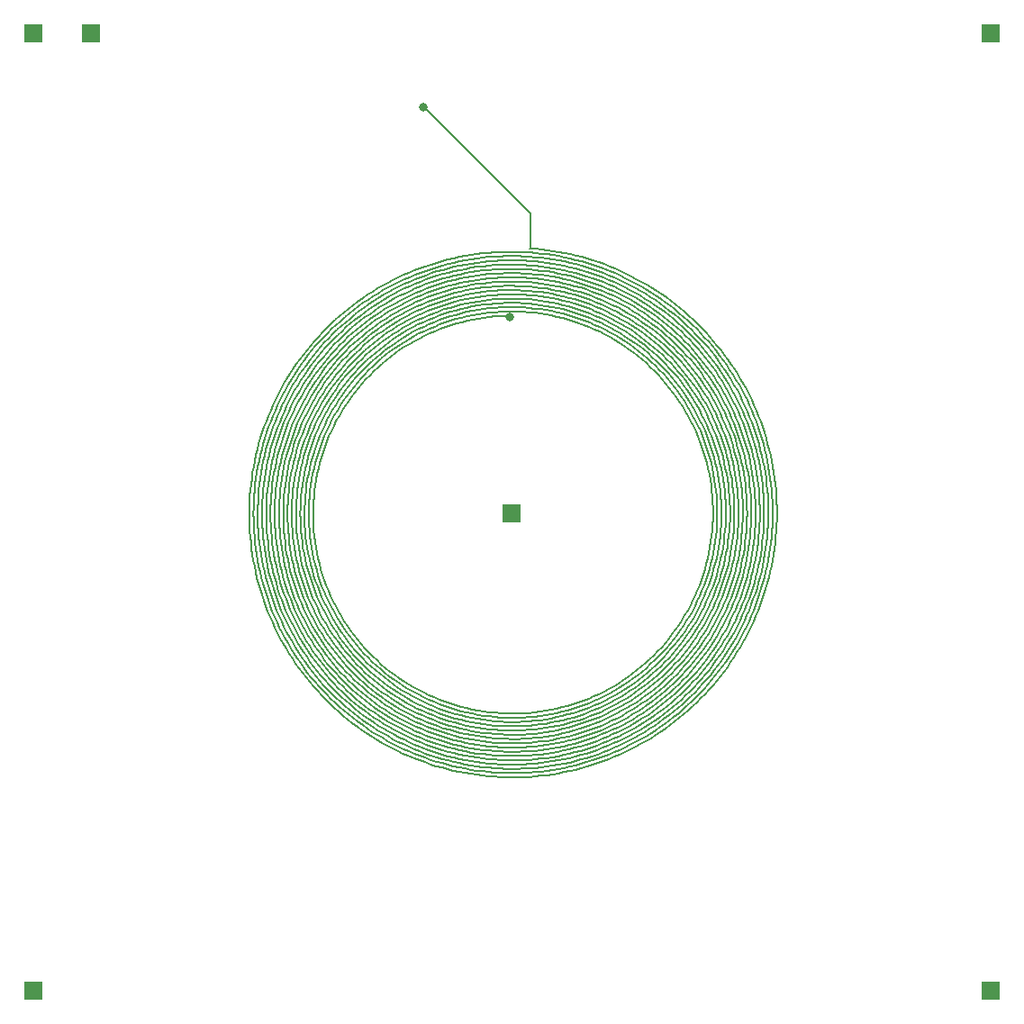
<source format=gbr>
%TF.GenerationSoftware,KiCad,Pcbnew,6.0.2+dfsg-1*%
%TF.CreationDate,2023-08-18T14:15:48-04:00*%
%TF.ProjectId,t-driver,742d6472-6976-4657-922e-6b696361645f,rev?*%
%TF.SameCoordinates,Original*%
%TF.FileFunction,Copper,L1,Top*%
%TF.FilePolarity,Positive*%
%FSLAX46Y46*%
G04 Gerber Fmt 4.6, Leading zero omitted, Abs format (unit mm)*
G04 Created by KiCad (PCBNEW 6.0.2+dfsg-1) date 2023-08-18 14:15:48*
%MOMM*%
%LPD*%
G01*
G04 APERTURE LIST*
%TA.AperFunction,ComponentPad*%
%ADD10R,1.700000X1.700000*%
%TD*%
%TA.AperFunction,ViaPad*%
%ADD11C,0.800000*%
%TD*%
%TA.AperFunction,Conductor*%
%ADD12C,0.200000*%
%TD*%
G04 APERTURE END LIST*
D10*
%TO.P,,*%
%TO.N,*%
X160000000Y-150000000D03*
%TD*%
%TO.P,J1,1,Pin_1*%
%TO.N,Net-(J1-Pad1)*%
X70000000Y-60000000D03*
%TD*%
%TO.P,,*%
%TO.N,*%
X114960400Y-105174200D03*
%TD*%
%TO.P,J3,1,Pin_1*%
%TO.N,Net-(J3-Pad1)*%
X160000000Y-60000000D03*
%TD*%
%TO.P,J2,1,Pin_1*%
%TO.N,Net-(J2-Pad1)*%
X75438000Y-59994800D03*
%TD*%
%TO.P,,*%
%TO.N,*%
X70000000Y-150000000D03*
%TD*%
D11*
%TO.N,Net-(Q1-Pad1)*%
X114808000Y-86690200D03*
X106680000Y-66954400D03*
%TD*%
D12*
%TO.N,Net-(Q1-Pad1)*%
X114697739Y-86579939D02*
X114808000Y-86690200D01*
X113927609Y-86579939D02*
X114697739Y-86579939D01*
X106730800Y-66954400D02*
X106680000Y-66954400D01*
X106807000Y-67030600D02*
X106730800Y-66954400D01*
X116708789Y-80217411D02*
X116647462Y-80212496D01*
X117198673Y-80256676D02*
X116708789Y-80217411D01*
X116708789Y-80217411D02*
X116708789Y-76932389D01*
X116708789Y-76932389D02*
X106807000Y-67030600D01*
X115522497Y-86162494D02*
X114989668Y-86153235D01*
X134327060Y-113017584D02*
X134524674Y-112517658D01*
X95994847Y-121011244D02*
X96354377Y-121434399D01*
X122585306Y-81776266D02*
X122059270Y-81610352D01*
X136418091Y-115212512D02*
X136646068Y-114715471D01*
X94484504Y-94582088D02*
X94237379Y-95072395D01*
X133535878Y-93819882D02*
X133248898Y-93360174D01*
X106867962Y-127287861D02*
X107388606Y-127473585D01*
X129181100Y-87107362D02*
X128748538Y-86773536D01*
X118172556Y-124908642D02*
X118697641Y-124818576D01*
X106936454Y-126030407D02*
X107450705Y-126223226D01*
X101255578Y-90275927D02*
X100863221Y-90645593D01*
X91607524Y-98601866D02*
X91463049Y-99135456D01*
X110706588Y-124265149D02*
X111234494Y-124377631D01*
X131852663Y-116742851D02*
X132151663Y-116298365D01*
X94322976Y-109471966D02*
X94439430Y-110003035D01*
X130673264Y-115632679D02*
X130962515Y-115189640D01*
X97788102Y-97883793D02*
X97585837Y-98377306D01*
X105306256Y-127084073D02*
X105814833Y-127303247D01*
X97564099Y-113971602D02*
X97812157Y-114449239D01*
X111234494Y-124377631D02*
X111765347Y-124475534D01*
X108129568Y-86130362D02*
X107624983Y-86318145D01*
X101928796Y-84737345D02*
X101466640Y-85038740D01*
X97673801Y-90544087D02*
X97324646Y-90965805D01*
X96789464Y-92335205D02*
X96479076Y-92784853D01*
X122059270Y-81610352D02*
X121529614Y-81456274D01*
X102847121Y-125815669D02*
X103326904Y-126091908D01*
X97470915Y-115476060D02*
X97750486Y-115939659D01*
X116058177Y-85786197D02*
X115524174Y-85762355D01*
X124930113Y-125259402D02*
X125413766Y-125014695D01*
X102787246Y-121948428D02*
X103230131Y-122263468D01*
X91586984Y-107354369D02*
X91643533Y-107902558D01*
X135546337Y-119136833D02*
X135851834Y-118679421D01*
X133224029Y-111413099D02*
X133391266Y-110908810D01*
X93957502Y-103525212D02*
X93920919Y-104067202D01*
X134823722Y-108348794D02*
X134903440Y-107819893D01*
X109510729Y-128093091D02*
X110049691Y-128216686D01*
X118182495Y-125311954D02*
X118709399Y-125223106D01*
X135369228Y-114623090D02*
X135593515Y-114128493D01*
X95975334Y-100892023D02*
X95863417Y-101417232D01*
X95679416Y-96714161D02*
X95467011Y-97213540D01*
X103964922Y-124614634D02*
X104445112Y-124880711D01*
X129541232Y-120084421D02*
X129922028Y-119705943D01*
X134969056Y-107289013D02*
X135020521Y-106756530D01*
X97123825Y-111972985D02*
X97320472Y-112472056D01*
X128976589Y-119517585D02*
X129355233Y-119141338D01*
X102806335Y-126255387D02*
X103289148Y-126528522D01*
X113324850Y-129492015D02*
X113879244Y-129525053D01*
X114453449Y-85358772D02*
X113917531Y-85378830D01*
X98869070Y-118207438D02*
X99215046Y-118626035D01*
X129312541Y-121383023D02*
X129713788Y-121022063D01*
X90452074Y-102388512D02*
X90394794Y-102939656D01*
X119389397Y-80554879D02*
X118844371Y-80462176D01*
X119348497Y-129172362D02*
X119886629Y-129069911D01*
X126622186Y-122441800D02*
X127064424Y-122137891D01*
X101052403Y-124148292D02*
X101500672Y-124471021D01*
X111794800Y-86007443D02*
X111268127Y-86101023D01*
X92934351Y-110589382D02*
X93070664Y-111121138D01*
X127147704Y-119551246D02*
X127547921Y-119205927D01*
X92725361Y-95482482D02*
X92509650Y-95991247D01*
X100822799Y-117428897D02*
X101177781Y-117829670D01*
X134877061Y-92194625D02*
X134573652Y-91737894D01*
X95052286Y-96157146D02*
X94832742Y-96656378D01*
X99106306Y-119112747D02*
X99469797Y-119518196D01*
X123034059Y-127787981D02*
X123547730Y-127600354D01*
X134850517Y-93686568D02*
X134573306Y-93216385D01*
X124819385Y-123971230D02*
X125293725Y-123717588D01*
X139601406Y-101310916D02*
X139511770Y-100767145D01*
X120788788Y-124730736D02*
X121299795Y-124573809D01*
X99056000Y-92643652D02*
X98727274Y-93071237D01*
X130364858Y-85493819D02*
X129927031Y-85157371D01*
X130362762Y-90924129D02*
X129992469Y-90531877D01*
X117645303Y-124984691D02*
X118172556Y-124908642D01*
X100782522Y-92456953D02*
X100430663Y-92859252D01*
X138594425Y-102965932D02*
X138539066Y-102421126D01*
X105524473Y-124089966D02*
X106014497Y-124328882D01*
X101340019Y-90743476D02*
X100953598Y-91117165D01*
X105393392Y-125804857D02*
X105894600Y-126032119D01*
X107472825Y-125805591D02*
X107989534Y-125988076D01*
X99978227Y-121715808D02*
X100388193Y-122080402D01*
X94575432Y-93578833D02*
X94308393Y-94059871D01*
X97901066Y-91525529D02*
X97565364Y-91954837D01*
X134843802Y-101954441D02*
X134753278Y-101426733D01*
X137895253Y-97595288D02*
X137718640Y-97075356D01*
X121464394Y-83102342D02*
X120938192Y-82953040D01*
X92842826Y-98650335D02*
X92692880Y-99178829D01*
X112341318Y-86733558D02*
X111816095Y-86814904D01*
X103392738Y-84332758D02*
X102914178Y-84604909D01*
X133187563Y-116906682D02*
X133476283Y-116450170D01*
X134573652Y-91737894D02*
X134259755Y-91288265D01*
X102766879Y-126694238D02*
X103252618Y-126964328D01*
X108232869Y-87798538D02*
X107739335Y-87996888D01*
X121341960Y-125399454D02*
X121853335Y-125233562D01*
X130559204Y-89967138D02*
X130176873Y-89582563D01*
X110773534Y-87022446D02*
X110257047Y-87148477D01*
X96903881Y-113520611D02*
X97135552Y-114008061D01*
X131073450Y-123562605D02*
X131483435Y-123198136D01*
X134500784Y-107811571D02*
X134567330Y-107282434D01*
X127233047Y-123476747D02*
X127679941Y-123172038D01*
X108989380Y-127546615D02*
X109523633Y-127684539D01*
X127778896Y-90096592D02*
X127367561Y-89754445D01*
X117676479Y-126593477D02*
X118210400Y-126521398D01*
X132612093Y-113893153D02*
X132843867Y-113413467D01*
X108522017Y-83479189D02*
X107999704Y-83640337D01*
X106571345Y-123705489D02*
X107067540Y-123924576D01*
X95303772Y-91668083D02*
X94996314Y-92125580D01*
X114448920Y-84158558D02*
X113908445Y-84177805D01*
X94289668Y-105153235D02*
X94295095Y-105695141D01*
X120218828Y-123645663D02*
X120726913Y-123496229D01*
X96674598Y-101442121D02*
X96574301Y-101966330D01*
X110716873Y-85396434D02*
X110192048Y-85515533D01*
X125375127Y-124583063D02*
X125849601Y-124323699D01*
X94396435Y-107317671D02*
X94458497Y-107856215D01*
X104436572Y-84683085D02*
X103951692Y-84938692D01*
X136173966Y-107307468D02*
X136223348Y-106770243D01*
X134259755Y-91288265D02*
X133935536Y-90845980D01*
X98289644Y-123423789D02*
X98702865Y-123794981D01*
X118720765Y-125627522D02*
X119247034Y-125526271D01*
X127938333Y-118849484D02*
X128318631Y-118482198D01*
X97497501Y-120310284D02*
X97862036Y-120723284D01*
X102170472Y-122983651D02*
X102618087Y-123299012D01*
X127074533Y-88519846D02*
X126635924Y-88207827D01*
X115528870Y-84561960D02*
X114989668Y-84553235D01*
X91112232Y-106257155D02*
X91142633Y-106808481D01*
X91932691Y-97545334D02*
X91764099Y-98071733D01*
X108177459Y-122650253D02*
X108679271Y-122839360D01*
X95362029Y-101935447D02*
X95280382Y-102467899D01*
X104522801Y-124010917D02*
X105003129Y-124271449D01*
X118741594Y-84909655D02*
X118210654Y-84816732D01*
X105761182Y-121494764D02*
X106230747Y-121753237D01*
X117653122Y-85945795D02*
X117123055Y-85877955D01*
X138179228Y-111650645D02*
X138322525Y-111121452D01*
X122889733Y-125282272D02*
X123389725Y-125080524D01*
X127354516Y-86279895D02*
X126895667Y-85985318D01*
X92289668Y-105153235D02*
X92294758Y-105701789D01*
X91730656Y-101859676D02*
X91658356Y-102405658D01*
X139884982Y-104602364D02*
X139868111Y-104051700D01*
X94358464Y-103529524D02*
X94321365Y-104070055D01*
X128414359Y-121617317D02*
X128828181Y-121273174D01*
X137535007Y-99206551D02*
X137390839Y-98679250D01*
X120422358Y-128955404D02*
X120955414Y-128828897D01*
X98661969Y-117283751D02*
X98989343Y-117715151D01*
X102487846Y-85330466D02*
X102025760Y-85627745D01*
X130726826Y-86303170D02*
X130300796Y-85953688D01*
X125335137Y-124150701D02*
X125806335Y-123888251D01*
X114435353Y-129145362D02*
X114989668Y-129153235D01*
X95642770Y-112579813D02*
X95842265Y-113084349D01*
X113358111Y-125884131D02*
X113901255Y-125921401D01*
X138524458Y-107883649D02*
X138582711Y-107339452D01*
X107999704Y-83640337D02*
X107481402Y-83814071D01*
X93974118Y-93019902D02*
X93702099Y-93500731D01*
X136691729Y-96607831D02*
X136486815Y-96100848D01*
X102557765Y-89687255D02*
X102142399Y-90028260D01*
X93145954Y-96552053D02*
X92948922Y-97065976D01*
X136665864Y-104071421D02*
X136633739Y-103531236D01*
X97167201Y-98350042D02*
X96981722Y-98851982D01*
X135593515Y-114128493D02*
X135805799Y-113628587D01*
X105337969Y-82932794D02*
X104834054Y-83156940D01*
X91795115Y-108994310D02*
X91890067Y-109537273D01*
X121305232Y-86409309D02*
X120795848Y-86243513D01*
X98368015Y-122950680D02*
X98776484Y-123325511D01*
X135609222Y-91126859D02*
X135295030Y-90673326D01*
X138284757Y-104606988D02*
X138267041Y-104060971D01*
X97171742Y-88117553D02*
X96792926Y-88520678D01*
X119770562Y-125411494D02*
X120291002Y-125283265D01*
X133893604Y-114001232D02*
X134116657Y-113512218D01*
X98275377Y-93009592D02*
X97961847Y-93450338D01*
X110074495Y-81852779D02*
X109537278Y-81971094D01*
X97954828Y-118339183D02*
X98293081Y-118767509D01*
X97380089Y-96843074D02*
X97156187Y-97330745D01*
X95665799Y-107832834D02*
X95745240Y-108364562D01*
X99746921Y-91815589D02*
X99395963Y-92225004D01*
X106510549Y-124555119D02*
X107012300Y-124768525D01*
X91712922Y-108449305D02*
X91795115Y-108994310D01*
X137767962Y-111634219D02*
X137913006Y-111106729D01*
X133289313Y-118852178D02*
X133611368Y-118413688D01*
X92404251Y-110066392D02*
X92526096Y-110602839D01*
X126073108Y-84126388D02*
X125585131Y-83874677D01*
X108205580Y-87380817D02*
X107709116Y-87576427D01*
X114439983Y-127544927D02*
X114989668Y-127553235D01*
X119826222Y-127039035D02*
X120354021Y-126917269D01*
X108100471Y-123905379D02*
X108610244Y-124086692D01*
X95895396Y-105688969D02*
X95916150Y-106224381D01*
X98214248Y-88766570D02*
X97833620Y-89163315D01*
X136226788Y-113655295D02*
X136424522Y-113148022D01*
X116622456Y-83018062D02*
X116078817Y-82983097D01*
X108153982Y-86546745D02*
X107651998Y-86737072D01*
X134729960Y-108875340D02*
X134823722Y-108348794D01*
X100090194Y-93271301D02*
X99761384Y-93692776D01*
X93494955Y-105697929D02*
X93514041Y-106242356D01*
X138126935Y-114290250D02*
X138324724Y-113776658D01*
X136272554Y-111043003D02*
X136412202Y-110519300D01*
X109186329Y-123014076D02*
X109698218Y-123174258D01*
X134778224Y-119530462D02*
X135097013Y-119083639D01*
X125588828Y-127162617D02*
X126080656Y-126920524D01*
X133299059Y-120754924D02*
X133650584Y-120335016D01*
X133474345Y-89003659D02*
X133108380Y-88592001D01*
X110223373Y-86331564D02*
X109706087Y-86468354D01*
X119214387Y-86643532D02*
X118693945Y-86530574D01*
X135294367Y-111523875D02*
X135450787Y-111007901D01*
X112797898Y-81850111D02*
X112252041Y-81906414D01*
X123945880Y-125713358D02*
X124440722Y-125492334D01*
X134098055Y-107802954D02*
X134165555Y-107275622D01*
X128550718Y-122530115D02*
X128974075Y-122193284D01*
X93556565Y-103521040D02*
X93520485Y-104064441D01*
X121409716Y-84339949D02*
X120889261Y-84184834D01*
X132367498Y-120604676D02*
X132726083Y-120194014D01*
X125806335Y-123888251D02*
X126270877Y-123614116D01*
X102557365Y-120248945D02*
X102976960Y-120587162D01*
X101818324Y-90845341D02*
X101427857Y-91212444D01*
X92763980Y-97584409D02*
X92591231Y-98107069D01*
X91518479Y-104051877D02*
X91497618Y-104602370D01*
X123880056Y-86158728D02*
X123388696Y-85934615D01*
X129612170Y-90149260D02*
X129222115Y-89776532D01*
X136567890Y-98714178D02*
X136407461Y-98194172D01*
X104272887Y-127041518D02*
X104773303Y-127281111D01*
X115531747Y-83761715D02*
X114989668Y-83753235D01*
X132469402Y-121088118D02*
X132833911Y-120681087D01*
X101611676Y-123566462D02*
X102059640Y-123885614D01*
X99084392Y-88472262D02*
X98690857Y-88854424D01*
X96770325Y-115045531D02*
X97034075Y-115519902D01*
X133940116Y-88931735D02*
X133577674Y-88515542D01*
X134505348Y-98812206D02*
X134334242Y-98302962D01*
X123086475Y-82371005D02*
X122566234Y-82191222D01*
X103778083Y-126790612D02*
X104272887Y-127041518D01*
X137759773Y-110030380D02*
X137869314Y-109495528D01*
X99512937Y-92712691D02*
X99180358Y-93135310D01*
X99893411Y-94185162D02*
X99584862Y-94619698D01*
X96949349Y-114527480D02*
X97203807Y-115005222D01*
X99441694Y-90373783D02*
X99071083Y-90771318D01*
X124365445Y-86395401D02*
X123880056Y-86158728D01*
X119176240Y-123495807D02*
X119689480Y-123372903D01*
X95495318Y-105690593D02*
X95515775Y-106227640D01*
X137390755Y-102981078D02*
X137333254Y-102440232D01*
X133039929Y-113930512D02*
X133268732Y-113447594D01*
X110110311Y-126180003D02*
X110644217Y-126298443D01*
X108396515Y-129042989D02*
X108933866Y-129186297D01*
X133889668Y-105153235D02*
X133884018Y-104623111D01*
X95232708Y-114667686D02*
X95474638Y-115158007D01*
X94489541Y-118267997D02*
X94792184Y-118732056D01*
X95644923Y-120580154D02*
X95994847Y-121011244D01*
X116074680Y-127930437D02*
X116616526Y-127899677D01*
X103289148Y-126528522D02*
X103778083Y-126790612D01*
X111785711Y-123667138D02*
X112315443Y-123752880D01*
X114456739Y-86158924D02*
X113924129Y-86179560D01*
X122012433Y-128540142D02*
X122535863Y-128378035D01*
X134247140Y-94244012D02*
X133974955Y-93773892D01*
X96568645Y-120449858D02*
X96925770Y-120872229D01*
X121446761Y-83514570D02*
X120922409Y-83363376D01*
X117175381Y-82263414D02*
X116630145Y-82216370D01*
X118801999Y-82482144D02*
X118261616Y-82396340D01*
X97188068Y-96324455D02*
X96953954Y-96809025D01*
X94996314Y-92125580D02*
X94699486Y-92590086D01*
X98407131Y-94959988D02*
X98131040Y-95419902D01*
X105898472Y-83563926D02*
X105394250Y-83781619D01*
X133538770Y-101463589D02*
X133429733Y-100944410D01*
X117636832Y-124582350D02*
X118162269Y-124505243D01*
X117148235Y-84271060D02*
X116609973Y-84220770D01*
X118783152Y-83290848D02*
X118245709Y-83202790D01*
X92902582Y-115350767D02*
X93139132Y-115851535D01*
X99264842Y-86699337D02*
X98847882Y-87060984D01*
X128671158Y-120348070D02*
X129065372Y-119985932D01*
X132365332Y-122917632D02*
X132755072Y-122529884D01*
X131808261Y-96464544D02*
X131559523Y-95995400D01*
X96360352Y-110980035D02*
X96526320Y-111491710D01*
X102397664Y-84446566D02*
X101928796Y-84737345D01*
X98847476Y-95010423D02*
X98567820Y-95466234D01*
X114442522Y-126744691D02*
X114989668Y-126753235D01*
X90341341Y-106815068D02*
X90383412Y-107367838D01*
X105489940Y-124519748D02*
X105982922Y-124755652D01*
X131217769Y-88925134D02*
X130828027Y-88542442D01*
X136101801Y-116709708D02*
X136360679Y-116226800D01*
X93130416Y-100805159D02*
X93028753Y-101342655D01*
X132069287Y-89234549D02*
X131692486Y-88837490D01*
X112847459Y-123823466D02*
X113381325Y-123878837D01*
X92509650Y-95991247D02*
X92305565Y-96504822D01*
X114989668Y-85353235D02*
X114453449Y-85358772D01*
X104399687Y-120640589D02*
X104845280Y-120938210D01*
X91552237Y-103502059D02*
X91518479Y-104051877D01*
X134954058Y-117099557D02*
X135229922Y-116628993D01*
X129154289Y-118192688D02*
X129509528Y-117798592D01*
X104763924Y-88157916D02*
X104306522Y-88439603D01*
X127192694Y-87620669D02*
X126745518Y-87315813D01*
X120307544Y-125692084D02*
X120826586Y-125552327D01*
X114989668Y-82953235D02*
X114444814Y-82958359D01*
X97755421Y-113452811D02*
X97993386Y-113933722D01*
X127962730Y-85243664D02*
X127500174Y-84948075D01*
X108632394Y-123671341D02*
X109144539Y-123841155D01*
X92837975Y-100257922D02*
X92724645Y-100794323D01*
X138227594Y-106790356D02*
X138261077Y-106245219D01*
X120704756Y-123084123D02*
X121205992Y-122918468D01*
X129669538Y-123686345D02*
X130094637Y-123343458D01*
X102956745Y-85044120D02*
X102487846Y-85330466D01*
X122516281Y-127963856D02*
X123034059Y-127787981D01*
X99625098Y-85886673D02*
X99195746Y-86235179D01*
X95762487Y-120081392D02*
X96106157Y-120516111D01*
X96655183Y-94776620D02*
X96392639Y-95251364D01*
X106081199Y-123473290D02*
X106571345Y-123705489D01*
X138171475Y-95998631D02*
X137964581Y-95487495D01*
X116061432Y-85385717D02*
X115525793Y-85362219D01*
X104367985Y-83822020D02*
X103877427Y-84071749D01*
X136281220Y-105692781D02*
X136289668Y-105153235D01*
X106770120Y-88435518D02*
X106295232Y-88675445D01*
X134149850Y-97798330D02*
X133952295Y-97298658D01*
X99685529Y-123583309D02*
X100114395Y-123933038D01*
X95040817Y-112092481D02*
X95224568Y-112604400D01*
X136946072Y-110005392D02*
X137058417Y-109473722D01*
X124674524Y-82132883D02*
X124163413Y-81922958D01*
X130508421Y-116559478D02*
X130818262Y-116128538D01*
X106631576Y-86733717D02*
X106143460Y-86961218D01*
X100318987Y-92376528D02*
X99971149Y-92784505D01*
X134397854Y-99860414D02*
X134251701Y-99345144D01*
X124472460Y-125917653D02*
X124964582Y-125687466D01*
X111190973Y-125998462D02*
X111728701Y-126090979D01*
X119380127Y-80959812D02*
X118836391Y-80865979D01*
X138984045Y-107344238D02*
X139029148Y-106797580D01*
X94001977Y-95568478D02*
X93778433Y-96070054D01*
X123810675Y-87013042D02*
X123325348Y-86783108D01*
X100023180Y-117088611D02*
X100362445Y-117504822D01*
X95615278Y-94177779D02*
X95350384Y-94655819D01*
X92940305Y-101882521D02*
X92865128Y-102424433D01*
X134178046Y-89851014D02*
X133830960Y-89423401D01*
X95854109Y-114109643D02*
X96089596Y-114600107D01*
X91591365Y-110089049D02*
X91710183Y-110628520D01*
X96822799Y-121361595D02*
X97195401Y-121771920D01*
X109606440Y-84011968D02*
X109080617Y-84151219D01*
X139467852Y-104053918D02*
X139438448Y-103504856D01*
X128866662Y-85866436D02*
X128418307Y-85549839D01*
X98449131Y-122476155D02*
X98852676Y-122854672D01*
X120922409Y-83363376D02*
X120394520Y-83224887D01*
X119809722Y-84729043D02*
X119282579Y-84610103D01*
X94654511Y-119241468D02*
X94974588Y-119695042D01*
X113397506Y-86616030D02*
X112868599Y-86667249D01*
X130105941Y-120651184D02*
X130488753Y-120270616D01*
X99903437Y-117577731D02*
X100250191Y-117989857D01*
X119329367Y-82986349D02*
X118792724Y-82886441D01*
X111784711Y-85603861D02*
X111256176Y-85696125D01*
X108455894Y-81833890D02*
X107926341Y-81987276D01*
X90504715Y-108469947D02*
X90583889Y-109018731D01*
X106878301Y-82330037D02*
X106360358Y-82519237D01*
X133841974Y-115000875D02*
X134086839Y-114520845D01*
X134251701Y-99345144D02*
X134091870Y-98833905D01*
X119243118Y-85829619D02*
X118718611Y-85719831D01*
X135881100Y-105691324D02*
X135889668Y-105153235D01*
X99077418Y-115785460D02*
X99380416Y-116228590D01*
X91918859Y-104054237D02*
X91897725Y-104603544D01*
X139868111Y-104051700D02*
X139839059Y-103501513D01*
X108426586Y-128220077D02*
X108960762Y-128366940D01*
X116590626Y-125495333D02*
X117122746Y-125448112D01*
X132773185Y-91964080D02*
X132445382Y-91530662D01*
X132236786Y-96425174D02*
X131991284Y-95952420D01*
X126384482Y-120656438D02*
X126808414Y-120337960D01*
X137067319Y-113706163D02*
X137260367Y-113194433D01*
X134792782Y-116586568D02*
X135060591Y-116112788D01*
X98033021Y-90130956D02*
X97673801Y-90544087D01*
X91815730Y-101315574D02*
X91730656Y-101859676D01*
X104630009Y-86848711D02*
X104161297Y-87120114D01*
X96289668Y-105153235D02*
X96295477Y-105687285D01*
X129894902Y-91008696D02*
X129520712Y-90622191D01*
X129732776Y-116910471D02*
X130058150Y-116493431D01*
X113910141Y-124719969D02*
X114449651Y-124744039D01*
X126010221Y-121407334D02*
X126447336Y-121104344D01*
X132664610Y-96387271D02*
X132422275Y-95911052D01*
X109564922Y-126457553D02*
X110097386Y-126587722D01*
X97442801Y-91459526D02*
X97110770Y-91893341D01*
X103286412Y-121814712D02*
X103733160Y-122121766D01*
X97366666Y-97853549D02*
X97167201Y-98350042D01*
X95283777Y-111556067D02*
X95456565Y-112070269D01*
X137333254Y-102440232D02*
X137262696Y-101900898D01*
X137705945Y-114265388D02*
X137906023Y-113753887D01*
X134982539Y-103016015D02*
X134920240Y-102484327D01*
X116627783Y-129101623D02*
X117172632Y-129059572D01*
X101544099Y-118220181D02*
X101921455Y-118600108D01*
X137262696Y-101900898D02*
X137179120Y-101363388D01*
X94853657Y-93104218D02*
X94575432Y-93578833D01*
X125761521Y-123451990D02*
X126222475Y-123174606D01*
X131800411Y-122351100D02*
X132188570Y-121964991D01*
X125915835Y-85865854D02*
X125439944Y-85602143D01*
X95294767Y-93148566D02*
X95013349Y-93619902D01*
X122526257Y-83022208D02*
X122005826Y-82850189D01*
X109032516Y-82920842D02*
X108504697Y-83067451D01*
X129222115Y-89776532D02*
X128822560Y-89413943D01*
X129603019Y-123228085D02*
X130023690Y-122881681D01*
X94410251Y-96628962D02*
X94205796Y-97136011D01*
X127631875Y-83624519D02*
X127153207Y-83348886D01*
X134629837Y-103553988D02*
X134581042Y-103022545D01*
X129534332Y-87913800D02*
X129114479Y-87566181D01*
X101370869Y-88075802D02*
X100948330Y-88419420D01*
X128485708Y-88601651D02*
X128063067Y-88263796D01*
X100506639Y-85219056D02*
X100062136Y-85547910D01*
X127564834Y-126567785D02*
X128036231Y-126285554D01*
X99972490Y-88202345D02*
X99566230Y-88569040D01*
X127122668Y-122585191D02*
X127561327Y-122273535D01*
X124030564Y-126979889D02*
X124532896Y-126766585D01*
X131072357Y-91736483D02*
X130722804Y-91325754D01*
X102287351Y-126413333D02*
X102766879Y-126694238D01*
X96929843Y-94308829D02*
X96655183Y-94776620D01*
X96163011Y-115602882D02*
X96432381Y-116077277D01*
X92761479Y-94448703D02*
X92525586Y-94949565D01*
X123672575Y-122311127D02*
X124142888Y-122066904D01*
X95497413Y-98250665D02*
X95321819Y-98762764D01*
X128127685Y-87808644D02*
X127692116Y-87485206D01*
X113902869Y-83377163D02*
X113360196Y-83409444D01*
X91197478Y-102948564D02*
X91151436Y-103498600D01*
X100792275Y-119733737D02*
X101184298Y-120107757D01*
X116086339Y-81781936D02*
X115538189Y-81761158D01*
X95467011Y-97213540D02*
X95267519Y-97718262D01*
X112307488Y-85123548D02*
X111774968Y-85200374D01*
X91023099Y-111192283D02*
X91163260Y-111728906D01*
X116595297Y-125896103D02*
X117129019Y-125849515D01*
X97529325Y-94864828D02*
X97260148Y-95332457D01*
X134885184Y-115595207D02*
X135133071Y-115112090D01*
X107879002Y-128474456D02*
X108411319Y-128631670D01*
X90689668Y-105153235D02*
X90694516Y-105706414D01*
X91574032Y-111713989D02*
X91728056Y-112245726D01*
X112271195Y-83112436D02*
X111730876Y-83184243D01*
X96354617Y-109406564D02*
X96479509Y-109927980D01*
X127561327Y-122273535D02*
X127991984Y-121950842D01*
X98946358Y-114827707D02*
X99227636Y-115282878D01*
X130300796Y-85953688D02*
X129867006Y-85613833D01*
X99410291Y-87631519D02*
X99002801Y-88000463D01*
X130310516Y-117468477D02*
X130639760Y-117050125D01*
X104927366Y-84439106D02*
X104436572Y-84683085D01*
X96489005Y-102493241D02*
X96418785Y-103022425D01*
X90675362Y-109565631D02*
X90779090Y-110110373D01*
X119764413Y-85953559D02*
X119243118Y-85829619D01*
X120409508Y-128548132D02*
X120941005Y-128420101D01*
X123389725Y-125080524D02*
X123884568Y-124866358D01*
X99005524Y-95514442D02*
X98735214Y-95973922D01*
X105394250Y-83781619D02*
X104895238Y-84011086D01*
X116069310Y-127129856D02*
X116608433Y-127098300D01*
X123011888Y-127371373D02*
X123523471Y-127181520D01*
X137677672Y-113216554D02*
X137856717Y-112698467D01*
X139678987Y-101856506D02*
X139601406Y-101310916D01*
X134289668Y-105153235D02*
X134284094Y-104621388D01*
X110572532Y-129138298D02*
X111119424Y-129234062D01*
X113908445Y-84177805D02*
X113368604Y-84210964D01*
X135785418Y-103003602D02*
X135724801Y-102468657D01*
X109536953Y-127275771D02*
X110072776Y-127402572D01*
X101997613Y-120823923D02*
X102418332Y-121165558D01*
X128267633Y-120699735D02*
X128671158Y-120348070D01*
X106328368Y-127510628D02*
X106846588Y-127706104D01*
X133480159Y-90907500D02*
X133142281Y-90477012D01*
X96382472Y-100906264D02*
X96268929Y-101429448D01*
X121957454Y-127302516D02*
X122475257Y-127134499D01*
X95095242Y-105692161D02*
X95115410Y-106230786D01*
X96953954Y-96809025D02*
X96733028Y-97299800D01*
X96748845Y-90405696D02*
X96406955Y-90836449D01*
X100480812Y-91025605D02*
X100108623Y-91415696D01*
X135012973Y-93171660D02*
X134727853Y-92704758D01*
X125250817Y-123283702D02*
X125715081Y-123014893D01*
X95046096Y-97186793D02*
X94849172Y-97694014D01*
X92537007Y-101874667D02*
X92462813Y-102417980D01*
X111111658Y-129638029D02*
X111661834Y-129720295D01*
X106255079Y-88245797D02*
X105783461Y-88495858D01*
X118192106Y-125715182D02*
X118720765Y-125627522D01*
X94428733Y-95599099D02*
X94202463Y-96098104D01*
X126008650Y-126057795D02*
X126489277Y-125798988D01*
X134293395Y-111989043D02*
X134467305Y-111481903D01*
X139178155Y-108984315D02*
X139259443Y-108440799D01*
X136652763Y-109462292D02*
X136753527Y-108929623D01*
X96657343Y-91834021D02*
X96339587Y-92280014D01*
X90383412Y-107367838D02*
X90437878Y-107919557D01*
X117684981Y-84335188D02*
X117148235Y-84271060D01*
X133954990Y-110418931D02*
X134092300Y-109903847D01*
X123445875Y-125922345D02*
X123945880Y-125713358D01*
X104073001Y-86245014D02*
X103604172Y-86521696D01*
X96310458Y-97269990D02*
X96105643Y-97769416D01*
X115523721Y-125547911D02*
X116057496Y-125528606D01*
X105552448Y-85914153D02*
X105067351Y-86157968D01*
X93942413Y-100827914D02*
X93838008Y-101362202D01*
X94439430Y-110003035D02*
X94569530Y-110530971D01*
X118283717Y-81187250D02*
X117737485Y-81117037D01*
X95213179Y-103002412D02*
X95160470Y-103538596D01*
X136753527Y-108929623D02*
X136841195Y-108394603D01*
X103604172Y-86521696D02*
X103142352Y-86810002D01*
X121361994Y-125811809D02*
X121875552Y-125648026D01*
X124532896Y-126766585D02*
X125030197Y-126541722D01*
X98710342Y-121043831D02*
X99097997Y-121433662D01*
X94237379Y-95072395D02*
X94001977Y-95568478D01*
X107980481Y-83226590D02*
X107460167Y-83398171D01*
X95081074Y-98227992D02*
X94907802Y-98742395D01*
X128389342Y-91753561D02*
X128009487Y-91381724D01*
X92932044Y-96016668D02*
X92725522Y-96528059D01*
X103142352Y-86810002D02*
X102687831Y-87109754D01*
X98125171Y-88288738D02*
X97739073Y-88681756D01*
X121230734Y-123332838D02*
X121729906Y-123155610D01*
X111280513Y-86506055D02*
X110758591Y-86615677D01*
X135217987Y-96186638D02*
X134993256Y-95692242D01*
X95962592Y-103548320D02*
X95923282Y-104082490D01*
X123064827Y-82788479D02*
X122546561Y-82606533D01*
X99689901Y-86347295D02*
X99264842Y-86699337D01*
X125487245Y-125875852D02*
X125970857Y-125625382D01*
X94665147Y-98206100D02*
X94494141Y-98722722D01*
X94295095Y-105695141D02*
X94314708Y-106236764D01*
X127855075Y-121040689D02*
X128267633Y-120699735D01*
X110744186Y-86209090D02*
X110223373Y-86331564D01*
X104187961Y-122416844D02*
X104650495Y-122699733D01*
X92530856Y-97044116D02*
X92348149Y-97564563D01*
X132893759Y-97881221D02*
X132688193Y-97389942D01*
X109105735Y-124666794D02*
X109626835Y-124818148D01*
X97598436Y-116447233D02*
X97898664Y-116899556D01*
X92677506Y-114844775D02*
X92902582Y-115350767D01*
X92319250Y-104056670D02*
X92297834Y-104604755D01*
X109144539Y-123841155D02*
X109661214Y-123996806D01*
X99415542Y-122285351D02*
X99826665Y-122652273D01*
X110758591Y-86615677D02*
X110239901Y-86739906D01*
X97692561Y-92451745D02*
X97375026Y-92893082D01*
X136486815Y-96100848D02*
X136270057Y-95598776D01*
X135230813Y-119587350D02*
X135546337Y-119136833D01*
X137517092Y-94479492D02*
X137276712Y-93983119D01*
X123107456Y-81953931D02*
X122585306Y-81776266D01*
X90907385Y-108463269D02*
X90987541Y-109010831D01*
X101510374Y-120935461D02*
X101927074Y-121284195D01*
X97898664Y-116899556D02*
X98210656Y-117343901D01*
X125180838Y-82354052D02*
X124674524Y-82132883D01*
X95160470Y-103538596D02*
X95122296Y-104076057D01*
X134939673Y-94682664D02*
X134682185Y-94202907D01*
X112784944Y-128242150D02*
X113334923Y-128289590D01*
X124964582Y-125687466D02*
X125451118Y-125445618D01*
X95124521Y-111037560D02*
X95283777Y-111556067D01*
X98970739Y-90289841D02*
X98603973Y-90692774D01*
X111715133Y-82378343D02*
X111173819Y-82461226D01*
X101247436Y-92540729D02*
X100891503Y-92937106D01*
X120968299Y-82133108D02*
X120435324Y-81999725D01*
X133188942Y-120265720D02*
X133534306Y-119842236D01*
X94160396Y-110546307D02*
X94302151Y-111072682D01*
X131967132Y-123296642D02*
X132365332Y-122917632D01*
X96316535Y-106221003D02*
X96352830Y-106753954D01*
X107350433Y-128305176D02*
X107879002Y-128474456D01*
X138436776Y-112194077D02*
X138590233Y-111666577D01*
X137179120Y-101363388D02*
X137082574Y-100828019D01*
X95039309Y-90658451D02*
X94717923Y-91108934D01*
X120448104Y-81591736D02*
X119910650Y-81472171D01*
X105560285Y-123659441D02*
X106047235Y-123901436D01*
X124164779Y-88552122D02*
X123696390Y-88299739D01*
X133601167Y-90411274D02*
X133256824Y-89984381D01*
X112213749Y-129790200D02*
X112767125Y-129847706D01*
X97647744Y-88201677D02*
X97265307Y-88599837D01*
X106991563Y-84418928D02*
X106484529Y-84620012D01*
X135419455Y-95660041D02*
X135185477Y-95168470D01*
X99227636Y-115282878D02*
X99521826Y-115729875D01*
X94797930Y-107311713D02*
X94860866Y-107848688D01*
X123055555Y-128204214D02*
X123571245Y-128018765D01*
X92297834Y-104604755D02*
X92289668Y-105153235D01*
X120941005Y-128420101D02*
X121469483Y-128279996D01*
X132361200Y-93464893D02*
X132055827Y-93020537D01*
X91256210Y-102399772D02*
X91197478Y-102948564D01*
X124163413Y-81922958D02*
X123647754Y-81724379D01*
X101956412Y-124783172D02*
X102419374Y-125084573D01*
X109512474Y-81156081D02*
X108975054Y-81283635D01*
X133779361Y-117463282D02*
X134072638Y-117006470D01*
X93702099Y-93500731D02*
X93441080Y-93987657D01*
X117170289Y-82664865D02*
X116626360Y-82617205D01*
X103651068Y-86962135D02*
X103192990Y-87253863D01*
X94348650Y-100839869D02*
X94242821Y-101372468D01*
X91764099Y-98071733D02*
X91607524Y-98601866D01*
X109643714Y-124407622D02*
X110166655Y-124546999D01*
X117710253Y-128603300D02*
X118251377Y-128535660D01*
X123257151Y-87634092D02*
X122771988Y-87411332D01*
X133405493Y-121242657D02*
X133762968Y-120826306D01*
X136110995Y-107843228D02*
X136173966Y-107307468D01*
X97393221Y-120799059D02*
X97763743Y-121208283D01*
X131403587Y-122728251D02*
X131800411Y-122351100D01*
X130511728Y-122990821D02*
X130920589Y-122628622D01*
X110604556Y-81342059D02*
X110063379Y-81446629D01*
X135990393Y-115180142D02*
X136221040Y-114685686D01*
X98936423Y-92153573D02*
X98600310Y-92577238D01*
X112793138Y-81448904D02*
X112246035Y-81504503D01*
X91517593Y-97526696D02*
X91351010Y-98054873D01*
X104033351Y-90073158D02*
X103606081Y-90390737D01*
X94348495Y-106777731D02*
X94396435Y-107317671D01*
X122965394Y-126536983D02*
X123472582Y-126342530D01*
X91310120Y-108456391D02*
X91391282Y-109002694D01*
X114443854Y-126344568D02*
X114989668Y-126353235D01*
X131531252Y-91665350D02*
X131185483Y-91249584D01*
X138628380Y-106794021D02*
X138661441Y-106247647D01*
X96623768Y-93291279D02*
X96332395Y-93752013D01*
X126947076Y-89423534D02*
X126517746Y-89104103D01*
X133038786Y-121650857D02*
X133405493Y-121242657D01*
X132503701Y-92963108D02*
X132190571Y-92522388D01*
X105952450Y-125181768D02*
X106453967Y-125402309D01*
X102466461Y-124639726D02*
X102932952Y-124933525D01*
X130392684Y-119794893D02*
X130759850Y-119401075D01*
X100995866Y-124602379D02*
X101448002Y-124921630D01*
X94743209Y-94097832D02*
X94484504Y-94582088D01*
X101614508Y-92154716D02*
X101247436Y-92540729D01*
X130581373Y-120744940D02*
X130960448Y-120358681D01*
X139830627Y-106804396D02*
X139862482Y-106254521D01*
X128555025Y-88142816D02*
X128127685Y-87808644D01*
X95208360Y-113642063D02*
X95428288Y-114141126D01*
X93756550Y-117839432D02*
X94045340Y-118313428D01*
X136120107Y-111563084D02*
X136272554Y-111043003D01*
X134334242Y-98302962D02*
X134149850Y-97798330D01*
X113345962Y-127086970D02*
X113893217Y-127122717D01*
X112794697Y-127439153D02*
X113342167Y-127487866D01*
X107381670Y-81738224D02*
X106857726Y-81913479D01*
X123019402Y-83624686D02*
X122505293Y-83438262D01*
X103924947Y-125051470D02*
X104408279Y-125314388D01*
X112868599Y-86667249D02*
X112341318Y-86733558D01*
X96363699Y-103553449D02*
X96323796Y-104085882D01*
X125951975Y-120963087D02*
X126384482Y-120656438D01*
X102007123Y-124334929D02*
X102466461Y-124639726D01*
X102070963Y-120362310D02*
X102486473Y-120707907D01*
X105765827Y-128147947D02*
X106283604Y-128350460D01*
X134984963Y-97747791D02*
X134792444Y-97243034D01*
X93266634Y-93463572D02*
X93008537Y-93953289D01*
X133658053Y-114484302D02*
X133893604Y-114001232D01*
X95122358Y-116200759D02*
X95393782Y-116678382D01*
X96150977Y-98805741D02*
X95984350Y-99317703D01*
X103962817Y-120330394D02*
X104399687Y-120640589D01*
X107481402Y-83814071D02*
X106967414Y-84000291D01*
X94601236Y-99783849D02*
X94468149Y-100310212D01*
X95280382Y-102467899D02*
X95213179Y-103002412D01*
X132755072Y-122529884D02*
X133136161Y-122133586D01*
X126189262Y-87907373D02*
X125734851Y-87618690D01*
X121485528Y-128690454D02*
X122012433Y-128540142D01*
X136490450Y-92527431D02*
X136207077Y-92054139D01*
X108411319Y-128631670D02*
X108947109Y-128776735D01*
X111704281Y-127301515D02*
X112248625Y-127377023D01*
X100622149Y-86127565D02*
X100185616Y-86463348D01*
X119233839Y-125120488D02*
X119755455Y-125004167D01*
X94639471Y-117753544D02*
X94934709Y-118221031D01*
X96825983Y-95291159D02*
X96572563Y-95769251D01*
X133110100Y-97358392D02*
X132893940Y-96869837D01*
X112230395Y-128583861D02*
X112780288Y-128643592D01*
X104744642Y-127708365D02*
X105252754Y-127933879D01*
X134908666Y-109935363D02*
X135028652Y-109412653D01*
X133136161Y-122133586D02*
X133508410Y-121728931D01*
X92489360Y-113277337D02*
X92681641Y-113795411D01*
X96592622Y-118519472D02*
X96919749Y-118961045D01*
X90697852Y-100744920D02*
X90603643Y-101290868D01*
X116600942Y-85022701D02*
X116064576Y-84985250D01*
X99843636Y-119914182D02*
X100227577Y-120300441D01*
X129700223Y-89677740D02*
X129304547Y-89308851D01*
X123554212Y-83402567D02*
X123042480Y-83206368D01*
X122915794Y-125700944D02*
X123418271Y-125501682D01*
X126447336Y-121104344D02*
X126876124Y-120789601D01*
X131500637Y-89797899D02*
X131125874Y-89402341D01*
X128572918Y-90813572D02*
X128180779Y-90449721D01*
X96526320Y-111491710D02*
X96706340Y-111998664D01*
X114989668Y-128753235D02*
X115534812Y-128748409D01*
X110622083Y-127110565D02*
X111161992Y-127212678D01*
X93546916Y-106786164D02*
X93593559Y-107329007D01*
X135579252Y-98235503D02*
X135401880Y-97723797D01*
X139004311Y-100236215D02*
X138889329Y-99698293D01*
X93988302Y-96602464D02*
X93786377Y-97111887D01*
X124373953Y-124639905D02*
X124857577Y-124401303D01*
X121277590Y-124160497D02*
X121781920Y-123987968D01*
X118792724Y-82886441D02*
X118253787Y-82799524D01*
X112285003Y-83916710D02*
X111747648Y-83990447D01*
X133374601Y-94330652D02*
X133095904Y-93867532D01*
X121702432Y-122738803D02*
X122193684Y-122545267D01*
X124620581Y-82980649D02*
X124113914Y-82765822D01*
X95712936Y-95697546D02*
X95478118Y-96188239D01*
X136681336Y-105694191D02*
X136689668Y-105153235D01*
X120434834Y-129362509D02*
X120969400Y-129237493D01*
X123221062Y-88060568D02*
X122739168Y-87834803D01*
X93478485Y-117359103D02*
X93756550Y-117839432D01*
X92921758Y-108426700D02*
X93007200Y-108967555D01*
X120996602Y-81314111D02*
X120460504Y-81183936D01*
X94162062Y-113187329D02*
X94364057Y-113696643D01*
X134195295Y-118971825D02*
X134510564Y-118525360D01*
X117712870Y-82725651D02*
X117170289Y-82664865D01*
X133630570Y-116957456D02*
X133915986Y-116497233D01*
X126120274Y-122292866D02*
X126566067Y-121997001D01*
X137125468Y-99221965D02*
X136979502Y-98696437D01*
X103913399Y-89179028D02*
X103476407Y-89488879D01*
X139084698Y-109525838D02*
X139178155Y-108984315D01*
X92262231Y-113818169D02*
X92464019Y-114333820D01*
X113341346Y-81405960D02*
X112793138Y-81448904D01*
X134228994Y-103559019D02*
X134179505Y-103029304D01*
X103913941Y-84504842D02*
X103432198Y-84768862D01*
X110601333Y-127922079D02*
X111144171Y-128021557D01*
X102298145Y-90951415D02*
X101903603Y-91311653D01*
X118808233Y-129262707D02*
X119348497Y-129172362D01*
X118781730Y-128051819D02*
X119317768Y-127958097D01*
X120460504Y-81183936D02*
X119921589Y-81065816D01*
X123502729Y-84244486D02*
X122995555Y-84043445D01*
X95169268Y-91162469D02*
X94854726Y-91616461D01*
X126362727Y-124490530D02*
X126827480Y-124211375D01*
X133023632Y-90971169D02*
X132682192Y-90545054D01*
X120317027Y-85271262D02*
X119795141Y-85137000D01*
X122535863Y-128378035D02*
X123055555Y-128204214D01*
X116614269Y-83819843D02*
X116073397Y-83783923D01*
X116070553Y-84184353D02*
X115530332Y-84161836D01*
X133465148Y-95316082D02*
X133207163Y-94842831D01*
X93808460Y-95040156D02*
X93575842Y-95538865D01*
X108019562Y-84054422D02*
X107503344Y-84230360D01*
X105636036Y-122796057D02*
X106116457Y-123044422D01*
X131022996Y-95078828D02*
X130735624Y-94632124D01*
X111233490Y-84886713D02*
X110703915Y-84990352D01*
X117728217Y-129808654D02*
X118273162Y-129743434D01*
X134667257Y-117563494D02*
X134954058Y-117099557D01*
X95082316Y-117708402D02*
X95380869Y-118172456D01*
X129355140Y-124925610D02*
X129796042Y-124599436D01*
X93120062Y-104061768D02*
X93098062Y-104607292D01*
X94860866Y-107848688D02*
X94938080Y-108383842D01*
X108610244Y-124086692D02*
X109124783Y-124254148D01*
X110084881Y-126995242D02*
X110622083Y-127110565D01*
X96332395Y-93752013D02*
X96052579Y-94219902D01*
X106230747Y-121753237D02*
X106707547Y-121998219D01*
X120435324Y-81999725D02*
X119899378Y-81878680D01*
X93947695Y-106782017D02*
X93994978Y-107323432D01*
X95428821Y-119638989D02*
X95762487Y-120081392D01*
X95456565Y-112070269D02*
X95642770Y-112579813D01*
X122431553Y-126303737D02*
X122941001Y-126119176D01*
X97834051Y-118834383D02*
X98179248Y-119258852D01*
X139089668Y-105153235D02*
X139084872Y-104604609D01*
X98431726Y-120160479D02*
X98803877Y-120563389D01*
X108588891Y-124501636D02*
X109105735Y-124666794D01*
X91985062Y-111698610D02*
X92140979Y-112228656D01*
X103188014Y-90720420D02*
X102779492Y-91061941D01*
X131915846Y-93520195D02*
X131606877Y-93080126D01*
X109017480Y-82511203D02*
X108487919Y-82655995D01*
X117123055Y-85877955D02*
X116591273Y-85824741D01*
X102635175Y-86663429D02*
X102184234Y-86970915D01*
X96994551Y-89494093D02*
X96636527Y-89912981D01*
X108577503Y-84716188D02*
X108061313Y-84883658D01*
X98131040Y-95419902D02*
X97867703Y-95887291D01*
X134627894Y-110970343D02*
X134775049Y-110454712D01*
X128011490Y-84798387D02*
X127545527Y-84506004D01*
X136456714Y-101917598D02*
X136370939Y-101383140D01*
X95753872Y-91721490D02*
X95443040Y-92175292D01*
X128959799Y-125690106D02*
X129411517Y-125377179D01*
X133484616Y-112958716D02*
X133687426Y-112464221D01*
X121428545Y-83927102D02*
X120906107Y-83773971D01*
X137118388Y-95541376D02*
X136895173Y-95039538D01*
X138590233Y-111666577D02*
X138731823Y-111135735D01*
X118816562Y-129666170D02*
X119358151Y-129576899D01*
X134646674Y-119028665D02*
X134958632Y-118578422D01*
X137244428Y-108402905D02*
X137317981Y-107864383D01*
X99571890Y-119035465D02*
X99939359Y-119435445D01*
X93942705Y-113722570D02*
X94154508Y-114229256D01*
X111293358Y-86911226D02*
X110773534Y-87022446D01*
X128688513Y-118104354D02*
X129047686Y-117716248D01*
X102289724Y-122077047D02*
X102728738Y-122399769D01*
X118181070Y-86028208D02*
X117653122Y-85945795D01*
X100621367Y-120676715D02*
X101024745Y-121042754D01*
X106295232Y-88675445D02*
X105827343Y-88928861D01*
X110591437Y-128327620D02*
X111135669Y-128425830D01*
X99914077Y-90460938D02*
X99539576Y-90852861D01*
X128615329Y-122984781D02*
X129043191Y-122651527D01*
X137856717Y-112698467D02*
X138023931Y-112176407D01*
X107709116Y-87576427D02*
X107218287Y-87785903D01*
X115525793Y-85362219D02*
X114989668Y-85353235D01*
X130911407Y-88070341D02*
X130507556Y-87700673D01*
X111774968Y-85200374D02*
X111244637Y-85291357D01*
X98306502Y-89245868D02*
X97931547Y-89646375D01*
X111765347Y-124475534D02*
X112298743Y-124558779D01*
X128180779Y-90449721D02*
X127778896Y-90096592D01*
X121986860Y-83264114D02*
X121464394Y-83102342D01*
X127047484Y-126403496D02*
X127521995Y-126128818D01*
X130021698Y-87805347D02*
X129605566Y-87451364D01*
X135594096Y-110488091D02*
X135724202Y-109964778D01*
X129793499Y-91486976D02*
X129425664Y-91096551D01*
X129618746Y-118277567D02*
X129970095Y-117877724D01*
X136269749Y-117227971D02*
X136536583Y-116748124D01*
X121381374Y-126223865D02*
X121897038Y-126062142D01*
X122384904Y-125471478D02*
X122889733Y-125282272D01*
X130293709Y-124721676D02*
X130723750Y-124379420D01*
X108558391Y-84303546D02*
X108040087Y-84468858D01*
X126317601Y-124052749D02*
X126778842Y-123770375D01*
X99328113Y-118137718D02*
X99678042Y-118551151D01*
X92865128Y-102424433D02*
X92803268Y-102968065D01*
X110197974Y-123729101D02*
X110720445Y-123857923D01*
X125666926Y-122576937D02*
X126120274Y-122292866D01*
X121757198Y-87424193D02*
X121257893Y-87239678D01*
X133168165Y-99916100D02*
X133015833Y-99407779D01*
X119731407Y-86771030D02*
X119214387Y-86643532D01*
X97003493Y-95807124D02*
X96759544Y-96288497D01*
X101397101Y-125371165D02*
X101860067Y-125676557D01*
X120291002Y-125283265D02*
X120808009Y-125141667D01*
X130436150Y-122525488D02*
X130840173Y-122159701D01*
X135317065Y-115632737D02*
X135562059Y-115146686D01*
X93994978Y-107323432D02*
X94056191Y-107863493D01*
X102486473Y-120707907D02*
X102911225Y-121042155D01*
X109004386Y-127136069D02*
X109536953Y-127275771D01*
X135021175Y-91686001D02*
X134710611Y-91232673D01*
X132349139Y-87793764D02*
X131956243Y-87407589D01*
X135430503Y-96686364D02*
X135217987Y-96186638D01*
X128737983Y-123890773D02*
X129174372Y-123564510D01*
X121498018Y-82278758D02*
X120968299Y-82133108D01*
X131392088Y-87974965D02*
X130991921Y-87599600D01*
X125891397Y-124758355D02*
X126362727Y-124490530D01*
X135841017Y-109438296D02*
X135944465Y-108908984D01*
X121400130Y-126635632D02*
X121917829Y-126475922D01*
X136271858Y-100850948D02*
X136159531Y-100321352D01*
X137466179Y-115802855D02*
X137697557Y-115303596D01*
X97931547Y-89646375D02*
X97566205Y-90055718D01*
X93245231Y-100270358D02*
X93130416Y-100805159D01*
X112802803Y-82251348D02*
X112258230Y-82308371D01*
X109152708Y-85795460D02*
X108638930Y-85956094D01*
X119785168Y-125818638D02*
X120307544Y-125692084D01*
X134125118Y-91791558D02*
X133807831Y-91345763D01*
X94955614Y-116719902D02*
X95235254Y-117194179D01*
X96772948Y-110959426D02*
X96941270Y-111468642D01*
X131560668Y-123666730D02*
X131967132Y-123296642D01*
X98247341Y-91104755D02*
X97901066Y-91525529D01*
X126406335Y-124927482D02*
X126874472Y-124651485D01*
X105827343Y-88928861D02*
X105366836Y-89195560D01*
X90697413Y-104600122D02*
X90689668Y-105153235D01*
X135331301Y-98771006D02*
X135164620Y-98257224D01*
X93101879Y-114817639D02*
X93329615Y-115321247D01*
X111805255Y-86411123D02*
X111280513Y-86506055D01*
X111686379Y-80767377D02*
X111139816Y-80846225D01*
X96086049Y-102484488D02*
X96016863Y-103015513D01*
X137084574Y-104610836D02*
X137066169Y-104068686D01*
X100049580Y-88669388D02*
X99648468Y-89039869D01*
X137889668Y-105153235D02*
X137884697Y-104608232D01*
X137234340Y-98155440D02*
X137065593Y-97635410D01*
X113913316Y-124319464D02*
X114451230Y-124343897D01*
X125061447Y-126967949D02*
X125556047Y-126734333D01*
X133753552Y-115986568D02*
X134019196Y-115516164D01*
X111147941Y-81249841D02*
X110604556Y-81342059D01*
X118269206Y-81993235D02*
X117725550Y-81921237D01*
X96919848Y-100403512D02*
X96789813Y-100921040D01*
X119850634Y-83506369D02*
X119318235Y-83392062D01*
X135260279Y-118121167D02*
X135551457Y-117657136D01*
X138322525Y-111121452D02*
X138453747Y-110589102D01*
X104606335Y-123137696D02*
X105079876Y-123404802D01*
X135494697Y-116152062D02*
X135748234Y-115669023D01*
X125565100Y-121698351D02*
X126010221Y-121407334D01*
X97185890Y-110938033D02*
X97356629Y-111444691D01*
X123159079Y-122117192D02*
X123632460Y-121882984D01*
X131956243Y-87407589D02*
X131554758Y-87030305D01*
X135489668Y-105153235D02*
X135484309Y-104616564D01*
X92697946Y-104606004D02*
X92689668Y-105153235D01*
X117154017Y-83869450D02*
X116614269Y-83819843D01*
X132849289Y-98903883D02*
X132668661Y-98404809D01*
X101992416Y-91779379D02*
X101614508Y-92154716D01*
X94624820Y-108927636D02*
X94728971Y-109459779D01*
X95891804Y-93706416D02*
X95615278Y-94177779D01*
X93731077Y-114256695D02*
X93952361Y-114760651D01*
X103045385Y-120130892D02*
X103469077Y-120461420D01*
X123265117Y-123390626D02*
X123748415Y-123165390D01*
X122438107Y-84688818D02*
X121926105Y-84507979D01*
X129296884Y-124472993D02*
X129733845Y-124143454D01*
X118672866Y-124009157D02*
X119191414Y-123902221D01*
X94202463Y-96098104D02*
X93988302Y-96602464D01*
X112789745Y-127840671D02*
X113338489Y-127888740D01*
X133906101Y-112988678D02*
X134106283Y-112491416D01*
X127335938Y-124364407D02*
X127790473Y-124066408D01*
X139328519Y-107895565D02*
X139385347Y-107348886D01*
X126172305Y-122734198D02*
X126622186Y-122441800D01*
X117683659Y-126995539D02*
X118219114Y-126924392D01*
X90603643Y-101290868D02*
X90521703Y-101838824D01*
X117165036Y-83066354D02*
X116622456Y-83018062D01*
X125550646Y-84305462D02*
X125059661Y-84062268D01*
X91988233Y-107349606D02*
X92045512Y-107896545D01*
X102799028Y-88005573D02*
X102360569Y-88323831D01*
X114989668Y-125153235D02*
X115522124Y-125147842D01*
X132320341Y-92025760D02*
X131988918Y-91596785D01*
X131055415Y-120835352D02*
X131430789Y-120443613D01*
X136407461Y-98194172D02*
X136234501Y-97678160D01*
X106569632Y-85886545D02*
X106075652Y-86108247D01*
X137869314Y-109495528D02*
X137966294Y-108958221D01*
X113328108Y-129091227D02*
X113881401Y-129124688D01*
X107439607Y-82982648D02*
X106921432Y-83164333D01*
X119220187Y-124714556D02*
X119739822Y-124596651D01*
X113371547Y-124681046D02*
X113910141Y-124719969D01*
X129970095Y-117877724D02*
X130310516Y-117468477D01*
X94747820Y-99261128D02*
X94601236Y-99783849D01*
X129425664Y-91096551D02*
X129047534Y-90716025D01*
X128977021Y-84963690D02*
X128521272Y-84653731D01*
X106733480Y-88009085D02*
X106255079Y-88245797D01*
X131559523Y-95995400D02*
X131297700Y-95533373D01*
X118799659Y-128859163D02*
X119338557Y-128767718D01*
X122995555Y-84043445D02*
X122483637Y-83854706D01*
X122005826Y-82850189D02*
X121481471Y-82690408D01*
X136532508Y-111581734D02*
X136683039Y-111059705D01*
X128364162Y-85999429D02*
X127912298Y-85689917D01*
X92140979Y-112228656D02*
X92309108Y-112754993D01*
X92060556Y-102411724D02*
X92000300Y-102958016D01*
X135801492Y-94610468D02*
X135549938Y-94124777D01*
X128237816Y-123757656D02*
X128677715Y-123438325D01*
X116616526Y-127899677D02*
X117157522Y-127856028D01*
X111256176Y-85696125D02*
X110730288Y-85802677D01*
X96888196Y-109911278D02*
X97029704Y-110426756D01*
X134348569Y-101438588D02*
X134242564Y-100915352D01*
X118237370Y-83606140D02*
X117699374Y-83530295D01*
X133090229Y-92405381D02*
X132773185Y-91964080D01*
X94105820Y-92031044D02*
X93815415Y-92502208D01*
X136989470Y-102986444D02*
X136931219Y-102447003D01*
X137647581Y-108410951D02*
X137720194Y-107871002D01*
X124652159Y-122243627D02*
X125112301Y-121977182D01*
X132422275Y-95911052D02*
X132167110Y-95441528D01*
X131558028Y-115743524D02*
X131840208Y-115291868D01*
X134256858Y-106216235D02*
X134280586Y-105684985D01*
X102918788Y-88905807D02*
X102489504Y-89231565D01*
X94430635Y-115752153D02*
X94687357Y-116239135D01*
X117737485Y-81117037D02*
X117189765Y-81059272D01*
X92313103Y-106250097D02*
X92344694Y-106797839D01*
X120768889Y-124319526D02*
X121277590Y-124160497D01*
X97068749Y-93342356D02*
X96773930Y-93799278D01*
X103192990Y-87253863D02*
X102742415Y-87557126D01*
X92000300Y-102958016D02*
X91953058Y-103505624D01*
X93441080Y-93987657D02*
X93191197Y-94480427D01*
X97566205Y-90055718D02*
X97210685Y-90473668D01*
X111164931Y-82057338D02*
X110624276Y-82151881D01*
X100479439Y-117018190D02*
X100822799Y-117428897D01*
X95683176Y-102476045D02*
X95614995Y-103008847D01*
X126566956Y-126667442D02*
X127047484Y-126403496D01*
X92045512Y-107896545D02*
X92115794Y-108442002D01*
X97216435Y-93848302D02*
X96929843Y-94308829D01*
X132956936Y-119282851D02*
X133289313Y-118852178D01*
X99733748Y-89512112D02*
X99347409Y-89896206D01*
X105279074Y-127509264D02*
X105789938Y-127725857D01*
X109235772Y-87444563D02*
X108731817Y-87614381D01*
X123195755Y-122542278D02*
X123672575Y-122311127D01*
X101860067Y-125676557D02*
X102329892Y-125971350D01*
X135832013Y-117186568D02*
X136101801Y-116709708D01*
X92253687Y-114871060D02*
X92476160Y-115379355D01*
X102672388Y-122849954D02*
X103123759Y-123157651D01*
X102779492Y-91061941D02*
X102380850Y-91415022D01*
X134570313Y-120466820D02*
X134905418Y-120030751D01*
X131004381Y-118513278D02*
X131344350Y-118097521D01*
X93972639Y-112673248D02*
X94162062Y-113187329D01*
X132254546Y-118230872D02*
X132576503Y-117797308D01*
X108125169Y-123487496D02*
X108632394Y-123671341D01*
X128294094Y-124206695D02*
X128737983Y-123890773D01*
X100507310Y-118871654D02*
X100882888Y-119260015D01*
X127782678Y-120583840D02*
X128190031Y-120239090D01*
X128189992Y-87354658D02*
X127750117Y-87034789D01*
X100129513Y-89137797D02*
X99733748Y-89512112D01*
X120396268Y-128140688D02*
X120926157Y-128011098D01*
X117690617Y-127397550D02*
X118227556Y-127327312D01*
X94978905Y-110515103D02*
X95124521Y-111037560D01*
X109002904Y-82101794D02*
X108471659Y-82244811D01*
X119328318Y-128362965D02*
X119863560Y-128257998D01*
X96404334Y-107285703D02*
X96471009Y-107815816D01*
X99013293Y-121908775D02*
X99415542Y-122285351D01*
X135484309Y-104616564D02*
X135464902Y-104080173D01*
X134452568Y-115556372D02*
X134703407Y-115076298D01*
X129578323Y-92447964D02*
X129223990Y-92049619D01*
X96392639Y-95251364D02*
X96142385Y-95732749D01*
X128808618Y-86319429D02*
X128364162Y-85999429D01*
X92885850Y-114308936D02*
X93101879Y-114817639D01*
X104845280Y-120938210D02*
X105299235Y-121223014D01*
X137913006Y-111106729D02*
X138045835Y-110575996D01*
X97397728Y-98876443D02*
X97223932Y-99380798D01*
X131474810Y-87501958D02*
X131069704Y-87130195D01*
X134903440Y-107819893D02*
X134969056Y-107289013D01*
X136234501Y-97678160D02*
X136049111Y-97166442D01*
X98439238Y-87432052D02*
X98039123Y-87812348D01*
X98509374Y-114874712D02*
X98786996Y-115334049D01*
X136706687Y-117268057D02*
X136970622Y-116785325D01*
X129136502Y-90245583D02*
X128742532Y-89879132D01*
X120953482Y-82542953D02*
X120422146Y-82407908D01*
X104864150Y-83583704D02*
X104367985Y-83822020D01*
X137229428Y-110548543D02*
X137353007Y-110018082D01*
X130818262Y-116128538D02*
X131116138Y-115689184D01*
X105783461Y-88495858D02*
X105318998Y-88759072D01*
X100388193Y-122080402D02*
X100807013Y-122434850D01*
X132445382Y-91530662D02*
X132107018Y-91105389D01*
X111661834Y-129720295D02*
X112213749Y-129790200D01*
X128412020Y-118950670D02*
X128788360Y-118576810D01*
X124004863Y-84457709D02*
X123502729Y-84244486D01*
X137197322Y-112139384D02*
X137356427Y-111617274D01*
X126797369Y-86871337D02*
X126338747Y-86581291D01*
X99577359Y-121341289D02*
X99978227Y-121715808D01*
X91543304Y-106805040D02*
X91586984Y-107354369D01*
X105273001Y-88323475D02*
X104812039Y-88596107D01*
X102889304Y-125375057D02*
X103365945Y-125654461D01*
X92725522Y-96528059D02*
X92530856Y-97044116D01*
X95135126Y-109447168D02*
X95254823Y-109974587D01*
X109124783Y-124254148D02*
X109643714Y-124407622D01*
X105120434Y-122970232D02*
X105597448Y-123228146D01*
X96397189Y-99337957D02*
X96242324Y-99851991D01*
X130015687Y-120179254D02*
X130392684Y-119794893D01*
X130759850Y-119401075D02*
X131116950Y-118998052D01*
X132743593Y-116854056D02*
X133035678Y-116401399D01*
X134225663Y-120895346D02*
X134570313Y-120466820D01*
X131542156Y-117179321D02*
X131852663Y-116742851D01*
X97155572Y-116496881D02*
X97452200Y-116953226D01*
X96208560Y-110464026D02*
X96360352Y-110980035D01*
X99751517Y-120391386D02*
X100141320Y-120773689D01*
X99185831Y-120957072D02*
X99577359Y-121341289D01*
X106179273Y-87388706D02*
X105700644Y-87632277D01*
X123915741Y-125290133D02*
X124407905Y-125066424D01*
X131235536Y-121784518D02*
X131622019Y-121400146D01*
X137065593Y-97635410D02*
X136884690Y-97119445D01*
X121784040Y-87006276D02*
X121282002Y-86824292D01*
X97833620Y-89163315D02*
X97462375Y-89568900D01*
X137093271Y-111075877D02*
X137229428Y-110548543D01*
X122739168Y-87834803D02*
X122251086Y-87622621D01*
X126021952Y-89242463D02*
X125580312Y-88943048D01*
X138598365Y-100247291D02*
X138481985Y-99710826D01*
X136624242Y-106774522D02*
X136659523Y-106234732D01*
X120982666Y-81723497D02*
X120448104Y-81591736D01*
X123818901Y-124017083D02*
X124302412Y-123784961D01*
X111712158Y-126898096D02*
X112255093Y-126974623D01*
X118731759Y-126031827D02*
X119259794Y-125931909D01*
X131469454Y-93577601D02*
X131156825Y-93141992D01*
X101859199Y-121743153D02*
X102289724Y-122077047D01*
X98900925Y-120081407D02*
X99276959Y-120478979D01*
X116090989Y-80981210D02*
X115540504Y-80960954D01*
X138637183Y-103511838D02*
X138594425Y-102965932D01*
X98803877Y-120563389D02*
X99185831Y-120957072D01*
X133306167Y-100428445D02*
X133168165Y-99916100D01*
X98182211Y-113416905D02*
X98423435Y-113894338D01*
X100214212Y-93759656D02*
X99893411Y-94185162D01*
X130253307Y-93273068D02*
X129921515Y-92855884D01*
X135818388Y-97700600D02*
X135630676Y-97191120D01*
X92401765Y-102962963D02*
X92353901Y-103509299D01*
X95370703Y-90215318D02*
X95039309Y-90658451D01*
X124033484Y-84033926D02*
X123528894Y-83823278D01*
X117109546Y-124645195D02*
X117636832Y-124582350D01*
X106603469Y-123279707D02*
X107096717Y-123501737D01*
X109192720Y-86619360D02*
X108683663Y-86784469D01*
X119932209Y-80659610D02*
X119389397Y-80554879D01*
X96339587Y-92280014D02*
X96032681Y-92733585D01*
X100250574Y-86922858D02*
X99826292Y-87272252D01*
X112810537Y-126234350D02*
X113353928Y-126285103D01*
X105597448Y-123228146D02*
X106081199Y-123473290D01*
X130722804Y-91325754D02*
X130362762Y-90924129D01*
X98933283Y-116286485D02*
X99244735Y-116725720D01*
X108707288Y-87199226D02*
X108205580Y-87380817D01*
X124061170Y-83610695D02*
X123554212Y-83402567D01*
X135539756Y-108898146D02*
X135630986Y-108368034D01*
X95662831Y-109959604D02*
X95798410Y-110481661D01*
X101417140Y-84591735D02*
X100958384Y-84900278D01*
X99244735Y-116725720D02*
X99568201Y-117156244D01*
X104305057Y-126610826D02*
X104802908Y-126853224D01*
X128884316Y-119047883D02*
X129256731Y-118667715D01*
X95052839Y-101394072D02*
X94958160Y-101925864D01*
X110027995Y-129030116D02*
X110572532Y-129138298D01*
X138050656Y-108418753D02*
X138122353Y-107877421D01*
X126319126Y-120207449D02*
X126737997Y-119885174D01*
X133142281Y-90477012D02*
X132794383Y-90054536D01*
X131554758Y-87030305D02*
X131144883Y-86662103D01*
X120299880Y-85681276D02*
X119780047Y-85545170D01*
X116047546Y-124327584D02*
X116575626Y-124292902D01*
X124616629Y-128035974D02*
X125121062Y-127818691D01*
X138212721Y-98646441D02*
X138059974Y-98119073D01*
X130735624Y-94632124D02*
X130435808Y-94193614D01*
X121481471Y-82690408D02*
X120953482Y-82542953D01*
X95267519Y-97718262D02*
X95081074Y-98227992D01*
X107096822Y-86098220D02*
X106600047Y-86309837D01*
X93652674Y-100283205D02*
X93536337Y-100816351D01*
X129460508Y-88377510D02*
X129045444Y-88026222D01*
X130756928Y-121689461D02*
X131147058Y-121310625D01*
X91007574Y-101298859D02*
X90924614Y-101845569D01*
X110214523Y-123319770D02*
X110734823Y-123450492D01*
X132277700Y-115340109D02*
X132544236Y-114877103D01*
X139033604Y-98615565D02*
X138884443Y-98084863D01*
X127006335Y-125966712D02*
X127477755Y-125689020D01*
X96068368Y-107824479D02*
X96148969Y-108354399D01*
X96276281Y-118070153D02*
X96592622Y-118519472D01*
X130920589Y-122628622D02*
X131320998Y-122257053D01*
X130832683Y-92714824D02*
X130497256Y-92296401D01*
X114436458Y-128745257D02*
X114989668Y-128753235D01*
X119863560Y-128257998D02*
X120396268Y-128140688D01*
X135030658Y-103549129D02*
X134982539Y-103016015D01*
X95097284Y-95140250D02*
X94856131Y-95630781D01*
X106143460Y-86961218D02*
X105661532Y-87201651D01*
X139037823Y-103508296D02*
X138995591Y-102961178D01*
X96810378Y-99358974D02*
X96653306Y-99870620D01*
X130741637Y-89015928D02*
X130348147Y-88638887D01*
X101448573Y-118694330D02*
X101832450Y-119070078D01*
X112261773Y-126572158D02*
X112805085Y-126635994D01*
X123784292Y-123591548D02*
X124264694Y-123356498D01*
X104696369Y-122260832D02*
X105162558Y-122534795D01*
X94687357Y-116239135D02*
X94955614Y-116719902D01*
X111747648Y-83990447D02*
X111212293Y-84077780D01*
X137157889Y-108939455D02*
X137244428Y-108402905D01*
X121937957Y-126889376D02*
X122453755Y-126719299D01*
X90922876Y-99660147D02*
X90804281Y-100201255D01*
X117177379Y-129460699D02*
X117722401Y-129406911D01*
X134419942Y-108338667D02*
X134500784Y-107811571D01*
X121882056Y-85339090D02*
X121370097Y-85166632D01*
X117172632Y-129059572D02*
X117716416Y-129005126D01*
X107526028Y-84647054D02*
X107016535Y-84838024D01*
X112816173Y-125832660D02*
X113358111Y-125884131D01*
X128470648Y-85101282D02*
X128011490Y-84798387D01*
X137379656Y-100282591D02*
X137258877Y-99750783D01*
X122945404Y-84882351D02*
X122438107Y-84688818D01*
X128907055Y-125241791D02*
X129355140Y-124925610D01*
X123388696Y-85934615D02*
X122891690Y-85723210D01*
X94847025Y-109989056D02*
X94978905Y-110515103D01*
X106153081Y-122614807D02*
X106636830Y-122853250D01*
X107598926Y-85899695D02*
X107096822Y-86098220D01*
X129853803Y-117394821D02*
X130186853Y-116981679D01*
X101907420Y-125230372D02*
X102373876Y-125528439D01*
X95150159Y-106768713D02*
X95199467Y-107305549D01*
X98179248Y-119258852D02*
X98534946Y-119674613D01*
X99180358Y-93135310D02*
X98859317Y-93566817D01*
X134263865Y-104089848D02*
X134228994Y-103559019D01*
X130583165Y-87233555D02*
X130166038Y-86877028D01*
X131991284Y-95952420D02*
X131732826Y-95486568D01*
X109474328Y-129317520D02*
X110017629Y-129436589D01*
X127893685Y-124956845D02*
X128348496Y-124654719D01*
X102114057Y-123435198D02*
X102565729Y-123746974D01*
X127003999Y-121689542D02*
X127433766Y-121370700D01*
X122546561Y-82606533D02*
X122024199Y-82436595D01*
X105846825Y-82720190D02*
X105337969Y-82932794D01*
X139511770Y-100767145D02*
X139410120Y-100225460D01*
X135966691Y-101393502D02*
X135866295Y-100862979D01*
X110063379Y-81446629D02*
X109524690Y-81563498D01*
X96103638Y-96744633D02*
X95888459Y-97241255D01*
X99371552Y-119999361D02*
X99751517Y-120391386D01*
X117194283Y-80657959D02*
X116644197Y-80613233D01*
X97034075Y-115519902D02*
X97310174Y-115987243D01*
X124407905Y-125066424D02*
X124894465Y-124830687D01*
X137881668Y-105698166D02*
X137889668Y-105153235D01*
X91508175Y-100763783D02*
X91411601Y-101307091D01*
X97107989Y-112996867D02*
X97329318Y-113487355D01*
X139797842Y-102952072D02*
X139744476Y-102403647D01*
X124503168Y-126342397D02*
X124997925Y-126114900D01*
X115522124Y-125147842D02*
X116054292Y-125128274D01*
X118844371Y-80462176D02*
X118297396Y-80381548D01*
X139269022Y-110614163D02*
X139385268Y-110075995D01*
X93631956Y-111632026D02*
X93795902Y-112154709D01*
X105311146Y-82509207D02*
X104804904Y-82730774D01*
X116586178Y-86225805D02*
X116054806Y-86186691D01*
X109724850Y-86878647D02*
X109213845Y-87031792D01*
X94958160Y-101925864D02*
X94877665Y-102460032D01*
X137435167Y-103523118D02*
X137390755Y-102981078D01*
X99856809Y-92299269D02*
X99512937Y-92712691D01*
X113905612Y-83777480D02*
X113364332Y-83810194D01*
X104338310Y-126179421D02*
X104833502Y-126424685D01*
X105814833Y-127303247D02*
X106328368Y-127510628D01*
X132165811Y-88752846D02*
X131783454Y-88359449D01*
X111739127Y-83587306D02*
X111202208Y-83673484D01*
X123602457Y-82562571D02*
X123086475Y-82371005D01*
X95890789Y-92226741D02*
X95587302Y-92684092D01*
X100211719Y-91895345D02*
X99856809Y-92299269D01*
X134365150Y-110437137D02*
X134500590Y-109919881D01*
X106376109Y-126668865D02*
X106890041Y-126869174D01*
X132059304Y-94472895D02*
X131770350Y-94021341D01*
X98402093Y-89726654D02*
X98033021Y-90130956D01*
X133841131Y-92802719D02*
X133538458Y-92349930D01*
X139061797Y-106250005D02*
X139081974Y-105701795D01*
X127736167Y-123619727D02*
X128179569Y-123307576D01*
X130038426Y-92370704D02*
X129688048Y-91966729D01*
X107943827Y-82400071D02*
X107419689Y-82567491D01*
X118810991Y-82077953D02*
X118269206Y-81993235D01*
X133633193Y-101985573D02*
X133538770Y-101463589D01*
X108568295Y-124916189D02*
X109087356Y-125079107D01*
X94321365Y-104070055D02*
X94298427Y-104611416D01*
X98603973Y-90692774D02*
X98247341Y-91104755D01*
X136147154Y-118215336D02*
X136432152Y-117744805D01*
X94695168Y-105693677D02*
X94715054Y-106233826D01*
X95178830Y-94137113D02*
X94917061Y-94618318D01*
X126507823Y-121551190D02*
X126941274Y-121240120D01*
X105079876Y-123404802D02*
X105560285Y-123659441D01*
X113368604Y-84210964D02*
X112829753Y-84258015D01*
X100888418Y-125507181D02*
X101347885Y-125819653D01*
X133731625Y-97824966D02*
X133531462Y-97327984D01*
X101814274Y-126121755D02*
X102287351Y-126413333D01*
X96636527Y-89912981D02*
X96288253Y-90340052D01*
X118730302Y-85314675D02*
X118201133Y-85220454D01*
X109591711Y-83603384D02*
X109064061Y-83740841D01*
X103802494Y-88289221D02*
X103356555Y-88591619D01*
X102873001Y-84166553D02*
X102397664Y-84446566D01*
X96106157Y-120516111D02*
X96459655Y-120942919D01*
X123523471Y-127181520D02*
X124030564Y-126979889D01*
X126895667Y-85985318D02*
X126429802Y-85701895D01*
X125121062Y-127818691D02*
X125620593Y-127590289D01*
X113337905Y-81005313D02*
X112788517Y-81047726D01*
X127790473Y-124066408D02*
X128237816Y-123757656D01*
X127384800Y-124806837D02*
X127842950Y-124512106D01*
X106432422Y-83778267D02*
X105925574Y-83986570D01*
X136265551Y-104074244D02*
X136232998Y-103535492D01*
X137258877Y-99750783D02*
X137125468Y-99221965D01*
X123042480Y-83206368D02*
X122526257Y-83022208D01*
X98533127Y-122000190D02*
X98931567Y-122382436D01*
X132600576Y-95398158D02*
X132336110Y-94931943D01*
X132950525Y-92907730D02*
X132640942Y-92462833D01*
X100705163Y-120205962D02*
X101102977Y-120575967D01*
X113916606Y-123918944D02*
X114452866Y-123943751D01*
X115526762Y-126348044D02*
X116063594Y-126329247D01*
X128788360Y-118576810D02*
X129154289Y-118192688D01*
X137026033Y-112657588D02*
X137197322Y-112139384D01*
X129785045Y-89207611D02*
X129383961Y-88842519D01*
X115527357Y-84962088D02*
X114989668Y-84953235D01*
X100246432Y-123009330D02*
X100674604Y-123356319D01*
X114437597Y-128345150D02*
X114989668Y-128353235D01*
X93575842Y-95538865D02*
X93354966Y-96042924D01*
X106899527Y-82746984D02*
X106383617Y-82938455D01*
X128250103Y-86901812D02*
X127806083Y-86585453D01*
X125010872Y-121101890D02*
X125455222Y-120816044D01*
X137089147Y-94510687D02*
X136846058Y-94016848D01*
X121994665Y-128127889D02*
X122516281Y-127963856D01*
X97668875Y-121691741D02*
X98054461Y-122088442D01*
X127707460Y-120125777D02*
X128109395Y-119777180D01*
X94647763Y-101383086D02*
X94554396Y-101916606D01*
X105334339Y-126658288D02*
X105840547Y-126880099D01*
X111693251Y-81170020D02*
X111147941Y-81249841D01*
X117185112Y-81460619D02*
X116637379Y-81414763D01*
X119247034Y-125526271D02*
X119770562Y-125411494D01*
X119269877Y-85016436D02*
X118741594Y-84909655D01*
X138353415Y-99177117D02*
X138212721Y-98646441D01*
X128758583Y-92135870D02*
X128389342Y-91753561D01*
X120969400Y-129237493D02*
X121501101Y-129100674D01*
X90583889Y-109018731D02*
X90675362Y-109565631D01*
X99001669Y-119597866D02*
X99371552Y-119999361D01*
X108471659Y-82244811D02*
X107943827Y-82400071D01*
X134091870Y-98833905D02*
X133918471Y-98327059D01*
X133312933Y-97852579D02*
X133110100Y-97358392D01*
X113898487Y-126321851D02*
X114443854Y-126344568D01*
X129804948Y-86071437D02*
X129367609Y-85737973D01*
X97908663Y-115430534D02*
X98191777Y-115890237D01*
X111119424Y-129234062D02*
X111668386Y-129317357D01*
X114989668Y-124753235D02*
X115520471Y-124747771D01*
X135704171Y-118169020D02*
X135992231Y-117701682D01*
X94045340Y-118313428D02*
X94344710Y-118780852D01*
X131865706Y-90202370D02*
X131500637Y-89797899D01*
X112275811Y-125767026D02*
X112816173Y-125832660D01*
X135795433Y-114654909D02*
X136017051Y-114157686D01*
X92115794Y-108442002D02*
X92199043Y-108985667D01*
X135992231Y-117701682D02*
X136269749Y-117227971D01*
X122919015Y-85302528D02*
X122414158Y-85106514D01*
X134744749Y-114067067D02*
X134962299Y-113572405D01*
X107926341Y-81987276D02*
X107400386Y-82152686D01*
X113885912Y-128323930D02*
X114437597Y-128345150D01*
X102982177Y-89357651D02*
X102557765Y-89687255D01*
X133922917Y-117967628D02*
X134223783Y-117514250D01*
X134942407Y-114590178D02*
X135169420Y-114098304D01*
X139385347Y-107348886D02*
X139429896Y-106801037D01*
X102360569Y-88323831D02*
X101930417Y-88653298D01*
X136049111Y-97166442D02*
X135851396Y-96659319D01*
X93889668Y-105153235D02*
X93895025Y-105696558D01*
X119795141Y-85137000D02*
X119269877Y-85016436D01*
X108548416Y-125330365D02*
X109069612Y-125491098D01*
X134918488Y-98791252D02*
X134749621Y-98279697D01*
X136326903Y-93046068D02*
X136051096Y-92569618D01*
X133476283Y-116450170D02*
X133753552Y-115986568D01*
X106047235Y-123901436D02*
X106540392Y-124130619D01*
X110085952Y-82259078D02*
X109550255Y-82378874D01*
X91617266Y-100222885D02*
X91508175Y-100763783D01*
X131461604Y-95027973D02*
X131177824Y-94576985D01*
X95528313Y-95175980D02*
X95284192Y-95663578D01*
X94938080Y-108383842D02*
X95029521Y-108916794D01*
X118258852Y-128938312D02*
X118799659Y-128859163D01*
X107450705Y-126223226D02*
X107969569Y-126403379D01*
X110693224Y-124672175D02*
X111223036Y-124783056D01*
X138137176Y-102427303D02*
X138068389Y-101885206D01*
X134324864Y-108863334D02*
X134419942Y-108338667D01*
X95011102Y-99799994D02*
X94876196Y-100324418D01*
X111755702Y-124879557D02*
X112290832Y-124961605D01*
X95474638Y-115158007D02*
X95728735Y-115642180D01*
X130584777Y-123454904D02*
X130998306Y-123096249D01*
X134515431Y-90286282D02*
X134178046Y-89851014D01*
X128501296Y-125992947D02*
X128959799Y-125690106D01*
X133830960Y-89423401D02*
X133474345Y-89003659D01*
X122989011Y-126954378D02*
X123498434Y-126762250D01*
X130829264Y-90842681D02*
X130462825Y-90444903D01*
X101299613Y-122320021D02*
X101730890Y-122657253D01*
X92591231Y-98107069D02*
X92430772Y-98633668D01*
X129950259Y-122418678D02*
X130357919Y-122058881D01*
X132261981Y-120119779D02*
X132614427Y-119705464D01*
X126240932Y-87464379D02*
X125782594Y-87179142D01*
X102352795Y-121621928D02*
X102787246Y-121948428D01*
X95029521Y-108916794D02*
X95135126Y-109447168D01*
X112841819Y-85060931D02*
X112307488Y-85123548D01*
X91841438Y-111165136D02*
X91985062Y-111698610D01*
X135845049Y-95628902D02*
X135613848Y-95134627D01*
X117162710Y-128257238D02*
X117703904Y-128201429D01*
X136360679Y-116226800D02*
X136608513Y-115738096D01*
X99071083Y-90771318D02*
X98710635Y-91178143D01*
X127178841Y-123031468D02*
X127621696Y-122723316D01*
X104673001Y-87284244D02*
X104207910Y-87559005D01*
X134449508Y-119969994D02*
X134778224Y-119530462D01*
X116067614Y-84584795D02*
X115528870Y-84561960D01*
X91912806Y-106252521D02*
X91943990Y-106801494D01*
X115533118Y-83361598D02*
X114989668Y-83353235D01*
X116570268Y-123892049D02*
X117095400Y-123842122D01*
X113890705Y-127523132D02*
X114439983Y-127544927D01*
X109486094Y-128909574D02*
X110027995Y-129030116D01*
X111730876Y-83184243D02*
X111192444Y-83269295D01*
X125400422Y-86035885D02*
X124921302Y-85780867D01*
X113392258Y-86215128D02*
X112861543Y-86265605D01*
X130954837Y-92224896D02*
X130612209Y-91810325D01*
X96288253Y-90340052D02*
X95949916Y-90775082D01*
X104895238Y-84011086D02*
X104401711Y-84252205D01*
X128828181Y-121273174D02*
X129233183Y-120918630D01*
X125439944Y-85602143D02*
X124957692Y-85350173D01*
X134500590Y-109919881D02*
X134622223Y-109399160D01*
X115529613Y-127148171D02*
X116069310Y-127129856D01*
X132427894Y-112376385D02*
X132625285Y-111885103D01*
X133085694Y-98377933D02*
X132893759Y-97881221D01*
X99754858Y-123118455D02*
X100179257Y-123471822D01*
X107369217Y-127889570D02*
X107895976Y-128060925D01*
X97577270Y-122173682D02*
X97968208Y-122566670D01*
X132639994Y-112895386D02*
X132848248Y-112406763D01*
X94406707Y-91566541D02*
X94105820Y-92031044D01*
X115516988Y-123947625D02*
X116043993Y-123927225D01*
X125030197Y-126541722D02*
X125522203Y-126305417D01*
X139385268Y-110075995D02*
X139489586Y-109535357D01*
X131866353Y-92089709D02*
X131531252Y-91665350D01*
X91497618Y-104602370D02*
X91489668Y-105153235D01*
X101305572Y-87618686D02*
X100878382Y-87958584D01*
X139462144Y-106252295D02*
X139482072Y-105702936D01*
X95832836Y-116635398D02*
X96119072Y-117102908D01*
X123696390Y-88299739D02*
X123221062Y-88060568D01*
X135764651Y-92099448D02*
X135467711Y-91635797D01*
X109498222Y-128501433D02*
X110038677Y-128623484D01*
X124087967Y-83187999D02*
X123578720Y-82982336D01*
X102142399Y-90028260D02*
X101736384Y-90380420D01*
X93324835Y-113233800D02*
X93521863Y-113747648D01*
X127854074Y-89636513D02*
X127437499Y-89298222D01*
X128096849Y-90915041D02*
X127700700Y-90557965D01*
X111675135Y-128914346D02*
X112224681Y-128986027D01*
X137801909Y-98662593D02*
X137647308Y-98136975D01*
X134132755Y-93262659D02*
X133841131Y-92802719D01*
X138181343Y-107334523D02*
X138227594Y-106790356D01*
X110122539Y-83478927D02*
X109591711Y-83603384D01*
X109097730Y-84561860D02*
X108577503Y-84716188D01*
X111689258Y-128108094D02*
X112236285Y-128181640D01*
X136588153Y-102991981D02*
X136529134Y-102453990D01*
X131021996Y-93637227D02*
X130705643Y-93206261D01*
X97617321Y-96361801D02*
X97380089Y-96843074D01*
X121529614Y-81456274D02*
X120996602Y-81314111D01*
X134567330Y-107282434D02*
X134619526Y-106751642D01*
X95947943Y-109420585D02*
X96071056Y-109944078D01*
X114446654Y-125544311D02*
X114989668Y-125553235D01*
X94457207Y-111595336D02*
X94625466Y-112113933D01*
X99971149Y-92784505D02*
X99634655Y-93201949D01*
X103539946Y-89939219D02*
X103116641Y-90264930D01*
X130095124Y-87340552D02*
X129674336Y-86990176D01*
X120808009Y-125141667D02*
X121321239Y-124986791D01*
X97585837Y-98377306D02*
X97397728Y-98876443D01*
X124057027Y-127401071D02*
X124561687Y-127190233D01*
X130655415Y-123917762D02*
X131073450Y-123562605D01*
X107332227Y-128720415D02*
X107862546Y-128887668D01*
X94698556Y-104612884D02*
X94689668Y-105153235D01*
X98710635Y-91178143D02*
X98360582Y-91594001D01*
X130656215Y-86767729D02*
X130234558Y-86414748D01*
X127296269Y-120463333D02*
X127707460Y-120125777D01*
X106337816Y-82100458D02*
X105822203Y-82299066D01*
X129389067Y-121846141D02*
X129795444Y-121488892D01*
X96179795Y-93242015D02*
X95891804Y-93706416D01*
X116591273Y-85824741D02*
X116058177Y-85786197D01*
X122360382Y-125054755D02*
X122862774Y-124863146D01*
X95736804Y-93194472D02*
X95452131Y-93662405D01*
X121452944Y-127869294D02*
X121976348Y-127715350D01*
X137835855Y-103519243D02*
X137792008Y-102975876D01*
X135562335Y-101404210D02*
X135460589Y-100875414D01*
X133544559Y-110400058D02*
X133683787Y-109887229D01*
X104931722Y-125134942D02*
X105424459Y-125377170D01*
X103365945Y-125654461D02*
X103849035Y-125922633D01*
X111244637Y-85291357D02*
X110716873Y-85396434D01*
X120726913Y-123496229D02*
X121230734Y-123332838D01*
X105299235Y-121223014D02*
X105761182Y-121494764D01*
X101740943Y-87289397D02*
X101305572Y-87618686D01*
X111707618Y-81975501D02*
X111164931Y-82057338D01*
X125556047Y-126734333D02*
X126045231Y-126489503D01*
X128452016Y-125547821D02*
X128907055Y-125241791D01*
X124563079Y-83830636D02*
X124061170Y-83610695D01*
X96707719Y-114043174D02*
X96949349Y-114527480D01*
X135630986Y-108368034D02*
X135708543Y-107835708D01*
X134756443Y-95203477D02*
X134507688Y-94720636D01*
X91094574Y-105705309D02*
X91112232Y-106257155D01*
X101024745Y-121042754D02*
X101437447Y-121398312D01*
X113890366Y-81375692D02*
X113341346Y-81405960D01*
X97627559Y-117902458D02*
X97954828Y-118339183D01*
X99898105Y-87736643D02*
X99486885Y-88099598D01*
X99826292Y-87272252D02*
X99410291Y-87631519D01*
X111144171Y-128021557D02*
X111689258Y-128108094D01*
X134036824Y-101974827D02*
X133943735Y-101450865D01*
X98293081Y-118767509D02*
X98642102Y-119187160D01*
X95284192Y-95663578D02*
X95052286Y-96157146D01*
X97741209Y-112442495D02*
X97954742Y-112932825D01*
X137562143Y-108948983D02*
X137647581Y-108410951D01*
X127806083Y-86585453D02*
X127354516Y-86279895D01*
X118210400Y-126521398D02*
X118742398Y-126436025D01*
X121390245Y-84753122D02*
X120871844Y-84595974D01*
X127547921Y-119205927D02*
X127938333Y-118849484D01*
X132498634Y-94423727D02*
X132213166Y-93968165D01*
X91886066Y-96482308D02*
X91695976Y-97002420D01*
X125849601Y-124323699D02*
X126317601Y-124052749D01*
X117181993Y-129861800D02*
X117728217Y-129808654D01*
X97195401Y-121771920D02*
X97577270Y-122173682D01*
X93354966Y-96042924D02*
X93145954Y-96552053D01*
X101448002Y-124921630D02*
X101907420Y-125230372D01*
X97380359Y-114489100D02*
X97638125Y-114963374D01*
X106944050Y-83582097D02*
X106432422Y-83778267D01*
X112840750Y-124225411D02*
X113376348Y-124279958D01*
X119739822Y-124596651D02*
X120256179Y-124464944D01*
X112298743Y-124558779D02*
X112834279Y-124627301D01*
X133333966Y-117410503D02*
X133630570Y-116957456D01*
X127679941Y-123172038D02*
X128119253Y-122856431D01*
X95498826Y-104615974D02*
X95489668Y-105153235D01*
X92681641Y-113795411D02*
X92885850Y-114308936D01*
X112277988Y-83514545D02*
X111739127Y-83587306D01*
X126737997Y-119885174D02*
X127147704Y-119551246D01*
X125957192Y-85429793D02*
X125478113Y-85169174D01*
X133777927Y-103036307D02*
X133712932Y-102509949D01*
X113924129Y-86179560D02*
X113392258Y-86215128D01*
X109524690Y-81563498D02*
X108988769Y-81692607D01*
X130639760Y-117050125D02*
X130957581Y-116622974D01*
X112829753Y-84258015D02*
X112292250Y-84318930D01*
X98642102Y-119187160D02*
X99001669Y-119597866D01*
X131116950Y-118998052D02*
X131463751Y-118586080D01*
X138774296Y-108975875D02*
X138856585Y-108433667D01*
X138274566Y-109505937D02*
X138370343Y-108967180D01*
X97605601Y-119819923D02*
X97963927Y-120236725D01*
X107218287Y-87785903D02*
X106733480Y-88009085D01*
X92199043Y-108985667D02*
X92295213Y-109527233D01*
X116078817Y-82983097D02*
X115534445Y-82961483D01*
X119812976Y-126632403D02*
X120339029Y-126509079D01*
X113920772Y-85779190D02*
X113387194Y-85814251D01*
X113381325Y-123878837D02*
X113916606Y-123918944D01*
X114451888Y-84958699D02*
X113914400Y-84978480D01*
X116043993Y-123927225D02*
X116570268Y-123892049D01*
X136694498Y-95569615D02*
X136468677Y-95070211D01*
X133228572Y-114446421D02*
X133467093Y-113966515D01*
X129065372Y-119985932D02*
X129450002Y-119613569D01*
X91185764Y-107358992D02*
X91241602Y-107908393D01*
X122891690Y-85723210D02*
X122389366Y-85524657D01*
X124857577Y-124401303D02*
X125335137Y-124150701D01*
X106012511Y-85257811D02*
X105518606Y-85486372D01*
X92906886Y-113255918D02*
X93101513Y-113771915D01*
X134086839Y-114520845D02*
X134319483Y-114034729D01*
X104509929Y-85547023D02*
X104031155Y-85808754D01*
X105587505Y-86342612D02*
X105105518Y-86589487D01*
X101047619Y-91590201D02*
X100677902Y-91978326D01*
X96071056Y-109944078D02*
X96208560Y-110464026D01*
X105454333Y-84632761D02*
X104960584Y-84867783D01*
X103990742Y-85373322D02*
X103515217Y-85643546D01*
X131503258Y-114279974D02*
X131754320Y-113814059D01*
X112848166Y-85462447D02*
X112315504Y-85525950D01*
X129236660Y-124019301D02*
X129669538Y-123686345D01*
X105423793Y-84206891D02*
X104927366Y-84439106D01*
X113377583Y-85012564D02*
X112841819Y-85060931D01*
X131239254Y-114738621D02*
X131503258Y-114279974D01*
X110611543Y-127516395D02*
X111152941Y-127617174D01*
X116585796Y-125094544D02*
X117116258Y-125046672D01*
X110137506Y-125363944D02*
X110667877Y-125485663D01*
X114989668Y-82553235D02*
X114443530Y-82558296D01*
X96280579Y-114077013D02*
X96519103Y-114564458D01*
X133518240Y-96315560D02*
X133282032Y-95832810D01*
X97638125Y-114963374D02*
X97908663Y-115430534D01*
X138689668Y-105153235D02*
X138684815Y-104605781D01*
X106986131Y-125189672D02*
X107495717Y-125387506D01*
X107096717Y-123501737D02*
X107595839Y-123710346D01*
X106912860Y-126450028D02*
X107429318Y-126640427D01*
X135157865Y-101415281D02*
X135054736Y-100888273D01*
X93621594Y-94513198D02*
X93380201Y-95008969D01*
X90289668Y-105153235D02*
X90294458Y-105707487D01*
X114989668Y-126353235D02*
X115526762Y-126348044D01*
X126691738Y-87761301D02*
X126240932Y-87464379D01*
X117731606Y-81519111D02*
X117185112Y-81460619D01*
X98104468Y-93952007D02*
X97810833Y-94404570D01*
X136284445Y-104613607D02*
X136265551Y-104074244D01*
X117152174Y-127454789D02*
X117690617Y-127397550D01*
X108106014Y-85714396D02*
X107598926Y-85899695D01*
X131528087Y-120922586D02*
X131899799Y-120525563D01*
X132798373Y-114407127D02*
X133039929Y-113930512D01*
X110097386Y-126587722D02*
X110632969Y-126704583D01*
X127073001Y-84224288D02*
X126594156Y-83953384D01*
X96219420Y-94734898D02*
X95960090Y-95212996D01*
X96148969Y-108354399D02*
X96244409Y-108881899D01*
X110182029Y-124138174D02*
X110706588Y-124265149D01*
X96725590Y-118016250D02*
X97045510Y-118461530D01*
X95263299Y-107840899D02*
X95341612Y-108374370D01*
X126808414Y-120337960D02*
X127223447Y-120007891D01*
X110703915Y-84990352D02*
X110177192Y-85107829D01*
X95443040Y-92175292D02*
X95142913Y-92636286D01*
X134507688Y-94720636D02*
X134247140Y-94244012D01*
X97488775Y-122654128D02*
X97884880Y-123043440D01*
X131297700Y-95533373D02*
X131022996Y-95078828D01*
X109679370Y-123585688D02*
X110197974Y-123729101D01*
X96299111Y-104619289D02*
X96289668Y-105153235D01*
X96985760Y-91395867D02*
X96657343Y-91834021D01*
X118253787Y-82799524D02*
X117712870Y-82725651D01*
X139296505Y-99686125D02*
X139170979Y-99149406D01*
X133714399Y-100411489D02*
X133578322Y-99896864D01*
X134431848Y-92244640D02*
X134125118Y-91791558D01*
X95458055Y-101405447D02*
X95362029Y-101935447D01*
X132834660Y-118789171D02*
X133160190Y-118354892D01*
X110177192Y-85107829D02*
X109653682Y-85239064D01*
X131675091Y-114786568D02*
X131935739Y-114323990D01*
X105867122Y-126456396D02*
X106376109Y-126668865D01*
X134815456Y-118071704D02*
X135109806Y-117611097D01*
X95888459Y-97241255D02*
X95686337Y-97743380D01*
X101793848Y-122200829D02*
X102228990Y-122530944D01*
X137583062Y-101353969D02*
X137487737Y-100817088D01*
X96479076Y-92784853D02*
X96179795Y-93242015D01*
X139581924Y-108992513D02*
X139662235Y-108447727D01*
X94138357Y-93539131D02*
X93874358Y-94023165D01*
X96572563Y-95769251D02*
X96331726Y-96253853D01*
X110581841Y-128733025D02*
X111127424Y-128829997D01*
X97156187Y-97330745D02*
X96945790Y-97824445D01*
X128677715Y-123438325D02*
X129109918Y-123108593D01*
X132852516Y-95871208D02*
X132600576Y-95398158D01*
X134440359Y-101964456D02*
X134348569Y-101438588D01*
X135464902Y-104080173D02*
X135431458Y-103544431D01*
X133641456Y-94800648D02*
X133374601Y-94330652D01*
X95839311Y-108893947D02*
X95947943Y-109420585D01*
X96464416Y-119021065D02*
X96798494Y-119458933D01*
X124185010Y-122497490D02*
X124652159Y-122243627D01*
X133429733Y-100944410D02*
X133306167Y-100428445D01*
X96981722Y-98851982D02*
X96810378Y-99358974D01*
X136763267Y-93006850D02*
X136490450Y-92527431D01*
X136467111Y-97142563D02*
X136271800Y-96633155D01*
X129921515Y-92855884D02*
X129578323Y-92447964D01*
X96423229Y-88932226D02*
X96062839Y-89351989D01*
X105923027Y-125607250D02*
X106427126Y-125825040D01*
X137484636Y-104609514D02*
X137466466Y-104066035D01*
X108683663Y-86784469D02*
X108179302Y-86963558D01*
X135321321Y-92146253D02*
X135021175Y-91686001D01*
X127367561Y-89754445D02*
X126947076Y-89423534D01*
X93778433Y-96070054D02*
X93566875Y-96576842D01*
X95631347Y-113613316D02*
X95854109Y-114109643D01*
X99828690Y-116168331D02*
X100147980Y-116597887D01*
X91489668Y-105153235D02*
X91494634Y-105704170D01*
X116050977Y-124727933D02*
X116580799Y-124693734D01*
X124264694Y-123356498D02*
X124738817Y-123108933D01*
X93834477Y-98164504D02*
X93667841Y-98685330D01*
X136126995Y-102461204D02*
X136053609Y-101926358D01*
X124289669Y-87255795D02*
X123810675Y-87013042D01*
X100810908Y-87499009D02*
X100387464Y-87845599D01*
X127860112Y-86137171D02*
X127404747Y-85834995D01*
X118251377Y-128535660D02*
X118790828Y-128455535D01*
X132440158Y-117299134D02*
X132743593Y-116854056D01*
X92462813Y-102417980D02*
X92401765Y-102962963D01*
X109165040Y-123427802D02*
X109679370Y-123585688D01*
X104812039Y-88596107D02*
X104358723Y-88881362D01*
X133033248Y-95356370D02*
X132772056Y-94886568D01*
X114445231Y-125944441D02*
X114989668Y-125953235D01*
X135160425Y-91178899D02*
X134842945Y-90728985D01*
X134164726Y-96773245D02*
X133944086Y-96281610D01*
X133828128Y-103564230D02*
X133777927Y-103036307D01*
X134970864Y-90226830D02*
X134636880Y-89787589D01*
X94298427Y-104611416D02*
X94289668Y-105153235D01*
X135405714Y-118629749D02*
X135704171Y-118169020D01*
X131732826Y-95486568D02*
X131461604Y-95027973D01*
X111700328Y-81572728D02*
X111156309Y-81653544D01*
X137111200Y-96583308D02*
X136908710Y-96074071D01*
X128588096Y-119883589D02*
X128976589Y-119517585D01*
X131783454Y-88359449D02*
X131392088Y-87974965D01*
X98702865Y-123794981D02*
X99124334Y-124156829D01*
X100953598Y-91117165D02*
X100577406Y-91501215D01*
X131185483Y-91249584D02*
X130829264Y-90842681D01*
X136792598Y-116262383D02*
X137037663Y-115770990D01*
X121858857Y-85755244D02*
X121349238Y-85580492D01*
X107155309Y-86940942D02*
X106664281Y-87158205D01*
X94755055Y-100852235D02*
X94647763Y-101383086D01*
X123291889Y-87208278D02*
X122803587Y-86988456D01*
X100316035Y-122545533D02*
X100739620Y-122896224D01*
X115539364Y-81361055D02*
X114989668Y-81353235D01*
X97695158Y-95375341D02*
X97435198Y-95846444D01*
X107989534Y-125988076D02*
X108510669Y-126157635D01*
X95948090Y-110999901D02*
X96111763Y-111513942D01*
X93343690Y-101890629D02*
X93267504Y-102431095D01*
X136193866Y-112614013D02*
X136369418Y-112099937D01*
X132152671Y-119633415D02*
X132498755Y-119215428D01*
X95478118Y-96188239D02*
X95255790Y-96684761D01*
X131030609Y-89880989D02*
X130652083Y-89490820D01*
X124139051Y-82344146D02*
X123625457Y-82143257D01*
X114450379Y-84558628D02*
X113911373Y-84578138D01*
X131483435Y-123198136D02*
X131885163Y-122824537D01*
X118245709Y-83202790D02*
X117706229Y-83127943D01*
X114441232Y-127144810D02*
X114989668Y-127153235D01*
X98234424Y-96915236D02*
X98004358Y-97396304D01*
X98567820Y-95466234D02*
X98301033Y-95929752D01*
X121809895Y-86588822D02*
X121305232Y-86409309D01*
X134881007Y-111503252D02*
X135039486Y-110989445D01*
X123475673Y-84666206D02*
X122970903Y-84462662D01*
X107400386Y-82152686D02*
X106878301Y-82330037D01*
X116088698Y-81381568D02*
X115539364Y-81361055D01*
X123735948Y-87870114D02*
X123257151Y-87634092D01*
X110632969Y-126704583D02*
X111171338Y-126808063D01*
X112258230Y-82308371D02*
X111715133Y-82378343D01*
X96062839Y-89351989D02*
X95711937Y-89779758D01*
X136271800Y-96633155D02*
X136064407Y-96128506D01*
X103582815Y-123453838D02*
X104049262Y-123738321D01*
X137647308Y-98136975D02*
X137480596Y-97615036D01*
X131800030Y-118165423D02*
X132125569Y-117736350D01*
X139438448Y-103504856D02*
X139396729Y-102956560D01*
X107895976Y-128060925D02*
X108426586Y-128220077D01*
X99395963Y-92225004D02*
X99056000Y-92643652D01*
X102584351Y-86218125D02*
X102129556Y-86522146D01*
X92964226Y-99724451D02*
X92837975Y-100257922D01*
X93098062Y-104607292D02*
X93089668Y-105153235D01*
X107739335Y-87996888D02*
X107251619Y-88209272D01*
X136915712Y-107857555D02*
X136977031Y-107318801D01*
X116634758Y-129902847D02*
X117181993Y-129861800D01*
X138539066Y-102421126D02*
X138471134Y-101877710D01*
X135748234Y-115669023D02*
X135990393Y-115180142D01*
X120354021Y-126917269D02*
X120878759Y-126782776D01*
X106960864Y-125610294D02*
X107472825Y-125805591D01*
X104116355Y-86682125D02*
X103651068Y-86962135D01*
X97362132Y-89083612D02*
X96994551Y-89494093D01*
X132794383Y-90054536D02*
X132436653Y-89640305D01*
X133007300Y-89078023D02*
X132637768Y-88671060D01*
X102059640Y-123885614D02*
X102515217Y-124193869D01*
X133318122Y-96836464D02*
X133091754Y-96350757D01*
X121514058Y-81867383D02*
X120982666Y-81723497D01*
X131622019Y-121400146D02*
X131999409Y-121006793D01*
X106191150Y-122184421D02*
X106671497Y-122426095D01*
X94581369Y-113162902D02*
X94785936Y-113669822D01*
X107569433Y-124130394D02*
X108076670Y-124322793D01*
X107158479Y-122654224D02*
X107651713Y-122868625D01*
X134684167Y-104619724D02*
X134664219Y-104086512D01*
X94256995Y-92545417D02*
X93974118Y-93019902D01*
X126385077Y-86141144D02*
X125915835Y-85865854D01*
X130234558Y-86414748D02*
X129804948Y-86071437D01*
X139410120Y-100225460D02*
X139296505Y-99686125D01*
X101519284Y-91682851D02*
X101145491Y-92064717D01*
X129723758Y-118755112D02*
X130081901Y-118359178D01*
X113900212Y-82976855D02*
X113356190Y-83008712D01*
X119851495Y-127851827D02*
X120382620Y-127733067D01*
X118191278Y-85624278D02*
X117661504Y-85543034D01*
X133108380Y-88592001D02*
X132733249Y-88188634D01*
X92250943Y-111150927D02*
X92396360Y-111682748D01*
X91913529Y-100773650D02*
X91815730Y-101315574D01*
X93204812Y-102973331D02*
X93155653Y-103517002D01*
X139489668Y-105153235D02*
X139484928Y-104603470D01*
X96941270Y-111468642D02*
X97123825Y-111972985D01*
X137986908Y-101344836D02*
X137892776Y-100806489D01*
X121370097Y-85166632D02*
X120853826Y-85007402D01*
X104865134Y-125995473D02*
X105363369Y-126231889D01*
X99494986Y-121814037D02*
X99901077Y-122184733D01*
X134657333Y-106219585D02*
X134680720Y-105686652D01*
X133836234Y-100929621D02*
X133714399Y-100411489D01*
X99124334Y-124156829D02*
X99553842Y-124509149D01*
X136003263Y-110503954D02*
X136131676Y-109978760D01*
X126035763Y-84560083D02*
X125550646Y-84305462D01*
X128501777Y-119417795D02*
X128884316Y-119047883D01*
X126080656Y-126920524D02*
X126566956Y-126667442D01*
X137034462Y-103527113D02*
X136989470Y-102986444D01*
X132213166Y-93968165D02*
X131915846Y-93520195D01*
X135064565Y-104083289D02*
X135030658Y-103549129D01*
X99822228Y-89985795D02*
X99441694Y-90373783D01*
X103901913Y-120779964D02*
X104343553Y-121086271D01*
X91512515Y-106254873D02*
X91543304Y-106805040D01*
X114989668Y-84953235D02*
X114451888Y-84958699D01*
X117122746Y-125448112D02*
X117653490Y-125386972D01*
X93646163Y-116836358D02*
X93916383Y-117319902D01*
X134663051Y-99325713D02*
X134505348Y-98812206D01*
X132714321Y-115386568D02*
X132977590Y-114919880D01*
X133042976Y-111912543D02*
X133224029Y-111413099D01*
X106511924Y-85041651D02*
X106012511Y-85257811D01*
X107495717Y-125387506D02*
X108010189Y-125572381D01*
X134573306Y-93216385D02*
X134284965Y-92752901D01*
X102329892Y-125971350D02*
X102806335Y-126255387D01*
X93329615Y-115321247D02*
X93568937Y-115819492D01*
X124401317Y-85966283D02*
X123912913Y-85732552D01*
X110192048Y-85515533D02*
X109670537Y-85648572D01*
X123360189Y-124658856D02*
X123852306Y-124442013D01*
X126178085Y-82829675D02*
X125682106Y-82586354D01*
X98410022Y-93507458D02*
X98104468Y-93952007D01*
X137666765Y-99737053D02*
X137535007Y-99206551D01*
X133160190Y-118354892D02*
X133475152Y-117912843D01*
X128899622Y-88950078D02*
X128485708Y-88601651D01*
X136684510Y-104612199D02*
X136665864Y-104071421D01*
X133150096Y-115431341D02*
X133410162Y-114961110D01*
X136845172Y-115243847D02*
X137070533Y-114744308D01*
X109035907Y-126314161D02*
X109564922Y-126457553D01*
X127477755Y-125689020D02*
X127942761Y-125400651D01*
X113927609Y-86579939D02*
X113397506Y-86616030D01*
X119259794Y-125931909D02*
X119785168Y-125818638D01*
X116640838Y-81013988D02*
X116090989Y-80981210D01*
X92624301Y-101333343D02*
X92537007Y-101874667D01*
X129245423Y-86649738D02*
X128808618Y-86319429D01*
X131069704Y-87130195D02*
X130656215Y-86767729D01*
X134413160Y-93729480D02*
X134132755Y-93262659D01*
X92745416Y-106794070D02*
X92790829Y-107339630D01*
X124761991Y-87511191D02*
X124289669Y-87255795D01*
X114447507Y-83758490D02*
X113905612Y-83777480D01*
X96789813Y-100921040D02*
X96674598Y-101442121D01*
X117706229Y-83127943D02*
X117165036Y-83066354D01*
X130957581Y-116622974D02*
X131263746Y-116187334D01*
X125451118Y-125445618D02*
X125931794Y-125192242D01*
X101555198Y-124019308D02*
X102007123Y-124334929D01*
X104256286Y-87998826D02*
X103802494Y-88289221D01*
X91953058Y-103505624D02*
X91918859Y-104054237D01*
X108061313Y-84883658D02*
X107549493Y-85064164D01*
X108440601Y-81423224D02*
X107909383Y-81574778D01*
X130058150Y-116493431D02*
X130371729Y-116067389D01*
X131646879Y-91176176D02*
X131294434Y-90764194D01*
X99695751Y-116663088D02*
X100023180Y-117088611D01*
X94550583Y-92077523D02*
X94256995Y-92545417D01*
X130931801Y-90361097D02*
X130559204Y-89967138D01*
X94314708Y-106236764D02*
X94348495Y-106777731D01*
X105366836Y-89195560D02*
X104914089Y-89475328D01*
X129355233Y-119141338D02*
X129723758Y-118755112D01*
X91598871Y-102953219D02*
X91552237Y-103502059D01*
X99380416Y-116228590D02*
X99695751Y-116663088D01*
X104833502Y-126424685D02*
X105334339Y-126658288D01*
X97963927Y-120236725D02*
X98332246Y-120644774D01*
X100612076Y-89239437D02*
X100212439Y-89607599D01*
X98501190Y-90208950D02*
X98138222Y-90617077D01*
X112861543Y-86265605D02*
X112332403Y-86330953D01*
X139662235Y-108447727D02*
X139730478Y-107901268D01*
X134682185Y-94202907D02*
X134413160Y-93729480D01*
X109133745Y-85383970D02*
X108617738Y-85542450D01*
X106108942Y-86534405D02*
X105623844Y-86771770D01*
X129047686Y-117716248D02*
X129395866Y-117318183D01*
X124992842Y-84920189D02*
X124501663Y-84682988D01*
X133650584Y-120335016D02*
X133992479Y-119907189D01*
X109087356Y-125079107D02*
X109610546Y-125228393D01*
X97955961Y-87337374D02*
X97559486Y-87723053D01*
X131673528Y-117673115D02*
X131991694Y-117240339D01*
X105162558Y-122534795D02*
X105636036Y-122796057D01*
X133367452Y-89493267D02*
X133007300Y-89078023D01*
X131739089Y-92584158D02*
X131411193Y-92156045D01*
X112252041Y-81906414D02*
X111707618Y-81975501D01*
X137321081Y-95009826D02*
X137089147Y-94510687D01*
X116630145Y-82216370D02*
X116083908Y-82182313D01*
X97824637Y-92950247D02*
X97514766Y-93395341D01*
X136689668Y-105153235D02*
X136684510Y-104612199D01*
X112780288Y-128643592D02*
X113331465Y-128690419D01*
X116079733Y-128730991D02*
X116624141Y-128700990D01*
X113382305Y-85413396D02*
X112848166Y-85462447D01*
X111182986Y-82865210D02*
X110645240Y-82962192D01*
X122834031Y-86566156D02*
X122337071Y-86362344D01*
X105894600Y-126032119D02*
X106401188Y-126247219D01*
X127030884Y-84663231D02*
X126555112Y-84389286D01*
X128570256Y-84207162D02*
X128104302Y-83910658D01*
X97961847Y-93450338D02*
X97659938Y-93899177D01*
X106664281Y-87158205D02*
X106179273Y-87388706D01*
X129688048Y-91966729D02*
X129326827Y-91572356D01*
X122834872Y-124443552D02*
X123329613Y-124236661D01*
X120926157Y-128011098D02*
X121452944Y-127869294D01*
X135124939Y-112035682D02*
X135294367Y-111523875D01*
X136659523Y-106234732D02*
X136681336Y-105694191D01*
X95949916Y-90775082D02*
X95621697Y-91217837D01*
X137025112Y-106778667D02*
X137059926Y-106237477D01*
X104897856Y-125565566D02*
X105393392Y-125804857D01*
X130435808Y-94193614D02*
X130123783Y-93763645D01*
X95692948Y-100354356D02*
X95568390Y-100878288D01*
X94794742Y-117237505D02*
X95082316Y-117708402D01*
X132498755Y-119215428D02*
X132834660Y-118789171D01*
X111161992Y-127212678D02*
X111704281Y-127301515D01*
X110680329Y-125079011D02*
X111211976Y-125188332D01*
X132843867Y-113413467D02*
X133062586Y-112927639D01*
X133803795Y-110930063D02*
X133954990Y-110418931D01*
X96713703Y-116544731D02*
X97006799Y-117004942D01*
X130086398Y-90056505D02*
X129700223Y-89677740D01*
X93751493Y-110561139D02*
X93891389Y-111089370D01*
X126827480Y-124211375D02*
X127285382Y-123921051D01*
X97579957Y-97362890D02*
X97366666Y-97853549D01*
X115528211Y-126748108D02*
X116066497Y-126729555D01*
X116054806Y-86186691D02*
X115522497Y-86162494D01*
X104413000Y-89324132D02*
X103972180Y-89625539D01*
X103230131Y-122263468D02*
X103681146Y-122566832D01*
X135895422Y-99271268D02*
X135743799Y-98751433D01*
X123528894Y-83823278D02*
X123019402Y-83624686D01*
X134680720Y-105686652D02*
X134689668Y-105153235D01*
X116086780Y-129931776D02*
X116634758Y-129902847D01*
X99002801Y-88000463D02*
X98604046Y-88378882D01*
X95561516Y-103543372D02*
X95522782Y-104079217D01*
X98360582Y-91594001D02*
X98021151Y-92018625D01*
X100147980Y-116597887D02*
X100479439Y-117018190D01*
X96490759Y-94263558D02*
X96219420Y-94734898D01*
X96925770Y-120872229D02*
X97292578Y-121286264D01*
X121205992Y-122918468D02*
X121702432Y-122738803D01*
X137786043Y-100270464D02*
X137666765Y-99737053D01*
X91089668Y-105153235D02*
X91094574Y-105705309D01*
X132848248Y-112406763D02*
X133042976Y-111912543D01*
X122603802Y-81361652D02*
X122076019Y-81197683D01*
X94569530Y-110530971D02*
X94713191Y-111055422D01*
X124532884Y-84256507D02*
X124033484Y-84033926D01*
X92724645Y-100794323D02*
X92624301Y-101333343D01*
X95321819Y-98762764D02*
X95159678Y-99279324D01*
X131401821Y-115241748D02*
X131675091Y-114786568D01*
X105186136Y-87454850D02*
X104717610Y-87720637D01*
X99788477Y-118065243D02*
X100142418Y-118473298D01*
X112332403Y-86330953D02*
X111805255Y-86411123D01*
X131263746Y-116187334D02*
X131558028Y-115743524D01*
X137330108Y-96048134D02*
X137118388Y-95541376D01*
X99641250Y-91333458D02*
X99283483Y-91738886D01*
X111173819Y-82461226D02*
X110634595Y-82556973D01*
X97862036Y-120723284D02*
X98236322Y-121127519D01*
X113888083Y-80975419D02*
X113337905Y-81005313D01*
X133741711Y-96804288D02*
X133518240Y-96315560D01*
X99584862Y-94619698D02*
X99288818Y-95062911D01*
X94917061Y-94618318D02*
X94666980Y-95105742D01*
X133207163Y-94842831D02*
X132937058Y-94376343D01*
X95676688Y-117149339D02*
X95970911Y-117613353D01*
X100250191Y-117989857D02*
X100608202Y-118392307D01*
X99539576Y-90852861D02*
X99175262Y-91254327D01*
X134510564Y-118525360D02*
X134815456Y-118071704D01*
X139730478Y-107901268D02*
X139786618Y-107353402D01*
X104358723Y-88881362D02*
X103913399Y-89179028D01*
X92660683Y-111136269D02*
X92807935Y-111666379D01*
X101730890Y-122657253D02*
X102170472Y-122983651D01*
X99648468Y-89039869D02*
X99256542Y-89420109D01*
X91102951Y-100754211D02*
X91007574Y-101298859D01*
X138686010Y-112736888D02*
X138849328Y-112211219D01*
X95304780Y-120141346D02*
X95644923Y-120580154D01*
X133410162Y-114961110D02*
X133658053Y-114484302D01*
X128348496Y-124654719D02*
X128796234Y-124342150D01*
X115535731Y-82561372D02*
X114989668Y-82553235D01*
X94877665Y-102460032D02*
X94811413Y-102996198D01*
X100038882Y-118955156D02*
X100410381Y-119349445D01*
X134709364Y-112012769D02*
X134881007Y-111503252D01*
X98236322Y-121127519D02*
X98620146Y-121522757D01*
X99139779Y-94562677D02*
X98847476Y-95010423D01*
X96221392Y-120019377D02*
X96568645Y-120449858D01*
X101181766Y-86708037D02*
X100745786Y-87040666D01*
X111816095Y-86814904D02*
X111293358Y-86911226D01*
X108617738Y-85542450D02*
X108106014Y-85714396D01*
X95798410Y-110481661D02*
X95948090Y-110999901D01*
X104335342Y-83392512D02*
X103842092Y-83639390D01*
X126566067Y-121997001D02*
X127003999Y-121689542D01*
X139170979Y-99149406D02*
X139033604Y-98615565D01*
X128482973Y-91282865D02*
X128096849Y-90915041D01*
X94792184Y-118732056D02*
X95105331Y-119189133D01*
X135722783Y-93604966D02*
X135451779Y-93128410D01*
X117697362Y-127799513D02*
X118235740Y-127730162D01*
X103491439Y-124336871D02*
X103964922Y-124614634D01*
X136186803Y-102997697D02*
X136126995Y-102461204D01*
X122042005Y-82023319D02*
X121514058Y-81867383D01*
X120349589Y-84451999D02*
X119823815Y-84321290D01*
X114438772Y-127945040D02*
X114989668Y-127953235D01*
X124647977Y-82556497D02*
X124139051Y-82344146D01*
X131991694Y-117240339D02*
X132298635Y-116799480D01*
X112236285Y-128181640D02*
X112784944Y-128242150D01*
X93891389Y-111089370D02*
X94044422Y-111613988D01*
X91710183Y-110628520D02*
X91841438Y-111165136D01*
X133074964Y-119775032D02*
X133413948Y-119347959D01*
X127134714Y-88069707D02*
X126691738Y-87761301D01*
X138267041Y-104060971D02*
X138236527Y-103515485D01*
X93520485Y-104064441D02*
X93498180Y-104608623D01*
X124997925Y-126114900D02*
X125487245Y-125875852D01*
X94344710Y-118780852D02*
X94654511Y-119241468D01*
X111211976Y-125188332D02*
X111746390Y-125283469D01*
X102618087Y-123299012D02*
X103073457Y-123603138D01*
X134019196Y-115516164D02*
X134273049Y-115039248D01*
X94013832Y-97647961D02*
X93834477Y-98164504D01*
X138723570Y-97557561D02*
X138551061Y-97033918D01*
X122389366Y-85524657D02*
X121882056Y-85339090D01*
X91894695Y-105702998D02*
X91912806Y-106252521D01*
X133808843Y-109370711D02*
X133919629Y-108850896D01*
X135421489Y-106761254D02*
X135458245Y-106225948D01*
X97376284Y-118898855D02*
X97717716Y-119327960D01*
X101921455Y-118600108D02*
X102309545Y-118969141D01*
X106116457Y-123044422D02*
X106603469Y-123279707D01*
X133224911Y-91904555D02*
X132900671Y-91466858D01*
X113342167Y-127487866D02*
X113890705Y-127523132D01*
X93999431Y-115786382D02*
X94253152Y-116276230D01*
X95350384Y-94655819D02*
X95097284Y-95140250D01*
X130150780Y-91887021D02*
X129793499Y-91486976D01*
X98054461Y-122088442D02*
X98449131Y-122476155D01*
X116076150Y-83383505D02*
X115533118Y-83361598D01*
X96105643Y-97769416D02*
X95914180Y-98274161D01*
X95428288Y-114141126D02*
X95660805Y-114634495D01*
X116609973Y-84220770D02*
X116070553Y-84184353D01*
X97203807Y-115005222D02*
X97470915Y-115476060D01*
X99566230Y-88569040D02*
X99168923Y-88945469D01*
X131689672Y-119558758D02*
X132039380Y-119145572D01*
X111139816Y-80846225D02*
X110595128Y-80937322D01*
X132378866Y-118723898D02*
X132707924Y-118293989D01*
X131988918Y-91596785D02*
X131646879Y-91176176D01*
X98727274Y-93071237D02*
X98410022Y-93507458D01*
X94364057Y-113696643D02*
X94578507Y-114200881D01*
X91315436Y-112262280D02*
X91479551Y-112792135D01*
X114989668Y-86153235D02*
X114456739Y-86158924D01*
X109610546Y-125228393D02*
X110137506Y-125363944D01*
X123329613Y-124236661D02*
X123818901Y-124017083D01*
X105925574Y-83986570D02*
X105423793Y-84206891D01*
X114441077Y-81758174D02*
X113892717Y-81775972D01*
X93219797Y-111649481D02*
X93381664Y-112174101D01*
X119370580Y-81364864D02*
X118828176Y-81269874D01*
X131411193Y-92156045D02*
X131072357Y-91736483D01*
X104207910Y-87559005D02*
X103750134Y-87845870D01*
X121257893Y-87239678D02*
X120753561Y-87069223D01*
X131156825Y-93141992D02*
X130832683Y-92714824D01*
X103886340Y-125487461D02*
X104372698Y-125747283D01*
X96331390Y-98298523D02*
X96150977Y-98805741D01*
X97884880Y-123043440D02*
X98289644Y-123423789D01*
X108179302Y-86963558D02*
X107680023Y-87156494D01*
X107680023Y-87156494D02*
X107186206Y-87363133D01*
X133133846Y-110380483D02*
X133275043Y-109869996D01*
X91463049Y-99135456D02*
X91330749Y-99672230D01*
X93489668Y-105153235D02*
X93494955Y-105697929D01*
X139882166Y-105704044D02*
X139889668Y-105153235D01*
X117644436Y-86348635D02*
X117116193Y-86279801D01*
X115536018Y-129148465D02*
X116082150Y-129131259D01*
X127064424Y-122137891D02*
X127498724Y-121822672D01*
X131306456Y-88449349D02*
X130911407Y-88070341D01*
X96892010Y-89006625D02*
X96528048Y-89421829D01*
X92807935Y-111666379D02*
X92967772Y-112192870D01*
X135074115Y-99306945D02*
X134918488Y-98791252D01*
X125616966Y-122138097D02*
X126066282Y-121850586D01*
X97763743Y-121208283D02*
X98143781Y-121608734D01*
X97750486Y-115939659D02*
X98042323Y-116395689D01*
X134280586Y-105684985D02*
X134289668Y-105153235D01*
X111268127Y-86101023D02*
X110744186Y-86209090D01*
X124561687Y-127190233D02*
X125061447Y-126967949D01*
X100807013Y-122434850D02*
X101234435Y-122778937D01*
X129256731Y-118667715D02*
X129618746Y-118277567D01*
X107573778Y-85481706D02*
X107069118Y-85677653D01*
X136051096Y-92569618D02*
X135764651Y-92099448D01*
X95660805Y-114634495D02*
X95905765Y-115121851D01*
X121967272Y-83678379D02*
X121446761Y-83514570D01*
X134115433Y-102501106D02*
X134036824Y-101974827D01*
X125873001Y-86302749D02*
X125400422Y-86035885D01*
X96653306Y-99870620D02*
X96510633Y-100386519D01*
X95558178Y-116161038D02*
X95832836Y-116635398D01*
X110166655Y-124546999D02*
X110693224Y-124672175D01*
X123498434Y-126762250D02*
X124003246Y-126558220D01*
X94150732Y-101907658D02*
X94072448Y-102445082D01*
X96242324Y-99851991D02*
X96101669Y-100370144D01*
X106401188Y-126247219D02*
X106912860Y-126450028D01*
X117136076Y-85074413D02*
X116600942Y-85022701D01*
X102218722Y-90489169D02*
X101818324Y-90845341D01*
X101102977Y-120575967D02*
X101510374Y-120935461D01*
X97369859Y-94355802D02*
X97091810Y-94819902D01*
X131320998Y-122257053D02*
X131712743Y-121876310D01*
X117140966Y-126652217D02*
X117676479Y-126593477D01*
X96792926Y-88520678D02*
X96423229Y-88932226D01*
X113893217Y-127122717D02*
X114441232Y-127144810D01*
X108150813Y-123069127D02*
X108655387Y-123255569D01*
X105518606Y-85486372D02*
X105030517Y-85727192D01*
X122251086Y-87622621D02*
X121757198Y-87424193D01*
X116060595Y-125928930D02*
X116595297Y-125896103D01*
X112805085Y-126635994D02*
X113349880Y-126686049D01*
X133460215Y-111938978D02*
X133638829Y-111436869D01*
X103535024Y-120007881D02*
X103962817Y-120330394D01*
X122461253Y-84271553D02*
X121947031Y-84092997D01*
X119837445Y-83913734D02*
X119306738Y-83797921D01*
X99309762Y-93628545D02*
X98996718Y-94063970D01*
X108487919Y-82655995D02*
X107961865Y-82813172D01*
X138889329Y-99698293D02*
X138762299Y-99163055D01*
X94242821Y-101372468D02*
X94150732Y-101907658D01*
X103252618Y-126964328D02*
X103744323Y-127223467D01*
X112824013Y-83856613D02*
X112285003Y-83916710D01*
X120889261Y-84184834D02*
X120365062Y-84042732D01*
X105145088Y-87021773D02*
X104673001Y-87284244D01*
X132298635Y-116799480D02*
X132594146Y-116350829D01*
X97356629Y-111444691D02*
X97541785Y-111946315D01*
X126778842Y-123770375D02*
X127233047Y-123476747D01*
X93669944Y-102437974D02*
X93606396Y-102978769D01*
X125122197Y-83206940D02*
X124620581Y-82980649D01*
X92113212Y-97022940D02*
X91932691Y-97545334D01*
X114989668Y-125953235D02*
X115525267Y-125947978D01*
X133869817Y-119410862D02*
X134195295Y-118971825D01*
X104793653Y-121380099D02*
X105251860Y-121661214D01*
X126594156Y-83953384D02*
X126109240Y-83693435D01*
X126429802Y-85701895D02*
X125957192Y-85429793D01*
X102423818Y-88777100D02*
X101998397Y-89110352D01*
X135306026Y-107827934D02*
X135370737Y-107295372D01*
X103473001Y-85205783D02*
X103000771Y-85484209D01*
X136715697Y-99237873D02*
X136567890Y-98714178D01*
X123418706Y-85511253D02*
X122919015Y-85302528D01*
X97806905Y-96878452D02*
X97579957Y-97362890D01*
X127926398Y-89177705D02*
X127504788Y-88843213D01*
X139197909Y-101319026D02*
X139107188Y-100776550D01*
X138551061Y-97033918D02*
X138367000Y-96514189D01*
X111222715Y-84482189D02*
X110691392Y-84584428D01*
X123472582Y-126342530D02*
X123975032Y-126136048D01*
X110734823Y-123450492D02*
X111258695Y-123566313D01*
X131598268Y-89316967D02*
X131217769Y-88925134D01*
X132055827Y-93020537D02*
X131739089Y-92584158D01*
X124558723Y-121375136D02*
X125010872Y-121101890D01*
X103951692Y-84938692D02*
X103473001Y-85205783D01*
X112315504Y-85525950D02*
X111784711Y-85603861D01*
X96525455Y-97796420D02*
X96331390Y-98298523D01*
X94052689Y-94547067D02*
X93808460Y-95040156D01*
X118273162Y-129743434D02*
X118816562Y-129666170D01*
X100958384Y-84900278D02*
X100506639Y-85219056D01*
X104408279Y-125314388D02*
X104897856Y-125565566D01*
X122554861Y-128791895D02*
X123076405Y-128620084D01*
X126942290Y-85543722D02*
X126473001Y-85263518D01*
X128036231Y-126285554D02*
X128501296Y-125992947D01*
X120955414Y-128828897D02*
X121485528Y-128690454D01*
X132043722Y-96940436D02*
X131808261Y-96464544D01*
X101903603Y-91311653D02*
X101519284Y-91682851D01*
X92282693Y-99163917D02*
X92147077Y-99697526D01*
X103116656Y-119673317D02*
X103535024Y-120007881D01*
X113334562Y-80604681D02*
X112784029Y-80646576D01*
X122970903Y-84462662D02*
X122461253Y-84271553D01*
X105030517Y-85727192D02*
X104548549Y-85980125D01*
X132902692Y-89565530D02*
X132538956Y-89154945D01*
X133538458Y-92349930D02*
X133224911Y-91904555D01*
X92133791Y-101867056D02*
X92060556Y-102411724D01*
X127087336Y-126839503D02*
X127564834Y-126567785D01*
X114989668Y-84553235D02*
X114450379Y-84558628D01*
X133514250Y-108838003D02*
X133612067Y-108317308D01*
X91351010Y-98054873D02*
X91196310Y-98586686D01*
X102914178Y-84604909D02*
X102442003Y-84888060D01*
X103787213Y-121675620D02*
X104237809Y-121974369D01*
X102184234Y-86970915D02*
X101740943Y-87289397D01*
X128190031Y-120239090D02*
X128588096Y-119883589D01*
X125511223Y-121257674D02*
X125951975Y-120963087D01*
X129411517Y-125377179D02*
X129856226Y-125054316D01*
X104343553Y-121086271D02*
X104793653Y-121380099D01*
X107909383Y-81574778D02*
X107381670Y-81738224D01*
X112299741Y-84721209D02*
X111765554Y-84796978D01*
X93342814Y-110575490D02*
X93480897Y-111105514D01*
X128483769Y-122074302D02*
X128902449Y-121733841D01*
X117159615Y-83467882D02*
X116618428Y-83418941D01*
X138572824Y-110053871D02*
X138679693Y-109516036D01*
X97329318Y-113487355D02*
X97564099Y-113971602D01*
X134807246Y-99843131D02*
X134663051Y-99325713D01*
X128751134Y-120811257D02*
X129150847Y-120452940D01*
X94785936Y-113669822D02*
X95003094Y-114171521D01*
X127629264Y-119666480D02*
X128025556Y-119313984D01*
X90924614Y-101845569D02*
X90854117Y-102394060D01*
X136862516Y-114213265D02*
X137067319Y-113706163D01*
X135431458Y-103544431D02*
X135383997Y-103009705D01*
X102565729Y-123746974D02*
X103024948Y-124047593D01*
X123845999Y-86585551D02*
X123357597Y-86358560D01*
X135743799Y-98751433D02*
X135579252Y-98235503D01*
X113881401Y-129124688D02*
X114435353Y-129145362D01*
X96002667Y-107292556D02*
X96068368Y-107824479D01*
X115525267Y-125947978D02*
X116060595Y-125928930D01*
X138762299Y-99163055D02*
X138623283Y-98630772D01*
X93895025Y-105696558D02*
X93914370Y-106239606D01*
X108655387Y-123255569D02*
X109165040Y-123427802D01*
X94154508Y-114229256D02*
X94378507Y-114730710D01*
X138471134Y-101877710D02*
X138390663Y-101335975D01*
X95098689Y-104614402D02*
X95089668Y-105153235D01*
X102226751Y-119434945D02*
X102631168Y-119788644D01*
X123884568Y-124866358D02*
X124373953Y-124639905D01*
X127700700Y-90557965D02*
X127294826Y-90211908D01*
X114989668Y-128353235D02*
X115533571Y-128348351D01*
X96618988Y-110445737D02*
X96772948Y-110959426D01*
X102631168Y-119788644D02*
X103045385Y-120130892D01*
X130612209Y-91810325D02*
X130258817Y-91404831D01*
X105040800Y-123838532D02*
X105524473Y-124089966D01*
X116599817Y-126296854D02*
X117135089Y-126250883D01*
X103326904Y-126091908D02*
X103812969Y-126357008D01*
X120244599Y-86912965D02*
X119731407Y-86771030D01*
X102742415Y-87557126D02*
X102299633Y-87871729D01*
X114449651Y-124744039D02*
X114989668Y-124753235D01*
X94191624Y-99768248D02*
X94060311Y-100296483D01*
X105700644Y-87632277D02*
X105228745Y-87888743D01*
X126135616Y-88351367D02*
X125685291Y-88059173D01*
X105741259Y-88063671D02*
X105273001Y-88323475D01*
X124208018Y-88119217D02*
X123735948Y-87870114D01*
X132436653Y-89640305D02*
X132069287Y-89234549D01*
X106636830Y-122853250D02*
X107127009Y-123078293D01*
X113917531Y-85378830D02*
X113382305Y-85413396D01*
X102628745Y-90144196D02*
X102218722Y-90489169D01*
X134703407Y-115076298D02*
X134942407Y-114590178D01*
X94080825Y-98703711D02*
X93925005Y-99226558D01*
X114448127Y-125144177D02*
X114989668Y-125153235D01*
X136633739Y-103531236D02*
X136588153Y-102991981D01*
X137486892Y-113730400D02*
X137677672Y-113216554D01*
X130998306Y-123096249D02*
X131403587Y-122728251D01*
X132726083Y-120194014D02*
X133074964Y-119775032D01*
X137466466Y-104066035D02*
X137435167Y-103523118D01*
X133091754Y-96350757D02*
X132852516Y-95871208D01*
X128342360Y-121159136D02*
X128751134Y-120811257D01*
X100459634Y-88308888D02*
X100049580Y-88669388D01*
X99195746Y-86235179D02*
X98774298Y-86593251D01*
X119863403Y-83099187D02*
X119329367Y-82986349D01*
X96479087Y-113552648D02*
X96707719Y-114043174D01*
X122941001Y-126119176D02*
X123445875Y-125922345D01*
X135383997Y-103009705D02*
X135322550Y-102476360D01*
X137353007Y-110018082D02*
X137463933Y-109484795D01*
X123748415Y-123165390D02*
X124225585Y-122927348D01*
X111202208Y-83673484D02*
X110667566Y-83773028D01*
X138661441Y-106247647D02*
X138681875Y-105700621D01*
X95884197Y-119581017D02*
X96221392Y-120019377D01*
X117116193Y-86279801D02*
X116586178Y-86225805D01*
X107012300Y-124768525D02*
X107519420Y-124968956D01*
X124957692Y-85350173D02*
X124469366Y-85110097D01*
X99283483Y-91738886D02*
X98936423Y-92153573D01*
X120895056Y-127192443D02*
X121418293Y-127047120D01*
X108083276Y-85298833D02*
X107573778Y-85481706D01*
X118162269Y-124505243D02*
X118685471Y-124413928D01*
X131899301Y-94979046D02*
X131619042Y-94523946D01*
X108076670Y-124322793D02*
X108588891Y-124501636D01*
X95240684Y-118681603D02*
X95557236Y-119135013D01*
X126528744Y-126233586D02*
X127006335Y-125966712D01*
X100009478Y-90937566D02*
X99641250Y-91333458D01*
X97176006Y-117960386D02*
X97499569Y-118401470D01*
X124107542Y-128242032D02*
X124616629Y-128035974D01*
X101438588Y-88534149D02*
X101020880Y-88881545D01*
X92803268Y-102968065D02*
X92754766Y-103513090D01*
X101517813Y-85486751D02*
X101066294Y-85801976D01*
X131871325Y-87882822D02*
X131474810Y-87501958D01*
X113911373Y-84578138D02*
X113373018Y-84611753D01*
X134514950Y-114556115D02*
X134744749Y-114067067D01*
X134958632Y-118578422D02*
X135260279Y-118121167D01*
X131712743Y-121876310D02*
X132095613Y-121486597D01*
X135084239Y-104618117D02*
X135064565Y-104083289D01*
X128025556Y-119313984D02*
X128412020Y-118950670D01*
X137494453Y-114772242D02*
X137705945Y-114265388D01*
X136973112Y-100295103D02*
X136850796Y-99764951D01*
X135458245Y-106225948D02*
X135480977Y-105689819D01*
X93786377Y-97111887D02*
X93596807Y-97626076D01*
X94811413Y-102996198D02*
X94759453Y-103533983D01*
X110655847Y-125892138D02*
X111190973Y-125998462D01*
X94862571Y-115716750D02*
X95122358Y-116200759D01*
X110162837Y-84700324D02*
X109637400Y-84829800D01*
X132107018Y-91105389D02*
X131758295Y-90688518D01*
X117669065Y-126191363D02*
X118201402Y-126118329D01*
X91327598Y-101852517D02*
X91256210Y-102399772D01*
X96519103Y-114564458D02*
X96770325Y-115045531D01*
X97101528Y-122256048D02*
X97488775Y-122654128D01*
X132095613Y-121486597D02*
X132469402Y-121088118D01*
X100362445Y-117504822D02*
X100713284Y-117911392D01*
X114443530Y-82558296D02*
X113897637Y-82576553D01*
X128179569Y-123307576D02*
X128615329Y-122984781D01*
X125585131Y-83874677D02*
X125091439Y-83634290D01*
X137779942Y-107329442D02*
X137826788Y-106786578D01*
X94832742Y-96656378D02*
X94625697Y-97160965D01*
X102708053Y-119326975D02*
X103116656Y-119673317D01*
X123975261Y-84882062D02*
X123475673Y-84666206D01*
X128339073Y-89523090D02*
X127926398Y-89177705D01*
X120795848Y-86243513D02*
X120282117Y-86091558D01*
X115536979Y-82161263D02*
X114989668Y-82153235D01*
X132878030Y-115894682D02*
X133150096Y-115431341D01*
X94876196Y-100324418D02*
X94755055Y-100852235D01*
X131899799Y-120525563D02*
X132261981Y-120119779D01*
X97110770Y-91893341D02*
X96789464Y-92335205D01*
X134619526Y-106751642D02*
X134657333Y-106219585D01*
X131146139Y-124027714D02*
X131560668Y-123666730D01*
X116633816Y-81815556D02*
X116086339Y-81781936D01*
X117725550Y-81921237D02*
X117180320Y-81861999D01*
X136440046Y-114185928D02*
X136647289Y-113681141D01*
X126874472Y-124651485D02*
X127335938Y-124364407D01*
X120380031Y-83633698D02*
X119850634Y-83506369D01*
X117628061Y-124179948D02*
X118151617Y-124101755D01*
X114452866Y-123943751D02*
X114989668Y-123953235D01*
X139396729Y-102956560D02*
X139342715Y-102409306D01*
X132438949Y-115846168D02*
X132714321Y-115386568D01*
X127453272Y-85391063D02*
X126987337Y-85103034D01*
X104241748Y-127471521D02*
X104744642Y-127708365D01*
X117743194Y-80715013D02*
X117194283Y-80657959D01*
X133985656Y-92296380D02*
X133675547Y-91847081D01*
X100977199Y-118784776D02*
X101356904Y-119166962D01*
X126270877Y-123614116D02*
X126728475Y-123328463D01*
X132900671Y-91466858D02*
X132565927Y-91037094D01*
X135772373Y-107301520D02*
X135822431Y-106765823D01*
X125782594Y-87179142D02*
X125317028Y-86905779D01*
X92810936Y-110054524D02*
X92934351Y-110589382D01*
X124921302Y-85780867D02*
X124435937Y-85537856D01*
X95161632Y-100865034D02*
X95052839Y-101394072D01*
X110123677Y-125772080D02*
X110655847Y-125892138D01*
X127621696Y-122723316D02*
X128056762Y-122404195D01*
X132190571Y-92522388D02*
X131866353Y-92089709D01*
X119338557Y-128767718D02*
X119875266Y-128664024D01*
X103750134Y-87845870D02*
X103299987Y-88144644D01*
X137530227Y-96559549D02*
X137330108Y-96048134D01*
X134905418Y-120030751D02*
X135230813Y-119587350D01*
X125160193Y-122413522D02*
X125616966Y-122138097D01*
X119887757Y-82285348D02*
X119350607Y-82175342D01*
X136157737Y-93566144D02*
X135889748Y-93086568D01*
X122475257Y-127134499D02*
X122989011Y-126954378D01*
X99445746Y-117647789D02*
X99788477Y-118065243D01*
X112248625Y-127377023D02*
X112794697Y-127439153D01*
X100108623Y-91415696D02*
X99746921Y-91815589D01*
X116064576Y-84985250D02*
X115527357Y-84962088D01*
X129796042Y-124599436D02*
X130229540Y-124263430D01*
X134372617Y-97270358D02*
X134164726Y-96773245D01*
X103048080Y-89810682D02*
X102628745Y-90144196D01*
X138390663Y-101335975D02*
X138297695Y-100796210D01*
X120422146Y-82407908D02*
X119887757Y-82285348D01*
X101075420Y-118307999D02*
X101448573Y-118694330D01*
X96945790Y-97824445D02*
X96749058Y-98323800D01*
X136289668Y-105153235D02*
X136284445Y-104613607D01*
X93105896Y-109506188D02*
X93217790Y-110042274D01*
X108458595Y-127396027D02*
X108989380Y-127546615D01*
X99444495Y-94123347D02*
X99139779Y-94562677D01*
X124142888Y-122066904D02*
X124606335Y-121809790D01*
X95536150Y-111019064D02*
X95697587Y-111535380D01*
X92319017Y-100783825D02*
X92219962Y-101324321D01*
X96761478Y-109392019D02*
X96888196Y-109911278D01*
X97452200Y-116953226D02*
X97760503Y-117401817D01*
X118706500Y-86125129D02*
X118181070Y-86028208D01*
X117189765Y-81059272D02*
X116640838Y-81013988D01*
X97260148Y-95332457D02*
X97003493Y-95807124D01*
X119780047Y-85545170D02*
X119256731Y-85422939D01*
X93498180Y-104608623D02*
X93489668Y-105153235D01*
X94715054Y-106233826D02*
X94749316Y-106773299D01*
X90311685Y-106261524D02*
X90341341Y-106815068D01*
X92955077Y-116380420D02*
X93211283Y-116872684D01*
X91241602Y-107908393D02*
X91310120Y-108456391D01*
X101581813Y-89454654D02*
X101174351Y-89809772D01*
X112234542Y-80700817D02*
X111686379Y-80767377D01*
X130264068Y-89110030D02*
X129866797Y-88738852D01*
X101020880Y-88881545D02*
X100612076Y-89239437D01*
X97717716Y-119327960D02*
X98069600Y-119748586D01*
X98874039Y-89809880D02*
X98501190Y-90208950D01*
X134524674Y-112517658D02*
X134709364Y-112012769D01*
X120365062Y-84042732D02*
X119837445Y-83913734D01*
X113901255Y-125921401D02*
X114445231Y-125944441D01*
X134842945Y-90728985D02*
X134515431Y-90286282D01*
X91210695Y-100211908D02*
X91102951Y-100754211D01*
X136369418Y-112099937D02*
X136532508Y-111581734D01*
X129450002Y-119613569D02*
X129824783Y-119231233D01*
X98520220Y-87904767D02*
X98125171Y-88288738D01*
X132833911Y-120681087D02*
X133188942Y-120265720D01*
X92309108Y-112754993D02*
X92489360Y-113277337D01*
X133763731Y-107268564D02*
X133817452Y-106741340D01*
X100317818Y-87383599D02*
X99898105Y-87736643D01*
X125293725Y-123717588D02*
X125761521Y-123451990D01*
X120775095Y-86656196D02*
X120263701Y-86502118D01*
X105318998Y-88759072D02*
X104862057Y-89035235D01*
X137059926Y-106237477D02*
X137081450Y-105695558D01*
X134710611Y-91232673D02*
X134389789Y-90786506D01*
X116580799Y-124693734D02*
X117109546Y-124645195D01*
X133811287Y-94286568D02*
X133535878Y-93819882D01*
X135822431Y-106765823D02*
X135858682Y-106228972D01*
X109172354Y-86207252D02*
X108660891Y-86370096D01*
X134072638Y-117006470D02*
X134354811Y-116542673D01*
X136207077Y-92054139D02*
X135913287Y-91587205D01*
X100062136Y-85547910D02*
X99625098Y-85886673D01*
X90294458Y-105707487D02*
X90311685Y-106261524D01*
X137037663Y-115770990D02*
X137271655Y-115274193D01*
X95960090Y-95212996D02*
X95712936Y-95697546D01*
X103175950Y-122711105D02*
X103631065Y-123010846D01*
X109653682Y-85239064D02*
X109133745Y-85383970D01*
X109213845Y-87031792D02*
X108707288Y-87199226D01*
X112323804Y-85928418D02*
X111794800Y-86007443D01*
X121729906Y-123155610D02*
X122224051Y-122964677D01*
X96919749Y-118961045D02*
X97257474Y-119394613D01*
X96749058Y-98323800D02*
X96566144Y-98828431D01*
X103046328Y-85925202D02*
X102584351Y-86218125D01*
X133919629Y-108850896D02*
X134016058Y-108328178D01*
X124844541Y-86644474D02*
X124365445Y-86395401D01*
X107651998Y-86737072D02*
X107155309Y-86940942D01*
X128009487Y-91381724D02*
X127619315Y-91020653D01*
X120333587Y-84861506D02*
X119809722Y-84729043D01*
X118297396Y-80381548D02*
X117748740Y-80313037D01*
X125961689Y-89689618D02*
X125524669Y-89386492D01*
X133612067Y-108317308D02*
X133695250Y-107794024D01*
X102380850Y-91415022D02*
X101992416Y-91779379D01*
X99168923Y-88945469D02*
X98780801Y-89331415D01*
X122253310Y-123383602D02*
X122744995Y-123181806D01*
X97531058Y-112965461D02*
X97755421Y-113452811D01*
X97559486Y-87723053D02*
X97171742Y-88117553D01*
X131578786Y-119073158D02*
X131921904Y-118656243D01*
X125682106Y-82586354D02*
X125180838Y-82354052D01*
X133578322Y-99896864D02*
X133428103Y-99386138D01*
X100547001Y-93343524D02*
X100214212Y-93759656D01*
X139862482Y-106254521D02*
X139882166Y-105704044D01*
X127223447Y-120007891D02*
X127629264Y-119666480D01*
X106805825Y-128541316D02*
X107332227Y-128720415D01*
X127924797Y-121496348D02*
X128342360Y-121159136D01*
X95254823Y-109974587D02*
X95388528Y-110498676D01*
X100142418Y-118473298D02*
X100507310Y-118871654D01*
X137058417Y-109473722D02*
X137157889Y-108939455D01*
X97091810Y-94819902D02*
X96825983Y-95291159D01*
X132625285Y-111885103D02*
X132808837Y-111388432D01*
X137276712Y-93983119D02*
X137025397Y-93492158D01*
X128796234Y-124342150D02*
X129236660Y-124019301D01*
X128858781Y-91661154D02*
X128482973Y-91282865D01*
X136841195Y-108394603D02*
X136915712Y-107857555D01*
X112292250Y-84318930D02*
X111756452Y-84393670D01*
X119191414Y-123902221D02*
X119706865Y-123781026D01*
X96418785Y-103022425D02*
X96363699Y-103553449D01*
X91330749Y-99672230D02*
X91210695Y-100211908D01*
X110667566Y-83773028D02*
X110135533Y-83885879D01*
X92072244Y-113298090D02*
X92262231Y-113818169D01*
X127433766Y-121370700D02*
X127855075Y-121040689D01*
X138367000Y-96514189D02*
X138171475Y-95998631D01*
X100114395Y-123933038D02*
X100551251Y-124272789D01*
X93743222Y-113210949D02*
X93942705Y-113722570D01*
X92353901Y-103509299D02*
X92319250Y-104056670D01*
X92700488Y-109516876D02*
X92810936Y-110054524D01*
X92344694Y-106797839D02*
X92389515Y-107344695D01*
X132808837Y-111388432D02*
X132978403Y-110886760D01*
X135020521Y-106756530D02*
X135057795Y-106222820D01*
X128401109Y-125101753D02*
X128852561Y-124792481D01*
X136660578Y-94542882D02*
X136414724Y-94051666D01*
X94689668Y-105153235D02*
X94695168Y-105693677D01*
X134138970Y-95760054D02*
X133896299Y-95277218D01*
X122453755Y-126719299D02*
X122965394Y-126536983D01*
X129304547Y-89308851D02*
X128899622Y-88950078D01*
X113364332Y-83810194D02*
X112824013Y-83856613D01*
X136005956Y-113123662D02*
X136193866Y-112614013D01*
X136575518Y-107313225D02*
X136624242Y-106774522D01*
X104960584Y-84867783D02*
X104472625Y-85114684D01*
X131606877Y-93080126D02*
X131286468Y-92648261D01*
X135054736Y-100888273D02*
X134937837Y-100364103D01*
X136677283Y-100839300D02*
X136566406Y-100308016D01*
X103245501Y-87698735D02*
X102799028Y-88005573D01*
X137637731Y-110562483D02*
X137759773Y-110030380D01*
X136432152Y-117744805D02*
X136706687Y-117268057D01*
X133062586Y-112927639D02*
X133268086Y-112436022D01*
X126676288Y-122885612D02*
X127122668Y-122585191D01*
X104031155Y-85808754D02*
X103558915Y-86082175D01*
X138289668Y-105153235D02*
X138284757Y-104606988D01*
X136424522Y-113148022D02*
X136610141Y-112636154D01*
X98301033Y-95929752D02*
X98047327Y-96400615D01*
X91302511Y-110640782D02*
X91432159Y-111178915D01*
X101664999Y-120005619D02*
X102070963Y-120362310D01*
X109579616Y-126048087D02*
X110110311Y-126180003D01*
X95614995Y-103008847D02*
X95561516Y-103543372D01*
X97240445Y-92392413D02*
X96926515Y-92837986D01*
X135169822Y-92658213D02*
X134877061Y-92194625D01*
X101184298Y-120107757D02*
X101586171Y-120471239D01*
X119229012Y-86236481D02*
X118706500Y-86125129D01*
X133354812Y-91405261D02*
X133023632Y-90971169D01*
X106075652Y-86108247D02*
X105587505Y-86342612D01*
X95872725Y-112047259D02*
X96061444Y-112554336D01*
X114989668Y-129953235D02*
X115538327Y-129948574D01*
X95551025Y-106763967D02*
X95601045Y-107299167D01*
X129383961Y-88842519D02*
X128973870Y-88487513D01*
X107961865Y-82813172D02*
X107439607Y-82982648D01*
X94413449Y-93061353D02*
X94138357Y-93539131D01*
X135384309Y-113600972D02*
X135586942Y-113098480D01*
X108539905Y-83891217D02*
X108019562Y-84054422D01*
X110614268Y-81746911D02*
X110074495Y-81852779D01*
X125026813Y-84490895D02*
X124532884Y-84256507D01*
X135164620Y-98257224D02*
X134984963Y-97747791D01*
X116631320Y-129502242D02*
X117177379Y-129460699D01*
X121010127Y-80904943D02*
X120472540Y-80776318D01*
X93624819Y-110029622D02*
X93751493Y-110561139D01*
X106458042Y-84198890D02*
X105953583Y-84409754D01*
X121947031Y-84092997D02*
X121428545Y-83927102D01*
X104289635Y-121530855D02*
X104744053Y-121820964D01*
X104802908Y-126853224D02*
X105306256Y-127084073D01*
X130887484Y-118027032D02*
X131220355Y-117607479D01*
X121830351Y-124818739D02*
X122335007Y-124637620D01*
X95494043Y-90715781D02*
X95169268Y-91162469D01*
X113904116Y-125520937D02*
X114446654Y-125544311D01*
X124225585Y-122927348D02*
X124696290Y-122676667D01*
X101586171Y-120471239D02*
X101997613Y-120823923D01*
X104483263Y-124446230D02*
X104966792Y-124703577D01*
X128119253Y-122856431D02*
X128550718Y-122530115D01*
X137441554Y-112678349D02*
X137610783Y-112158185D01*
X137792008Y-102975876D02*
X137735239Y-102433669D01*
X110072776Y-127402572D02*
X110611543Y-127516395D01*
X115532292Y-127948293D02*
X116074680Y-127930437D01*
X99276959Y-120478979D02*
X99662816Y-120867080D01*
X100463038Y-121613908D02*
X100876909Y-121972166D01*
X132733249Y-88188634D02*
X132349139Y-87793764D01*
X124501663Y-84682988D02*
X124004863Y-84457709D01*
X125317028Y-86905779D02*
X124844541Y-86644474D01*
X97968208Y-122566670D02*
X98368015Y-122950680D01*
X98252792Y-94455232D02*
X97967757Y-94911491D01*
X137487737Y-100817088D02*
X137379656Y-100282591D01*
X96900278Y-112500510D02*
X97107989Y-112996867D01*
X118819713Y-81673864D02*
X118276570Y-81590206D01*
X119755455Y-125004167D02*
X120273890Y-124874221D01*
X134727853Y-92704758D02*
X134431848Y-92244640D01*
X104717610Y-87720637D02*
X104256286Y-87998826D01*
X123647754Y-81724379D02*
X123127799Y-81537246D01*
X120472540Y-80776318D02*
X119932209Y-80659610D01*
X94870321Y-111576041D02*
X95040817Y-112092481D01*
X91943990Y-106801494D02*
X91988233Y-107349606D01*
X135169420Y-114098304D02*
X135384309Y-113600972D01*
X95587302Y-92684092D02*
X95294767Y-93148566D01*
X102354761Y-84005962D02*
X101882678Y-84293580D01*
X120835177Y-85419127D02*
X120317027Y-85271262D01*
X134636880Y-89787589D02*
X134293242Y-89355820D01*
X136970622Y-116785325D02*
X137223828Y-116296845D01*
X102932952Y-124933525D02*
X103406335Y-125216157D01*
X138481985Y-99710826D02*
X138353415Y-99177117D01*
X124779823Y-123540447D02*
X125250817Y-123283702D01*
X121853335Y-125233562D02*
X122360382Y-125054755D01*
X125514992Y-84736954D02*
X125026813Y-84490895D01*
X135216400Y-99826434D02*
X135074115Y-99306945D01*
X100298516Y-90078818D02*
X99914077Y-90460938D01*
X138472350Y-98101710D02*
X138309574Y-97576138D01*
X129740760Y-86530209D02*
X129307558Y-86193285D01*
X105251860Y-121661214D02*
X105717813Y-121929393D01*
X99634655Y-93201949D02*
X99309762Y-93628545D01*
X99553842Y-124509149D02*
X99991172Y-124851762D01*
X132825554Y-87707647D02*
X132436241Y-87316342D01*
X139342715Y-102409306D02*
X139276431Y-101863369D01*
X130229540Y-124263430D02*
X130655415Y-123917762D01*
X111682089Y-128511260D02*
X112230395Y-128583861D01*
X96032681Y-92733585D02*
X95736804Y-93194472D01*
X121501101Y-129100674D02*
X122029674Y-128952118D01*
X120323545Y-126100687D02*
X120844551Y-125962726D01*
X101110942Y-123693042D02*
X101555198Y-124019308D01*
X103354561Y-83897448D02*
X102873001Y-84166553D01*
X100387464Y-87845599D02*
X99972490Y-88202345D01*
X131116138Y-115689184D02*
X131401821Y-115241748D01*
X114989668Y-125553235D02*
X115523721Y-125547911D01*
X96295477Y-105687285D02*
X96316535Y-106221003D01*
X115518760Y-124347699D02*
X116047546Y-124327584D01*
X98620146Y-121522757D02*
X99013293Y-121908775D01*
X137301863Y-97097054D02*
X137111200Y-96583308D01*
X132151663Y-116298365D02*
X132438949Y-115846168D01*
X121435889Y-127458338D02*
X121957454Y-127302516D01*
X95013349Y-93619902D02*
X94743209Y-94097832D01*
X94253152Y-116276230D02*
X94518304Y-116760027D01*
X105982922Y-124755652D02*
X106481758Y-124979009D01*
X138068389Y-101885206D02*
X137986908Y-101344836D01*
X98347348Y-115383231D02*
X98634079Y-115838875D01*
X139484928Y-104603470D02*
X139467852Y-104053918D01*
X129109918Y-123108593D02*
X129534180Y-122768647D01*
X136442515Y-99779576D02*
X136305684Y-99254299D01*
X111775343Y-124071396D02*
X112306942Y-124155872D01*
X93925005Y-99226558D02*
X93782258Y-99753165D01*
X128418307Y-85549839D02*
X127962730Y-85243664D01*
X103699692Y-87403517D02*
X103245501Y-87698735D01*
X96681527Y-119955200D02*
X97032416Y-120381288D01*
X135613848Y-95134627D02*
X135370934Y-94645962D01*
X96510633Y-100386519D02*
X96382472Y-100906264D01*
X93070664Y-111121138D02*
X93219797Y-111649481D01*
X130991921Y-87599600D02*
X130583165Y-87233555D01*
X112784029Y-80646576D02*
X112234542Y-80700817D01*
X126109240Y-83693435D02*
X125618502Y-83444577D01*
X104804904Y-82730774D02*
X104303731Y-82963659D01*
X111756452Y-84393670D02*
X111222715Y-84482189D01*
X135450787Y-111007901D02*
X135594096Y-110488091D01*
X137260367Y-113194433D02*
X137441554Y-112678349D01*
X93089668Y-105153235D02*
X93094888Y-105699257D01*
X97257474Y-119394613D02*
X97605601Y-119819923D01*
X96289312Y-112023406D02*
X96480608Y-112527919D01*
X109744320Y-87289220D02*
X109235772Y-87444563D01*
X125620593Y-127590289D02*
X126114977Y-127350879D01*
X119318235Y-83392062D02*
X118783152Y-83290848D01*
X134937837Y-100364103D02*
X134807246Y-99843131D01*
X92042688Y-114357930D02*
X92253687Y-114871060D01*
X121926105Y-84507979D02*
X121409716Y-84339949D01*
X126987337Y-85103034D02*
X126514748Y-84825990D01*
X103317606Y-83462909D02*
X102833151Y-83729026D01*
X107651713Y-122868625D02*
X108150813Y-123069127D01*
X136468677Y-95070211D02*
X136231366Y-94576126D01*
X96323796Y-104085882D02*
X96299111Y-104619289D01*
X96649650Y-108869404D02*
X96761478Y-109392019D01*
X121469483Y-128279996D02*
X121994665Y-128127889D01*
X117157522Y-127856028D02*
X117697362Y-127799513D01*
X95380869Y-118172456D02*
X95690238Y-118629414D01*
X105456622Y-124948808D02*
X105952450Y-125181768D01*
X112807859Y-82652615D02*
X112264612Y-82710378D01*
X110624276Y-82151881D02*
X110085952Y-82259078D01*
X119839055Y-127445508D02*
X120368544Y-127325263D01*
X101066294Y-85801976D02*
X100622149Y-86127565D01*
X109687994Y-86058332D02*
X109172354Y-86207252D01*
X133695250Y-107794024D02*
X133763731Y-107268564D01*
X120256179Y-124464944D02*
X120768889Y-124319526D01*
X94494141Y-98722722D02*
X94336266Y-99243549D01*
X122744995Y-123181806D02*
X123231078Y-122966750D01*
X137966294Y-108958221D02*
X138050656Y-108418753D01*
X92389515Y-107344695D02*
X92447540Y-107890345D01*
X101011438Y-85350595D02*
X100563427Y-85672751D01*
X95452131Y-93662405D02*
X95178830Y-94137113D01*
X133918471Y-98327059D02*
X133731625Y-97824966D01*
X103856878Y-88733598D02*
X103415321Y-89039688D01*
X130488753Y-120270616D02*
X130861986Y-119880594D01*
X101657603Y-89916866D02*
X101255578Y-90275927D01*
X95115410Y-106230786D02*
X95150159Y-106768713D01*
X119706865Y-123781026D02*
X120218828Y-123645663D01*
X135057795Y-106222820D02*
X135080850Y-105688262D01*
X98145840Y-92513313D02*
X97824637Y-92950247D01*
X103000771Y-85484209D02*
X102535270Y-85773813D01*
X133710843Y-95795782D02*
X133465148Y-95316082D01*
X135167465Y-113072437D02*
X135360116Y-112567472D01*
X129674336Y-86990176D02*
X129245423Y-86649738D01*
X129927031Y-85157371D02*
X129481843Y-84830672D01*
X106481758Y-124979009D02*
X106986131Y-125189672D01*
X110691392Y-84584428D02*
X110162837Y-84700324D01*
X134539754Y-113542838D02*
X134747509Y-113045487D01*
X133988216Y-99878314D02*
X133840055Y-99365274D01*
X98776484Y-123325511D02*
X99193404Y-123690970D01*
X134284094Y-104621388D02*
X134263865Y-104089848D01*
X120282117Y-86091558D02*
X119764413Y-85953559D01*
X138995591Y-102961178D02*
X138940912Y-102415129D01*
X131399420Y-90280303D02*
X131030609Y-89880989D01*
X125715081Y-123014893D02*
X126172305Y-122734198D01*
X114989668Y-82153235D02*
X114442285Y-82158234D01*
X138135036Y-97054321D02*
X137948822Y-96536520D01*
X135434914Y-109425691D02*
X135539756Y-108898146D01*
X98073305Y-114919902D02*
X98347348Y-115383231D01*
X92518739Y-108434470D02*
X92603070Y-108976753D01*
X109052473Y-125902779D02*
X109579616Y-126048087D01*
X93838008Y-101362202D02*
X93747165Y-101899003D01*
X116608433Y-127098300D02*
X117146658Y-127053519D01*
X135777196Y-112591131D02*
X135954953Y-112079230D01*
X93387035Y-116346817D02*
X93646163Y-116836358D01*
X107913493Y-127647063D02*
X108442337Y-127808199D01*
X96272800Y-116590875D02*
X96562433Y-117054805D01*
X102309545Y-118969141D02*
X102708053Y-119326975D01*
X118763059Y-84100007D02*
X118228757Y-84009579D01*
X97967757Y-94911491D02*
X97695158Y-95375341D01*
X110563498Y-129543444D02*
X111111658Y-129638029D01*
X114455065Y-85758847D02*
X113920772Y-85779190D01*
X114439904Y-81358114D02*
X113890366Y-81375692D01*
X135954953Y-112079230D02*
X136120107Y-111563084D01*
X110151824Y-124955586D02*
X110680329Y-125079011D01*
X133974955Y-93773892D02*
X133691294Y-93310561D01*
X93521863Y-113747648D02*
X93731077Y-114256695D01*
X105067351Y-86157968D02*
X104588551Y-86414013D01*
X107624983Y-86318145D02*
X107125534Y-86519310D01*
X94721824Y-104073005D02*
X94698556Y-104612884D01*
X90297315Y-104599047D02*
X90289668Y-105153235D01*
X135562059Y-115146686D02*
X135795433Y-114654909D01*
X96016863Y-103015513D02*
X95962592Y-103548320D01*
X131144883Y-86662103D02*
X130726826Y-86303170D01*
X98143781Y-121608734D02*
X98533127Y-122000190D01*
X108597274Y-85129152D02*
X108083276Y-85298833D01*
X94759453Y-103533983D02*
X94721824Y-104073005D01*
X134273049Y-115039248D02*
X134514950Y-114556115D01*
X127219133Y-90670634D02*
X126809253Y-90331944D01*
X93255178Y-98667547D02*
X93103322Y-99194223D01*
X95889668Y-105153235D02*
X95895396Y-105688969D01*
X110207433Y-85923442D02*
X109687994Y-86058332D01*
X107042372Y-85257593D02*
X106540276Y-85463823D01*
X99991172Y-124851762D02*
X100436105Y-125184496D01*
X115537189Y-129548520D02*
X116084498Y-129531520D01*
X99486885Y-88099598D02*
X99084392Y-88472262D01*
X132330686Y-90127158D02*
X131969310Y-89717718D01*
X137944320Y-99191609D02*
X137801909Y-98662593D01*
X96119072Y-117102908D02*
X96416716Y-117563285D01*
X107127009Y-123078293D02*
X107623247Y-123289763D01*
X136034477Y-108377181D02*
X136110995Y-107843228D01*
X134993256Y-95692242D02*
X134756443Y-95203477D01*
X135630676Y-97191120D02*
X135430503Y-96686364D01*
X93916383Y-117319902D02*
X94197558Y-117797197D01*
X90394794Y-102939656D02*
X90349893Y-103491979D01*
X132663035Y-122050704D02*
X133038786Y-121650857D01*
X96268929Y-101429448D02*
X96170094Y-101955661D01*
X98604046Y-88378882D02*
X98214248Y-88766570D01*
X98191777Y-115890237D02*
X98487262Y-116342144D01*
X135295030Y-90673326D02*
X134970864Y-90226830D01*
X138667318Y-104058551D02*
X138637183Y-103511838D01*
X128686320Y-87228785D02*
X128250103Y-86901812D01*
X101367240Y-121859822D02*
X101793848Y-122200829D01*
X111746390Y-125283469D02*
X112283192Y-125364353D01*
X138059974Y-98119073D02*
X137895253Y-97595288D01*
X103476407Y-89488879D02*
X103048080Y-89810682D01*
X133817452Y-106741340D02*
X133856369Y-106212766D01*
X131430789Y-120443613D02*
X131796613Y-120042889D01*
X112255093Y-126974623D02*
X112799808Y-127037594D01*
X134215622Y-109385188D02*
X134324864Y-108863334D01*
X104563798Y-123574748D02*
X105040800Y-123838532D01*
X91728056Y-112245726D02*
X91894155Y-112773851D01*
X122496088Y-127549347D02*
X123011888Y-127371373D01*
X117703904Y-128201429D02*
X118243677Y-128132944D01*
X123418271Y-125501682D02*
X123915741Y-125290133D01*
X132707924Y-118293989D02*
X133026355Y-117856104D01*
X127912298Y-85689917D02*
X127453272Y-85391063D01*
X112818457Y-83455246D02*
X112277988Y-83514545D01*
X100058257Y-121245469D02*
X100463038Y-121613908D01*
X109563640Y-82786845D02*
X109032516Y-82920842D01*
X95541448Y-109434112D02*
X95662831Y-109959604D01*
X93568937Y-115819492D02*
X93819719Y-116312105D01*
X113897637Y-82576553D02*
X113352307Y-82607999D01*
X103024948Y-124047593D02*
X103491439Y-124336871D01*
X123774017Y-87441223D02*
X123291889Y-87208278D01*
X114989668Y-124353235D02*
X115518760Y-124347699D01*
X118685471Y-124413928D02*
X119206054Y-124308469D01*
X91695976Y-97002420D02*
X91517593Y-97526696D01*
X103406335Y-125216157D02*
X103886340Y-125487461D01*
X124625861Y-88817518D02*
X124164779Y-88552122D01*
X95001161Y-113137626D02*
X95208360Y-113642063D01*
X131091519Y-117115960D02*
X131405654Y-116684055D01*
X139000985Y-111682036D02*
X139140907Y-111149597D01*
X93728033Y-108410398D02*
X93815782Y-108948252D01*
X126879533Y-89877136D02*
X126455135Y-89553905D01*
X121327630Y-85994713D02*
X120815863Y-85831160D01*
X116066497Y-126729555D02*
X116604194Y-126697586D01*
X138370343Y-108967180D02*
X138453656Y-108426322D01*
X115530332Y-84161836D02*
X114989668Y-84153235D01*
X118227556Y-127327312D02*
X118762679Y-127244115D01*
X96340745Y-119521032D02*
X96681527Y-119955200D01*
X95421232Y-99816712D02*
X95284460Y-100339123D01*
X94699486Y-92590086D02*
X94413449Y-93061353D01*
X102147285Y-119899327D02*
X102557365Y-120248945D01*
X92694822Y-105700543D02*
X92713408Y-106247597D01*
X103432198Y-84768862D02*
X102956745Y-85044120D01*
X96574301Y-101966330D02*
X96489005Y-102493241D01*
X93150310Y-95510215D02*
X92932044Y-96016668D01*
X114989668Y-123953235D02*
X115516988Y-123947625D01*
X130258817Y-91404831D02*
X129894902Y-91008696D01*
X95766005Y-101945373D02*
X95683176Y-102476045D01*
X131708205Y-116243903D02*
X131998956Y-115795816D01*
X96870815Y-116033085D02*
X97155572Y-116496881D01*
X102848033Y-121495900D02*
X103286412Y-121814712D01*
X116073397Y-83783923D02*
X115531747Y-83761715D01*
X129509528Y-117798592D02*
X129853803Y-117394821D01*
X125130548Y-88655890D02*
X124673001Y-88381210D01*
X100179257Y-123471822D02*
X100611851Y-123815164D01*
X98780801Y-89331415D02*
X98402093Y-89726654D01*
X103972180Y-89625539D02*
X103539946Y-89939219D01*
X131998956Y-115795816D02*
X132277700Y-115340109D01*
X122280827Y-87202006D02*
X121784040Y-87006276D01*
X134942613Y-112542995D02*
X135124939Y-112035682D01*
X113892717Y-81775972D02*
X113344891Y-81806623D01*
X93217790Y-110042274D02*
X93342814Y-110575490D01*
X130023690Y-122881681D02*
X130436150Y-122525488D01*
X128902449Y-121733841D02*
X129312541Y-121383023D01*
X99469797Y-119518196D02*
X99843636Y-119914182D01*
X129866797Y-88738852D02*
X129460508Y-88377510D01*
X96075236Y-91275127D02*
X95753872Y-91721490D01*
X99568201Y-117156244D02*
X99903437Y-117577731D01*
X112219135Y-129388139D02*
X112771385Y-129446369D01*
X119799299Y-126225605D02*
X120323545Y-126100687D01*
X134122417Y-100395134D02*
X133988216Y-99878314D01*
X90839718Y-107914057D02*
X90907385Y-108463269D01*
X124606335Y-121809790D02*
X125062562Y-121539980D01*
X123297942Y-123813924D02*
X123784292Y-123591548D01*
X94355127Y-117279390D02*
X94639471Y-117753544D01*
X137948822Y-96536520D02*
X137751025Y-96022999D01*
X91658356Y-102405658D02*
X91598871Y-102953219D01*
X129520712Y-90622191D02*
X129136502Y-90245583D01*
X129043191Y-122651527D02*
X129462903Y-122308007D01*
X111668386Y-129317357D02*
X112219135Y-129388139D01*
X132278429Y-122441996D02*
X132663035Y-122050704D01*
X133871637Y-121316118D02*
X134225663Y-120895346D01*
X96061444Y-112554336D02*
X96263612Y-113056251D01*
X96479509Y-109927980D02*
X96618988Y-110445737D01*
X93139132Y-115851535D02*
X93387035Y-116346817D01*
X129481843Y-84830672D02*
X129029511Y-84513883D01*
X107125534Y-86519310D02*
X106631576Y-86733717D01*
X126144215Y-83261205D02*
X125650811Y-83015143D01*
X98774298Y-86593251D02*
X98360967Y-86960711D01*
X99215046Y-118626035D02*
X99571890Y-119035465D01*
X108492734Y-126570756D02*
X109019886Y-126725254D01*
X139067588Y-104056201D02*
X139037823Y-103508296D01*
X129462903Y-122308007D02*
X129874221Y-121954422D01*
X93526825Y-114789612D02*
X93757278Y-115290752D01*
X138074465Y-99723740D02*
X137944320Y-99191609D01*
X96528477Y-96776233D02*
X96310458Y-97269990D01*
X131754320Y-113814059D02*
X131992238Y-113341241D01*
X93917135Y-109483751D02*
X94032030Y-110016550D01*
X91485047Y-109547010D02*
X91591365Y-110089049D01*
X95736206Y-98783866D02*
X95571851Y-99298171D01*
X92087768Y-95966623D02*
X91886066Y-96482308D01*
X138166377Y-110042304D02*
X138274566Y-109505937D01*
X122863380Y-86144414D02*
X122363686Y-85943262D01*
X116093215Y-80580860D02*
X115541612Y-80560857D01*
X94518304Y-116760027D02*
X94794742Y-117237505D01*
X138236527Y-103515485D02*
X138193231Y-102970829D01*
X134242564Y-100915352D02*
X134122417Y-100395134D01*
X102025760Y-85627745D02*
X101570740Y-85935795D01*
X136437879Y-108386033D02*
X136513384Y-107850507D01*
X104994949Y-85297138D02*
X104509929Y-85547023D01*
X100682902Y-86583528D02*
X100250574Y-86922858D01*
X103415321Y-89039688D02*
X102982177Y-89357651D01*
X100949439Y-121508144D02*
X101367240Y-121859822D01*
X97142920Y-119888754D02*
X97497501Y-120310284D01*
X126919896Y-125090729D02*
X127384800Y-124806837D01*
X137480596Y-97615036D02*
X137301863Y-97097054D01*
X102373876Y-125528439D02*
X102847121Y-125815669D01*
X91163260Y-111728906D02*
X91315436Y-112262280D01*
X110667877Y-125485663D02*
X111201295Y-125593466D01*
X92555545Y-99710776D02*
X92430900Y-100245875D01*
X119823815Y-84321290D02*
X119294859Y-84203933D01*
X109048035Y-83330719D02*
X108522017Y-83479189D01*
X117653490Y-125386972D02*
X118182495Y-125311954D01*
X98478109Y-96440980D02*
X98234424Y-96915236D01*
X136536583Y-116748124D02*
X136792598Y-116262383D01*
X137378505Y-107324204D02*
X137425961Y-106782684D01*
X95235254Y-117194179D02*
X95526120Y-117661698D01*
X106216454Y-87816892D02*
X105741259Y-88063671D01*
X95122296Y-104076057D02*
X95098689Y-104614402D01*
X135805799Y-113628587D02*
X136005956Y-113123662D01*
X132367436Y-114366344D02*
X132612093Y-113893153D01*
X133534306Y-119842236D02*
X133869817Y-119410862D01*
X127248585Y-87172705D02*
X126797369Y-86871337D01*
X100436105Y-125184496D02*
X100888418Y-125507181D01*
X129425674Y-85283778D02*
X128977021Y-84963690D01*
X103733160Y-122121766D02*
X104187961Y-122416844D01*
X129799790Y-93342557D02*
X129464083Y-92930682D01*
X112834279Y-124627301D02*
X113371547Y-124681046D01*
X124003246Y-126558220D02*
X124503168Y-126342397D01*
X125059661Y-84062268D02*
X124563079Y-83830636D01*
X103849035Y-125922633D02*
X104338310Y-126179421D01*
X107039420Y-124346832D02*
X107543977Y-124549924D01*
X135540131Y-112057823D02*
X135707396Y-111543808D01*
X138094584Y-113237995D02*
X138271532Y-112717971D01*
X135724202Y-109964778D02*
X135841017Y-109438296D01*
X123578720Y-82982336D02*
X123064827Y-82788479D01*
X96562433Y-117054805D02*
X96863563Y-117511404D01*
X121544707Y-81045421D02*
X121010127Y-80904943D01*
X117677420Y-84737733D02*
X117142257Y-84672714D01*
X118243677Y-128132944D02*
X118781730Y-128051819D01*
X129922028Y-119705943D02*
X130292983Y-119317754D01*
X132805542Y-93411586D02*
X132503701Y-92963108D01*
X135707396Y-111543808D02*
X135861806Y-111025744D01*
X125478113Y-85169174D02*
X124992842Y-84920189D01*
X138940912Y-102415129D02*
X138873814Y-101870435D01*
X104161297Y-87120114D02*
X103699692Y-87403517D01*
X93180195Y-97604903D02*
X93005295Y-98125594D01*
X100876909Y-121972166D02*
X101299613Y-122320021D01*
X101570740Y-85935795D02*
X101123039Y-86254447D01*
X98411319Y-118274547D02*
X98753402Y-118698105D01*
X92525586Y-94949565D02*
X92300977Y-95455623D01*
X104588551Y-86414013D02*
X104116355Y-86682125D01*
X112775770Y-129044998D02*
X113328108Y-129091227D01*
X135641470Y-96157087D02*
X135419455Y-95660041D01*
X125227308Y-87779048D02*
X124761991Y-87511191D01*
X96170094Y-101955661D02*
X96086049Y-102484488D01*
X134792444Y-97243034D02*
X134587184Y-96743278D01*
X127991984Y-121950842D02*
X128414359Y-121617317D01*
X122776037Y-123602898D02*
X123265117Y-123390626D01*
X97135552Y-114008061D02*
X97380359Y-114489100D01*
X105105518Y-86589487D02*
X104630009Y-86848711D01*
X123852306Y-124442013D02*
X124338810Y-124212757D01*
X129992469Y-90531877D02*
X129612170Y-90149260D01*
X120906107Y-83773971D02*
X120380031Y-83633698D01*
X119282579Y-84610103D02*
X118752507Y-84504768D01*
X134625713Y-116072161D02*
X134885184Y-115595207D01*
X93324855Y-108418680D02*
X93411436Y-108958060D01*
X135752482Y-100335130D02*
X135625325Y-99810293D01*
X102129556Y-86522146D02*
X101682210Y-86837090D01*
X135551457Y-117657136D02*
X135832013Y-117186568D01*
X98678219Y-114364734D02*
X98946358Y-114827707D01*
X121976348Y-127715350D02*
X122496088Y-127549347D01*
X91391282Y-109002694D02*
X91485047Y-109547010D01*
X113366913Y-125082103D02*
X113907077Y-125120460D01*
X99939359Y-119435445D02*
X100317202Y-119825701D01*
X91097515Y-104601229D02*
X91089668Y-105153235D01*
X93140104Y-112715443D02*
X93324835Y-113233800D01*
X132188570Y-121964991D02*
X132567862Y-121570122D01*
X120815863Y-85831160D02*
X120299880Y-85681276D01*
X101976465Y-85182059D02*
X101517813Y-85486751D01*
X91151436Y-103498600D02*
X91118108Y-104049586D01*
X139482072Y-105702936D02*
X139489668Y-105153235D01*
X97954742Y-112932825D02*
X98182211Y-113416905D01*
X104049262Y-123738321D02*
X104522801Y-124010917D01*
X133992479Y-119907189D02*
X134324567Y-119471663D01*
X137271655Y-115274193D02*
X137494453Y-114772242D01*
X137070533Y-114744308D02*
X137284477Y-114239739D01*
X95951915Y-106759050D02*
X96002667Y-107292556D01*
X101682210Y-86837090D02*
X101242575Y-87162774D01*
X98852676Y-122854672D02*
X99264882Y-123223789D01*
X118772351Y-127648013D02*
X119306890Y-127553111D01*
X133611368Y-118413688D02*
X133922917Y-117967628D01*
X95571851Y-99298171D02*
X95421232Y-99816712D01*
X93155653Y-103517002D02*
X93120062Y-104061768D01*
X96352830Y-106753954D02*
X96404334Y-107285703D01*
X133428103Y-99386138D02*
X133263853Y-98879699D01*
X130723750Y-124379420D02*
X131146139Y-124027714D01*
X100948330Y-88419420D02*
X100534458Y-88773491D01*
X96406955Y-90836449D02*
X96075236Y-91275127D01*
X100563427Y-85672751D02*
X100122838Y-86005041D01*
X134369314Y-96248846D02*
X134138970Y-95760054D01*
X96706340Y-111998664D02*
X96900278Y-112500510D01*
X114989668Y-80553235D02*
X114437660Y-80558000D01*
X100430663Y-92859252D02*
X100090194Y-93271301D01*
X121299795Y-124573809D02*
X121806560Y-124403545D01*
X135229922Y-116628993D02*
X135494697Y-116152062D01*
X104469473Y-89767940D02*
X104033351Y-90073158D01*
X100692635Y-89706753D02*
X100298516Y-90078818D01*
X126635924Y-88207827D02*
X126189262Y-87907373D01*
X125206335Y-122849021D02*
X125666926Y-122576937D01*
X106043528Y-85682722D02*
X105552448Y-85914153D01*
X91080146Y-109556459D02*
X91185154Y-110099870D01*
X103631065Y-123010846D02*
X104093783Y-123298791D01*
X135993528Y-98214497D02*
X135818388Y-97700600D01*
X135467711Y-91635797D02*
X135160425Y-91178899D01*
X109537278Y-81971094D02*
X109002904Y-82101794D01*
X127432047Y-125248367D02*
X127893685Y-124956845D01*
X132640942Y-92462833D02*
X132320341Y-92025760D01*
X115524174Y-85762355D02*
X114989668Y-85753235D01*
X107681299Y-122446913D02*
X108177459Y-122650253D01*
X106014497Y-124328882D02*
X106510549Y-124555119D01*
X100745786Y-87040666D02*
X100317818Y-87383599D01*
X100882888Y-119260015D02*
X101268878Y-119638097D01*
X110239901Y-86739906D02*
X109724850Y-86878647D01*
X124435937Y-85537856D02*
X123944629Y-85307004D01*
X116081402Y-82582700D02*
X115535731Y-82561372D01*
X107069118Y-85677653D02*
X106569632Y-85886545D01*
X130840173Y-122159701D02*
X131235536Y-121784518D01*
X96337652Y-115084383D02*
X96598115Y-115562148D01*
X119295671Y-127148004D02*
X119826222Y-127039035D01*
X116604194Y-126697586D02*
X117140966Y-126652217D01*
X114989668Y-81753235D02*
X114441077Y-81758174D01*
X132614427Y-119705464D02*
X132956936Y-119282851D01*
X114989668Y-127953235D02*
X115532292Y-127948293D01*
X96759544Y-96288497D02*
X96528477Y-96776233D01*
X107016535Y-84838024D02*
X106511924Y-85041651D01*
X136231366Y-94576126D02*
X135982691Y-94087624D01*
X102069009Y-89568664D02*
X101657603Y-89916866D01*
X134648729Y-100901578D02*
X134530227Y-100379348D01*
X91738814Y-99684684D02*
X91617266Y-100222885D01*
X132039380Y-119145572D02*
X132378866Y-118723898D01*
X92948922Y-97065976D02*
X92763980Y-97584409D01*
X116612542Y-127498997D02*
X117152174Y-127454789D01*
X136412202Y-110519300D02*
X136538964Y-109992291D01*
X123594050Y-128436767D02*
X124107542Y-128242032D01*
X138192277Y-100258702D02*
X138074465Y-99723740D01*
X94431282Y-97670594D02*
X94249620Y-98184949D01*
X127631971Y-87936731D02*
X127192694Y-87620669D01*
X133268732Y-113447594D02*
X133484616Y-112958716D01*
X97659938Y-93899177D02*
X97369859Y-94355802D01*
X129223990Y-92049619D02*
X128858781Y-91661154D01*
X127366327Y-120917595D02*
X127782678Y-120583840D01*
X95831636Y-99834034D02*
X95692948Y-100354356D01*
X119350607Y-82175342D02*
X118810991Y-82077953D01*
X95142913Y-92636286D02*
X94853657Y-93104218D01*
X110148958Y-84293009D02*
X109621661Y-84420771D01*
X110679282Y-84178655D02*
X110148958Y-84293009D01*
X118151617Y-124101755D02*
X118672866Y-124009157D01*
X133687426Y-112464221D02*
X133877016Y-111964461D01*
X93146156Y-106790180D02*
X93192176Y-107334403D01*
X103606081Y-90390737D02*
X103188014Y-90720420D01*
X132436241Y-87316342D02*
X132038344Y-86933725D01*
X128621854Y-87685203D02*
X128189992Y-87354658D01*
X121917829Y-126475922D02*
X122431553Y-126303737D01*
X120273890Y-124874221D02*
X120788788Y-124730736D01*
X135851396Y-96659319D02*
X135641470Y-96157087D01*
X131344350Y-118097521D02*
X131673528Y-117673115D01*
X130543772Y-118437695D02*
X130887484Y-118027032D01*
X119294859Y-84203933D02*
X118763059Y-84100007D01*
X113373018Y-84611753D02*
X112835685Y-84659454D01*
X130962515Y-115189640D02*
X131239254Y-114738621D01*
X103116641Y-90264930D02*
X102702598Y-90602416D01*
X126389996Y-90004852D02*
X125961689Y-89689618D01*
X98634079Y-115838875D02*
X98933283Y-116286485D01*
X91494634Y-105704170D02*
X91512515Y-106254873D01*
X122862774Y-124863146D02*
X123360189Y-124658856D01*
X100540712Y-121146021D02*
X100949439Y-121508144D01*
X118210654Y-84816732D02*
X117677420Y-84737733D01*
X130357919Y-122058881D02*
X130756928Y-121689461D01*
X93267504Y-102431095D02*
X93204812Y-102973331D01*
X137866757Y-104063465D02*
X137835855Y-103519243D01*
X114989668Y-127553235D02*
X115530973Y-127548233D01*
X110720445Y-123857923D02*
X111246372Y-123972053D01*
X105789938Y-127725857D02*
X106305631Y-127930778D01*
X132594146Y-116350829D02*
X132878030Y-115894682D01*
X102418332Y-121165558D02*
X102848033Y-121495900D01*
X103536302Y-123895837D02*
X104006335Y-124176926D01*
X133508410Y-121728931D02*
X133871637Y-121316118D01*
X99678042Y-118551151D02*
X100038882Y-118955156D01*
X115534812Y-128748409D02*
X116079733Y-128730991D01*
X95434350Y-108905571D02*
X95541448Y-109434112D01*
X93380201Y-95008969D02*
X93150310Y-95510215D01*
X114438766Y-80958057D02*
X113888083Y-80975419D01*
X122771988Y-87411332D02*
X122280827Y-87202006D01*
X103073457Y-123603138D02*
X103536302Y-123895837D01*
X93898302Y-104609996D02*
X93889668Y-105153235D01*
X101234435Y-122778937D02*
X101670204Y-123112453D01*
X99288818Y-95062911D02*
X99005524Y-95514442D01*
X96566144Y-98828431D02*
X96397189Y-99337957D01*
X93514041Y-106242356D02*
X93546916Y-106786164D01*
X100611851Y-123815164D02*
X101052403Y-124148292D01*
X93007200Y-108967555D02*
X93105896Y-109506188D01*
X122309469Y-86781920D02*
X121809895Y-86588822D01*
X101427857Y-91212444D02*
X101047619Y-91590201D01*
X109069612Y-125491098D02*
X109594815Y-125638370D01*
X135345253Y-100349372D02*
X135216400Y-99826434D01*
X112242359Y-127779361D02*
X112789745Y-127840671D01*
X139140907Y-111149597D02*
X139269022Y-110614163D01*
X136842655Y-113171601D02*
X137026033Y-112657588D01*
X106360358Y-82519237D02*
X105846825Y-82720190D01*
X134190041Y-116030112D02*
X134452568Y-115556372D01*
X139107188Y-100776550D02*
X139004311Y-100236215D01*
X108660891Y-86370096D02*
X108153982Y-86546745D01*
X92603070Y-108976753D02*
X92700488Y-109516876D01*
X129824783Y-119231233D02*
X130189457Y-118839186D01*
X92295213Y-109527233D02*
X92404251Y-110066392D01*
X92430772Y-98633668D02*
X92282693Y-99163917D01*
X124328253Y-86825231D02*
X123845999Y-86585551D01*
X134016058Y-108328178D02*
X134098055Y-107802954D01*
X102535270Y-85773813D02*
X102076762Y-86074432D01*
X130497256Y-92296401D02*
X130150780Y-91887021D01*
X93005295Y-98125594D02*
X92842826Y-98650335D01*
X134216001Y-110950561D02*
X134365150Y-110437137D01*
X107460167Y-83398171D02*
X106944050Y-83582097D01*
X107503344Y-84230360D02*
X106991563Y-84418928D01*
X96733028Y-97299800D02*
X96525455Y-97796420D01*
X118709399Y-125223106D02*
X119233839Y-125120488D01*
X129045444Y-88026222D02*
X128621854Y-87685203D01*
X133263853Y-98879699D02*
X133085694Y-98377933D01*
X137390839Y-98679250D02*
X137234340Y-98155440D01*
X126066282Y-121850586D02*
X126507823Y-121551190D01*
X120938192Y-82953040D02*
X120408551Y-82816293D01*
X100674604Y-123356319D02*
X101110942Y-123693042D01*
X118762679Y-127244115D02*
X119295671Y-127148004D01*
X126555112Y-84389286D02*
X126073108Y-84126388D01*
X95994844Y-116119902D02*
X96272800Y-116590875D01*
X128955027Y-91187876D02*
X128572918Y-90813572D01*
X98423435Y-113894338D02*
X98678219Y-114364734D01*
X100863221Y-90645593D02*
X100480812Y-91025605D01*
X104650495Y-122699733D02*
X105120434Y-122970232D01*
X116644197Y-80613233D02*
X116093215Y-80580860D01*
X130292983Y-119317754D02*
X130653847Y-118920112D01*
X128308126Y-86450077D02*
X127860112Y-86137171D01*
X105206335Y-122098465D02*
X105676129Y-122363148D01*
X134566434Y-95725561D02*
X134326724Y-95239705D01*
X133015833Y-99407779D02*
X132849289Y-98903883D01*
X96863563Y-117511404D02*
X97176006Y-117960386D01*
X97810833Y-94404570D02*
X97529325Y-94864828D01*
X101801813Y-87742849D02*
X101370869Y-88075802D01*
X113914400Y-84978480D02*
X113377583Y-85012564D01*
X104834054Y-83156940D02*
X104335342Y-83392512D01*
X139429896Y-106801037D02*
X139462144Y-106252295D01*
X111258695Y-123566313D02*
X111785711Y-123667138D01*
X95828050Y-118122192D02*
X96140874Y-118575400D01*
X95044248Y-115192915D02*
X95295264Y-115680113D01*
X110595128Y-80937322D02*
X110052589Y-81040624D01*
X105363369Y-126231889D02*
X105867122Y-126456396D01*
X132220872Y-90615515D02*
X131865706Y-90202370D01*
X136221040Y-114685686D02*
X136440046Y-114185928D01*
X130377707Y-92783983D02*
X130038426Y-92370704D01*
X132887574Y-117355820D02*
X133187563Y-116906682D01*
X98487262Y-116342144D02*
X98794902Y-116785922D01*
X119360745Y-81770040D02*
X118819713Y-81673864D01*
X94578507Y-114200881D02*
X94805282Y-114699739D01*
X94625697Y-97160965D02*
X94431282Y-97670594D01*
X99114474Y-117221244D02*
X99445746Y-117647789D01*
X132688193Y-97389942D02*
X132469147Y-96904470D01*
X92430900Y-100245875D02*
X92319017Y-100783825D01*
X117167744Y-128658419D02*
X117710253Y-128603300D01*
X134753278Y-101426733D02*
X134648729Y-100901578D01*
X92118043Y-110615878D02*
X92250943Y-111150927D01*
X127545527Y-84506004D02*
X127073001Y-84224288D01*
X100891503Y-92937106D02*
X100547001Y-93343524D01*
X114989668Y-81353235D02*
X114439904Y-81358114D01*
X128822560Y-89413943D02*
X128413771Y-89061734D01*
X98821379Y-91665073D02*
X98478162Y-92084827D01*
X93101513Y-113771915D02*
X93308197Y-114283241D01*
X135625325Y-99810293D02*
X135484902Y-99288807D01*
X112813075Y-83053914D02*
X112271195Y-83112436D01*
X103093494Y-86367124D02*
X102635175Y-86663429D01*
X138582711Y-107339452D02*
X138628380Y-106794021D01*
X129174372Y-123564510D02*
X129603019Y-123228085D01*
X116626360Y-82617205D02*
X116081402Y-82582700D01*
X128659376Y-90345668D02*
X128261463Y-89985745D01*
X130861986Y-119880594D02*
X131225406Y-119481359D01*
X111722882Y-82781256D02*
X111182986Y-82865210D01*
X131758295Y-90688518D02*
X131399420Y-90280303D01*
X138045835Y-110575996D02*
X138166377Y-110042304D01*
X136944612Y-111599788D02*
X137093271Y-111075877D01*
X135028652Y-109412653D02*
X135134922Y-108886937D01*
X122363686Y-85943262D02*
X121858857Y-85755244D01*
X126448495Y-125363627D02*
X126919896Y-125090729D01*
X135861806Y-111025744D02*
X136003263Y-110503954D01*
X119358151Y-129576899D02*
X119897663Y-129475662D01*
X104744053Y-121820964D02*
X105206335Y-122098465D01*
X124673001Y-88381210D02*
X124208018Y-88119217D01*
X138794329Y-101327376D02*
X138702497Y-100786234D01*
X95526120Y-117661698D02*
X95828050Y-118122192D01*
X101882678Y-84293580D02*
X101417140Y-84591735D01*
X125273001Y-87341979D02*
X124804028Y-87077432D01*
X107388606Y-127473585D02*
X107913493Y-127647063D01*
X119748210Y-86362176D02*
X119229012Y-86236481D01*
X129856226Y-125054316D02*
X130293709Y-124721676D01*
X135184695Y-110471686D02*
X135316534Y-109950320D01*
X132469147Y-96904470D02*
X132236786Y-96425174D01*
X94072448Y-102445082D02*
X94008023Y-102984386D01*
X117129679Y-85476160D02*
X116596191Y-85423707D01*
X114989668Y-84153235D02*
X114448920Y-84158558D01*
X137223828Y-116296845D02*
X137466179Y-115802855D01*
X125091439Y-83634290D02*
X124592296Y-83405356D01*
X135884378Y-104615061D02*
X135865231Y-104077160D01*
X138856585Y-108433667D02*
X138926513Y-107889694D01*
X110052589Y-81040624D02*
X109512474Y-81156081D01*
X118742398Y-126436025D02*
X119272141Y-126337407D01*
X117146658Y-127053519D02*
X117683659Y-126995539D01*
X102299633Y-87871729D02*
X101864931Y-88197473D01*
X130081901Y-118359178D02*
X130429406Y-117953817D01*
X118261616Y-82396340D02*
X117719307Y-82323416D01*
X126473001Y-85263518D02*
X125997146Y-84994544D01*
X98332246Y-120644774D02*
X98710342Y-121043831D01*
X136529134Y-102453990D02*
X136456714Y-101917598D01*
X104306522Y-88439603D02*
X103856878Y-88733598D01*
X90349893Y-103491979D02*
X90317394Y-104045202D01*
X98794902Y-116785922D02*
X99114474Y-117221244D01*
X90317394Y-104045202D02*
X90297315Y-104599047D01*
X103123759Y-123157651D02*
X103582815Y-123453838D01*
X133282032Y-95832810D02*
X133033248Y-95356370D01*
X134567625Y-97772620D02*
X134372617Y-97270358D01*
X96263612Y-113056251D02*
X96479087Y-113552648D01*
X98042323Y-116395689D02*
X98346222Y-116843826D01*
X132336110Y-94931943D02*
X132059304Y-94472895D01*
X102833151Y-83729026D02*
X102354761Y-84005962D01*
X95728735Y-115642180D02*
X95994844Y-116119902D01*
X126728475Y-123328463D02*
X127178841Y-123031468D01*
X120753561Y-87069223D02*
X120244599Y-86912965D01*
X120861933Y-126372873D02*
X121381374Y-126223865D01*
X118693945Y-86530574D02*
X118170492Y-86432249D01*
X92526096Y-110602839D02*
X92660683Y-111136269D01*
X97210685Y-90473668D02*
X96865189Y-90899987D01*
X97064595Y-99889959D02*
X96919848Y-100403512D01*
X107931579Y-127232860D02*
X108458595Y-127396027D01*
X90796120Y-102944045D02*
X90750655Y-103495241D01*
X93593559Y-107329007D02*
X93653944Y-107870534D01*
X120853826Y-85007402D02*
X120333587Y-84861506D01*
X123325348Y-86783108D02*
X122834031Y-86566156D01*
X95515775Y-106227640D02*
X95551025Y-106763967D01*
X104006335Y-124176926D02*
X104483263Y-124446230D01*
X113334923Y-128289590D02*
X113885912Y-128323930D01*
X100577406Y-91501215D02*
X100211719Y-91895345D01*
X111737395Y-125687276D02*
X112275811Y-125767026D01*
X100534458Y-88773491D02*
X100129513Y-89137797D01*
X102515217Y-124193869D02*
X102978141Y-124491046D01*
X93782258Y-99753165D02*
X93652674Y-100283205D01*
X136305684Y-99254299D02*
X136155992Y-98732501D01*
X138281773Y-105699412D02*
X138289668Y-105153235D01*
X102976960Y-120587162D02*
X103405754Y-120913718D01*
X103515217Y-85643546D02*
X103046328Y-85925202D01*
X137610783Y-112158185D02*
X137767962Y-111634219D01*
X94717923Y-91108934D02*
X94406707Y-91566541D01*
X111765554Y-84796978D02*
X111233490Y-84886713D01*
X113356190Y-83008712D02*
X112813075Y-83053914D01*
X105676129Y-122363148D02*
X106153081Y-122614807D01*
X94032030Y-110016550D02*
X94160396Y-110546307D01*
X139786618Y-107353402D02*
X139830627Y-106804396D01*
X130348147Y-88638887D02*
X129945634Y-88271439D01*
X106698225Y-87583321D02*
X106216454Y-87816892D01*
X112306942Y-124155872D02*
X112840750Y-124225411D01*
X131225406Y-119481359D02*
X131578786Y-119073158D01*
X96354377Y-121434399D02*
X96723332Y-121849403D01*
X93952361Y-114760651D02*
X94185590Y-115259232D01*
X105623844Y-86771770D02*
X105145088Y-87021773D01*
X136513384Y-107850507D02*
X136575518Y-107313225D01*
X116624141Y-128700990D02*
X117167744Y-128658419D01*
X136246964Y-109450490D02*
X136349054Y-108919471D01*
X133095904Y-93867532D02*
X132805542Y-93411586D01*
X98021151Y-92018625D02*
X97692561Y-92451745D01*
X93815415Y-92502208D02*
X93535639Y-92979797D01*
X130192960Y-121121752D02*
X130581373Y-120744940D01*
X137463933Y-109484795D02*
X137562143Y-108948983D01*
X134116657Y-113512218D02*
X134327060Y-113017584D01*
X127942761Y-125400651D02*
X128401109Y-125101753D01*
X109661214Y-123996806D02*
X110182029Y-124138174D01*
X94302151Y-111072682D02*
X94457207Y-111595336D01*
X117142257Y-84672714D02*
X116605533Y-84621723D01*
X94409695Y-102990193D02*
X94358464Y-103529524D01*
X103843423Y-121228362D02*
X104289635Y-121530855D01*
X104862057Y-89035235D02*
X104413000Y-89324132D01*
X125618502Y-83444577D02*
X125122197Y-83206940D01*
X93381664Y-112174101D02*
X93556172Y-112694692D01*
X133863501Y-104093303D02*
X133828128Y-103564230D01*
X126577967Y-88655419D02*
X126135616Y-88351367D01*
X104303731Y-82963659D02*
X103807882Y-83207744D01*
X120826586Y-125552327D02*
X121341960Y-125399454D01*
X93914370Y-106239606D02*
X93947695Y-106782017D01*
X127619315Y-91020653D02*
X127219133Y-90670634D01*
X122566234Y-82191222D02*
X122042005Y-82023319D01*
X126045231Y-126489503D02*
X126528744Y-126233586D01*
X136610141Y-112636154D02*
X136783538Y-112119978D01*
X117719307Y-82323416D02*
X117175381Y-82263414D01*
X108442337Y-127808199D02*
X108974846Y-127956903D01*
X101670204Y-123112453D02*
X102114057Y-123435198D01*
X91053575Y-99121867D02*
X90922876Y-99660147D01*
X135287051Y-93645086D02*
X135012973Y-93171660D01*
X132259044Y-88272591D02*
X131871325Y-87882822D01*
X113349880Y-126686049D02*
X113895809Y-126722290D01*
X94749316Y-106773299D02*
X94797930Y-107311713D01*
X137025397Y-93492158D02*
X136763267Y-93006850D01*
X106540392Y-124130619D02*
X107039420Y-124346832D01*
X106351848Y-127089996D02*
X106867962Y-127287861D01*
X135316534Y-109950320D02*
X135434914Y-109425691D01*
X111246372Y-123972053D02*
X111775343Y-124071396D01*
X99097997Y-121433662D02*
X99494986Y-121814037D01*
X136650232Y-97656441D02*
X136467111Y-97142563D01*
X103469077Y-120461420D02*
X103901913Y-120779964D01*
X124738817Y-123108933D02*
X125206335Y-122849021D01*
X109550709Y-126866778D02*
X110084881Y-126995242D01*
X105822203Y-82299066D02*
X105311146Y-82509207D01*
X97565364Y-91954837D02*
X97240445Y-92392413D01*
X102228990Y-122530944D02*
X102672388Y-122849954D01*
X124804028Y-87077432D02*
X124328253Y-86825231D01*
X102076762Y-86074432D02*
X101625508Y-86385899D01*
X117618975Y-123777481D02*
X118140580Y-123698173D01*
X133577674Y-88515542D02*
X133206093Y-88107446D01*
X125522203Y-126305417D02*
X126008650Y-126057795D01*
X127842950Y-124512106D02*
X128294094Y-124206695D01*
X94627074Y-96127118D02*
X94410251Y-96628962D01*
X124082675Y-127821781D02*
X124589585Y-127613358D01*
X133585046Y-115474512D02*
X133841974Y-115000875D01*
X98924008Y-87530046D02*
X98520220Y-87904767D01*
X133943735Y-101450865D02*
X133836234Y-100929621D01*
X109626835Y-124818148D02*
X110151824Y-124955586D01*
X103356555Y-88591619D02*
X102918788Y-88905807D01*
X136349054Y-108919471D02*
X136437879Y-108386033D01*
X92447540Y-107890345D02*
X92518739Y-108434470D01*
X130163217Y-123804033D02*
X130584777Y-123454904D01*
X95898966Y-104617602D02*
X95889668Y-105153235D01*
X125112301Y-121977182D02*
X125565100Y-121698351D01*
X127500174Y-84948075D02*
X127030884Y-84663231D01*
X93874358Y-94023165D02*
X93621594Y-94513198D01*
X120199119Y-123235640D02*
X120704756Y-123084123D01*
X102442003Y-84888060D02*
X101976465Y-85182059D01*
X101123039Y-86254447D02*
X100682902Y-86583528D01*
X134165555Y-107275622D02*
X134218504Y-106746582D01*
X98534197Y-117779962D02*
X98869070Y-118207438D01*
X99826665Y-122652273D02*
X100246432Y-123009330D01*
X97265307Y-88599837D02*
X96892010Y-89006625D01*
X134689668Y-105153235D02*
X134684167Y-104619724D01*
X117716416Y-129005126D02*
X118258852Y-128938312D01*
X110645240Y-82962192D02*
X110109957Y-83072147D01*
X136041575Y-95101891D02*
X135801492Y-94610468D01*
X95393782Y-116678382D02*
X95676688Y-117149339D01*
X100492701Y-124729223D02*
X100941234Y-125055332D01*
X132216822Y-112861891D02*
X132427894Y-112376385D01*
X119256731Y-85422939D02*
X118730302Y-85314675D01*
X136608513Y-115738096D02*
X136845172Y-115243847D01*
X92396360Y-111682748D02*
X92554214Y-112211046D01*
X131217579Y-86195297D02*
X130795111Y-85839852D01*
X102728738Y-122399769D02*
X103175950Y-122711105D01*
X94475021Y-102452431D02*
X94409695Y-102990193D01*
X134326724Y-95239705D02*
X134074956Y-94759941D01*
X101500672Y-124471021D02*
X101956412Y-124783172D01*
X95916150Y-106224381D02*
X95951915Y-106759050D01*
X113883623Y-128724314D02*
X114436458Y-128745257D01*
X132977590Y-114919880D02*
X133228572Y-114446421D01*
X137826788Y-106786578D02*
X137860703Y-106242717D01*
X111696651Y-127704847D02*
X112242359Y-127779361D01*
X96865189Y-90899987D02*
X96529915Y-91334437D01*
X94468149Y-100310212D02*
X94348650Y-100839869D01*
X136223348Y-106770243D02*
X136259108Y-106231899D01*
X93480897Y-111105514D02*
X93631956Y-111632026D01*
X94210499Y-112134665D02*
X94389518Y-112651077D01*
X125413766Y-125014695D02*
X125891397Y-124758355D01*
X98534946Y-119674613D02*
X98900925Y-120081407D01*
X134513793Y-117053810D02*
X134792782Y-116586568D01*
X117692295Y-83932709D02*
X117154017Y-83869450D01*
X99175262Y-91254327D02*
X98821379Y-91665073D01*
X131329956Y-119963209D02*
X131689672Y-119558758D01*
X117699374Y-83530295D02*
X117159615Y-83467882D01*
X104472625Y-85114684D02*
X103990742Y-85373322D01*
X128742532Y-89879132D02*
X128339073Y-89523090D01*
X135610895Y-92613189D02*
X135321321Y-92146253D01*
X138679693Y-109516036D02*
X138774296Y-108975875D01*
X133248898Y-93360174D02*
X132950525Y-92907730D01*
X95697587Y-111535380D02*
X95872725Y-112047259D01*
X125091721Y-127393600D02*
X125588828Y-127162617D01*
X98690857Y-88854424D02*
X98306502Y-89245868D01*
X108475386Y-126983549D02*
X109004386Y-127136069D01*
X110257047Y-87148477D02*
X109744320Y-87289220D01*
X112828033Y-125029138D02*
X113366913Y-125082103D01*
X100677902Y-91978326D02*
X100318987Y-92376528D01*
X120408551Y-82816293D02*
X119875771Y-82692182D01*
X139839059Y-103501513D02*
X139797842Y-102952072D01*
X135549938Y-94124777D02*
X135287051Y-93645086D01*
X128922766Y-85414532D02*
X128470648Y-85101282D01*
X122505293Y-83438262D02*
X121986860Y-83264114D01*
X94197558Y-117797197D02*
X94489541Y-118267997D01*
X134389789Y-90786506D02*
X134058874Y-90347731D01*
X98786996Y-115334049D02*
X99077418Y-115785460D01*
X112264612Y-82710378D02*
X111722882Y-82781256D01*
X131770350Y-94021341D02*
X131469454Y-93577601D01*
X133944086Y-96281610D02*
X133710843Y-95795782D01*
X139081974Y-105701795D02*
X139089668Y-105153235D01*
X97867703Y-95887291D02*
X97617321Y-96361801D01*
X118659805Y-123604258D02*
X119176240Y-123495807D01*
X119206054Y-124308469D02*
X119723636Y-124188940D01*
X102489504Y-89231565D02*
X102069009Y-89568664D01*
X115534445Y-82961483D02*
X114989668Y-82953235D01*
X97435198Y-95846444D02*
X97188068Y-96324455D01*
X97006799Y-117004942D02*
X97311483Y-117457615D01*
X94056191Y-107863493D02*
X94131294Y-108401840D01*
X93433321Y-101352269D02*
X93343690Y-101890629D01*
X122335007Y-124637620D02*
X122834872Y-124443552D01*
X133638829Y-111436869D02*
X133803795Y-110930063D01*
X107543977Y-124549924D02*
X108053718Y-124739754D01*
X133467093Y-113966515D02*
X133692989Y-113480490D01*
X129733845Y-124143454D02*
X130163217Y-123804033D01*
X94378507Y-114730710D02*
X94614573Y-115226638D01*
X129114479Y-87566181D02*
X128686320Y-87228785D01*
X125151982Y-82780200D02*
X124647977Y-82556497D01*
X133692989Y-113480490D02*
X133906101Y-112988678D01*
X116063594Y-126329247D02*
X116599817Y-126296854D01*
X93192176Y-107334403D02*
X93251754Y-107877349D01*
X113348543Y-82207302D02*
X112802803Y-82251348D01*
X92219962Y-101324321D02*
X92133791Y-101867056D01*
X134747509Y-113045487D02*
X134942613Y-112542995D01*
X129395866Y-117318183D02*
X129732776Y-116910471D01*
X105840547Y-126880099D02*
X106351848Y-127089996D01*
X93795902Y-112154709D02*
X93972639Y-112673248D01*
X109594815Y-125638370D02*
X110123677Y-125772080D01*
X90521703Y-101838824D02*
X90452074Y-102388512D01*
X93367424Y-97088555D02*
X93180195Y-97604903D01*
X116057496Y-125528606D02*
X116590626Y-125495333D01*
X92177503Y-98089124D02*
X92019009Y-98617519D01*
X122408614Y-125887801D02*
X122915794Y-125700944D01*
X134749621Y-98279697D02*
X134567625Y-97772620D01*
X115530973Y-127548233D02*
X116072036Y-127530150D01*
X94728971Y-109459779D02*
X94847025Y-109989056D01*
X94060311Y-100296483D02*
X93942413Y-100827914D01*
X135211792Y-97216636D02*
X135009104Y-96714335D01*
X134369677Y-118020552D02*
X134667257Y-117563494D01*
X97541785Y-111946315D02*
X97741209Y-112442495D01*
X110644217Y-126298443D02*
X111180993Y-126403326D01*
X113879244Y-129525053D02*
X114434279Y-129545464D01*
X118201133Y-85220454D02*
X117669599Y-85140347D01*
X138681875Y-105700621D02*
X138689668Y-105153235D01*
X95105331Y-119189133D02*
X95428821Y-119638989D01*
X135109806Y-117611097D02*
X135393457Y-117143786D01*
X123076405Y-128620084D02*
X123594050Y-128436767D01*
X123944629Y-85307004D02*
X123447682Y-85088456D01*
X134223783Y-117514250D02*
X134513793Y-117053810D01*
X125179857Y-88217010D02*
X124718346Y-87945776D01*
X106890041Y-126869174D02*
X107408629Y-127057209D01*
X90750655Y-103495241D02*
X90717746Y-104047362D01*
X134920240Y-102484327D02*
X134843802Y-101954441D01*
X107251619Y-88209272D02*
X106770120Y-88435518D01*
X116072036Y-127530150D02*
X116612542Y-127498997D01*
X95923282Y-104082490D02*
X95898966Y-104617602D01*
X95489668Y-105153235D02*
X95495318Y-105690593D01*
X136895173Y-95039538D02*
X136660578Y-94542882D01*
X136908710Y-96074071D02*
X136694498Y-95569615D01*
X110656224Y-83367542D02*
X110122539Y-83478927D01*
X92790829Y-107339630D02*
X92849621Y-107883949D01*
X124099131Y-121635568D02*
X124558723Y-121375136D01*
X95295264Y-115680113D02*
X95558178Y-116161038D01*
X110730288Y-85802677D02*
X110207433Y-85923442D01*
X127990252Y-125843546D02*
X128452016Y-125547821D01*
X133742849Y-118913028D02*
X134061484Y-118470478D01*
X96598115Y-115562148D02*
X96870815Y-116033085D01*
X106857726Y-81913479D02*
X106337816Y-82100458D01*
X93535639Y-92979797D02*
X93266634Y-93463572D01*
X134354811Y-116542673D02*
X134625713Y-116072161D01*
X102978141Y-124491046D02*
X103448142Y-124776969D01*
X134319483Y-114034729D02*
X134539754Y-113542838D01*
X125997146Y-84994544D02*
X125514992Y-84736954D01*
X100122838Y-86005041D02*
X99689901Y-86347295D01*
X93308197Y-114283241D02*
X93526825Y-114789612D01*
X93373128Y-99738574D02*
X93245231Y-100270358D01*
X116082150Y-129131259D02*
X116627783Y-129101623D01*
X108679271Y-122839360D02*
X109186329Y-123014076D01*
X137481560Y-105696882D02*
X137489668Y-105153235D01*
X111156309Y-81653544D02*
X110614268Y-81746911D01*
X93667841Y-98685330D02*
X93514027Y-99210125D01*
X124696290Y-122676667D02*
X125160193Y-122413522D01*
X135370737Y-107295372D02*
X135421489Y-106761254D01*
X95568390Y-100878288D02*
X95458055Y-101405447D01*
X107408629Y-127057209D02*
X107931579Y-127232860D01*
X114442285Y-82158234D02*
X113895140Y-82176259D01*
X118235740Y-127730162D02*
X118772351Y-127648013D01*
X119340153Y-82580777D02*
X118801999Y-82482144D01*
X129867006Y-85613833D02*
X129425674Y-85283778D01*
X119723636Y-124188940D02*
X120237836Y-124055428D01*
X100185616Y-86463348D02*
X99756930Y-86809145D01*
X97760503Y-117401817D02*
X98080280Y-117842355D01*
X122308736Y-124220059D02*
X122805977Y-124023474D01*
X96331726Y-96253853D02*
X96103638Y-96744633D01*
X134622223Y-109399160D02*
X134729960Y-108875340D01*
X93653944Y-107870534D02*
X93728033Y-108410398D01*
X132567862Y-121570122D02*
X132938089Y-121166697D01*
X107969569Y-126403379D02*
X108492734Y-126570756D01*
X139029148Y-106797580D02*
X139061797Y-106250005D01*
X127302493Y-86725790D02*
X126847389Y-86427848D01*
X134581042Y-103022545D02*
X134517868Y-102492571D01*
X112224681Y-128986027D02*
X112775770Y-129044998D01*
X101242575Y-87162774D02*
X100810908Y-87499009D01*
X96471009Y-107815816D02*
X96552802Y-108343860D01*
X117180320Y-81861999D02*
X116633816Y-81815556D01*
X136647289Y-113681141D02*
X136842655Y-113171601D01*
X133026355Y-117856104D02*
X133333966Y-117410503D01*
X135666254Y-116670018D02*
X135928052Y-116190046D01*
X120237836Y-124055428D02*
X120748277Y-123908027D01*
X111135669Y-128425830D02*
X111682089Y-128511260D01*
X133475152Y-117912843D02*
X133779361Y-117463282D01*
X98989343Y-117715151D02*
X99328113Y-118137718D01*
X131294434Y-90764194D02*
X130931801Y-90361097D01*
X136414724Y-94051666D02*
X136157737Y-93566144D01*
X135858682Y-106228972D02*
X135881100Y-105691324D01*
X128521272Y-84653731D02*
X128058656Y-84354060D01*
X136775080Y-101373107D02*
X136677283Y-100839300D01*
X118219856Y-84413108D02*
X117684981Y-84335188D01*
X114989668Y-80953235D02*
X114438766Y-80958057D01*
X132038344Y-86933725D02*
X131632058Y-86559981D01*
X121897038Y-126062142D02*
X122408614Y-125887801D01*
X92692880Y-99178829D02*
X92555545Y-99710776D01*
X131999409Y-121006793D02*
X132367498Y-120604676D01*
X95914180Y-98274161D02*
X95736206Y-98783866D01*
X103405754Y-120913718D02*
X103843423Y-121228362D01*
X114989668Y-129153235D02*
X115536018Y-129148465D01*
X106427126Y-125825040D02*
X106936454Y-126030407D01*
X134058874Y-90347731D02*
X133718037Y-89916577D01*
X104966792Y-124703577D02*
X105456622Y-124948808D01*
X91894155Y-112773851D02*
X92072244Y-113298090D01*
X108731817Y-87614381D02*
X108232869Y-87798538D01*
X133935536Y-90845980D02*
X133601167Y-90411274D01*
X132772056Y-94886568D02*
X132498634Y-94423727D01*
X136155992Y-98732501D02*
X135993528Y-98214497D01*
X138926513Y-107889694D02*
X138984045Y-107344238D01*
X93536337Y-100816351D02*
X93433321Y-101352269D01*
X132265721Y-97422698D02*
X132043722Y-96940436D01*
X131885163Y-122824537D02*
X132278429Y-122441996D01*
X117102598Y-124243679D02*
X117628061Y-124179948D01*
X131220355Y-117607479D02*
X131542156Y-117179321D01*
X95421454Y-113111457D02*
X95631347Y-113613316D01*
X126603971Y-127100577D02*
X127087336Y-126839503D01*
X100387913Y-90551480D02*
X100009478Y-90937566D01*
X99347409Y-89896206D02*
X98970739Y-90289841D01*
X98859317Y-93566817D02*
X98550052Y-94006899D01*
X93596807Y-97626076D02*
X93419706Y-98144730D01*
X130166038Y-86877028D02*
X129740760Y-86530209D01*
X90694516Y-105706414D02*
X90711955Y-106259372D01*
X122076019Y-81197683D02*
X121544707Y-81045421D01*
X131125874Y-89402341D02*
X130741637Y-89015928D01*
X136931219Y-102447003D02*
X136859742Y-101909116D01*
X133678042Y-98856389D02*
X133502292Y-98352034D01*
X93419706Y-98144730D02*
X93255178Y-98667547D01*
X136034027Y-99794683D02*
X135895422Y-99271268D01*
X124894465Y-124830687D02*
X125375127Y-124583063D01*
X135865231Y-104077160D02*
X135832238Y-103539888D01*
X118140580Y-123698173D02*
X118659805Y-123604258D01*
X101864931Y-88197473D02*
X101438588Y-88534149D01*
X132167110Y-95441528D02*
X131899301Y-94979046D01*
X98210656Y-117343901D02*
X98534197Y-117779962D01*
X104139985Y-122858308D02*
X104606335Y-123137696D01*
X98753402Y-118698105D02*
X99106306Y-119112747D01*
X98138222Y-90617077D02*
X97785354Y-91034019D01*
X108053718Y-124739754D02*
X108568295Y-124916189D01*
X100212439Y-89607599D02*
X99822228Y-89985795D01*
X100878382Y-87958584D02*
X100459634Y-88308888D01*
X103681146Y-122566832D02*
X104139985Y-122858308D01*
X127521995Y-126128818D02*
X127990252Y-125843546D01*
X103448142Y-124776969D02*
X103924947Y-125051470D01*
X102857780Y-88455124D02*
X102423818Y-88777100D01*
X135360116Y-112567472D02*
X135540131Y-112057823D01*
X115540504Y-80960954D02*
X114989668Y-80953235D01*
X101347885Y-125819653D02*
X101814274Y-126121755D01*
X104548549Y-85980125D02*
X104073001Y-86245014D01*
X107191195Y-122229508D02*
X107681299Y-122446913D01*
X133531462Y-97327984D02*
X133318122Y-96836464D01*
X137720194Y-107871002D02*
X137779942Y-107329442D01*
X90711955Y-106259372D02*
X90741979Y-106811822D01*
X136820921Y-110534156D02*
X136946072Y-110005392D01*
X123127799Y-81537246D02*
X122603802Y-81361652D01*
X96089596Y-114600107D02*
X96337652Y-115084383D01*
X134074956Y-94759941D02*
X133811287Y-94286568D01*
X95159678Y-99279324D02*
X95011102Y-99799994D01*
X123547730Y-127600354D02*
X124057027Y-127401071D01*
X98346222Y-116843826D02*
X98661969Y-117283751D01*
X105661532Y-87201651D02*
X105186136Y-87454850D01*
X135133071Y-115112090D02*
X135369228Y-114623090D01*
X131147058Y-121310625D02*
X131528087Y-120922586D01*
X106967414Y-84000291D02*
X106458042Y-84198890D01*
X136131676Y-109978760D02*
X136246964Y-109450490D01*
X134111032Y-120402014D02*
X134449508Y-119969994D01*
X94131294Y-108401840D02*
X94220242Y-108938116D01*
X118266110Y-129340903D02*
X118808233Y-129262707D01*
X132125569Y-117736350D02*
X132440158Y-117299134D01*
X95842265Y-113084349D02*
X96054916Y-113583530D01*
X122281521Y-123802058D02*
X122776037Y-123602898D01*
X129367609Y-85737973D02*
X128922766Y-85414532D01*
X137665577Y-101892931D02*
X137583062Y-101353969D01*
X132682192Y-90545054D02*
X132330686Y-90127158D01*
X109577452Y-83195012D02*
X109048035Y-83330719D01*
X91196310Y-98586686D02*
X91053575Y-99121867D01*
X133396327Y-92854299D02*
X133090229Y-92405381D01*
X130371729Y-116067389D02*
X130673264Y-115632679D01*
X112767125Y-129847706D02*
X113321685Y-129892784D01*
X101927074Y-121284195D02*
X102352795Y-121621928D01*
X91185154Y-110099870D02*
X91302511Y-110640782D01*
X108040087Y-84468858D02*
X107526028Y-84647054D01*
X138873814Y-101870435D02*
X138794329Y-101327376D01*
X91872752Y-99149467D02*
X91738814Y-99684684D01*
X138122353Y-107877421D02*
X138181343Y-107334523D01*
X94081829Y-116798825D02*
X94355127Y-117279390D01*
X129464083Y-92930682D02*
X129116924Y-92528347D01*
X130429262Y-88169109D02*
X130021698Y-87805347D01*
X110135533Y-83885879D02*
X109606440Y-84011968D01*
X92476160Y-115379355D02*
X92709995Y-115882560D01*
X111180993Y-126403326D02*
X111720293Y-126494585D01*
X136259108Y-106231899D02*
X136281220Y-105692781D01*
X125828615Y-86740503D02*
X125359475Y-86470422D01*
X136821061Y-98174497D02*
X136650232Y-97656441D01*
X139489586Y-109535357D02*
X139581924Y-108992513D01*
X128056762Y-122404195D02*
X128483769Y-122074302D01*
X101466640Y-85038740D02*
X101011438Y-85350595D01*
X122414158Y-85106514D02*
X121904459Y-84923339D01*
X113877148Y-129925409D02*
X114433236Y-129945563D01*
X109670537Y-85648572D02*
X109152708Y-85795460D01*
X93028753Y-101342655D02*
X92940305Y-101882521D01*
X122712791Y-122760182D02*
X123195755Y-122542278D01*
X118219114Y-126924392D02*
X118752699Y-126840120D01*
X105872235Y-83141805D02*
X105365656Y-83356926D01*
X135832238Y-103539888D02*
X135785418Y-103003602D01*
X129945634Y-88271439D02*
X129534332Y-87913800D01*
X126745518Y-87315813D02*
X126290728Y-87022361D01*
X114433236Y-129945563D02*
X114989668Y-129953235D01*
X96205053Y-91776771D02*
X95890789Y-92226741D01*
X133915986Y-116497233D02*
X134190041Y-116030112D01*
X112290832Y-124961605D02*
X112828033Y-125029138D01*
X100776293Y-90175463D02*
X100387913Y-90551480D01*
X111171338Y-126808063D02*
X111712158Y-126898096D01*
X94856131Y-95630781D02*
X94627074Y-96127118D01*
X105717813Y-121929393D02*
X106191150Y-122184421D01*
X122029674Y-128952118D02*
X122554861Y-128791895D01*
X107429318Y-126640427D02*
X107950261Y-126818302D01*
X118836391Y-80865979D02*
X118290656Y-80784365D01*
X95904591Y-96220455D02*
X95679416Y-96714161D01*
X136977031Y-107318801D02*
X137025112Y-106778667D01*
X132938089Y-121166697D02*
X133299059Y-120754924D01*
X120382620Y-127733067D02*
X120910847Y-127601881D01*
X118752507Y-84504768D02*
X118219856Y-84413108D01*
X136646068Y-114715471D02*
X136862516Y-114213265D01*
X116637379Y-81414763D02*
X116088698Y-81381568D01*
X123912913Y-85732552D02*
X123418706Y-85511253D01*
X101625508Y-86385899D02*
X101181766Y-86708037D01*
X135185477Y-95168470D02*
X134939673Y-94682664D01*
X130653847Y-118920112D02*
X131004381Y-118513278D01*
X91997729Y-110077895D02*
X92118043Y-110615878D01*
X103744323Y-127223467D02*
X104241748Y-127471521D01*
X102240892Y-87420767D02*
X101801813Y-87742849D01*
X123625457Y-82143257D02*
X123107456Y-81953931D01*
X98550052Y-94006899D02*
X98252792Y-94455232D01*
X127404747Y-85834995D02*
X126942290Y-85543722D01*
X133401878Y-109355702D02*
X133514250Y-108838003D01*
X102911225Y-121042155D02*
X103344911Y-121364805D01*
X98735214Y-95973922D02*
X98478109Y-96440980D01*
X97310174Y-115987243D02*
X97598436Y-116447233D01*
X136053609Y-101926358D02*
X135966691Y-101393502D01*
X104372698Y-125747283D02*
X104865134Y-125995473D01*
X115538327Y-129948574D02*
X116086780Y-129931776D01*
X103807882Y-83207744D02*
X103317606Y-83462909D01*
X107623247Y-123289763D02*
X108125169Y-123487496D01*
X129116924Y-92528347D02*
X128758583Y-92135870D01*
X127437499Y-89298222D02*
X127012030Y-88971113D01*
X134284965Y-92752901D02*
X133985656Y-92296380D01*
X129874221Y-121954422D02*
X130276902Y-121590977D01*
X92719651Y-104059179D02*
X92697946Y-104606004D01*
X136159531Y-100321352D02*
X136034027Y-99794683D01*
X95003094Y-114171521D02*
X95232708Y-114667686D01*
X92709995Y-115882560D02*
X92955077Y-116380420D01*
X123231078Y-122966750D02*
X123711200Y-122738590D01*
X114989668Y-129553235D02*
X115537189Y-129548520D01*
X92294758Y-105701789D02*
X92313103Y-106250097D01*
X124249618Y-87687116D02*
X123774017Y-87441223D01*
X120263701Y-86502118D02*
X119748210Y-86362176D01*
X121806560Y-124403545D02*
X122308736Y-124220059D01*
X95224568Y-112604400D02*
X95421454Y-113111457D01*
X129326827Y-91572356D02*
X128955027Y-91187876D01*
X94249620Y-98184949D02*
X94080825Y-98703711D01*
X131692486Y-88837490D02*
X131306456Y-88449349D01*
X108510669Y-126157635D02*
X109035907Y-126314161D01*
X94806822Y-112628140D02*
X95001161Y-113137626D01*
X93008537Y-93953289D02*
X92761479Y-94448703D01*
X113360196Y-83409444D02*
X112818457Y-83455246D01*
X98996718Y-94063970D02*
X98695765Y-94507897D01*
X116605533Y-84621723D02*
X116067614Y-84584795D01*
X116054292Y-125128274D02*
X116585796Y-125094544D01*
X113895809Y-126722290D02*
X114442522Y-126744691D01*
X133691294Y-93310561D02*
X133396327Y-92854299D01*
X96798494Y-119458933D02*
X97142920Y-119888754D01*
X131921904Y-118656243D02*
X132254546Y-118230872D01*
X121349238Y-85580492D02*
X120835177Y-85419127D01*
X136178710Y-115704124D02*
X136418091Y-115212512D01*
X137697557Y-115303596D02*
X137917845Y-114799313D01*
X108947109Y-128776735D02*
X109486094Y-128909574D01*
X92300977Y-95455623D02*
X92087768Y-95966623D01*
X119272141Y-126337407D02*
X119799299Y-126225605D01*
X101998397Y-89110352D02*
X101581813Y-89454654D01*
X112268675Y-126169627D02*
X112810537Y-126234350D01*
X135089668Y-105153235D02*
X135084239Y-104618117D01*
X120871844Y-84595974D02*
X120349589Y-84451999D01*
X124883608Y-86212293D02*
X124401317Y-85966283D01*
X132538956Y-89154945D02*
X132165811Y-88752846D01*
X137964581Y-95487495D02*
X137746418Y-94981033D01*
X101508857Y-88993757D02*
X101096171Y-89344986D01*
X114437660Y-80558000D02*
X113885865Y-80575151D01*
X98069600Y-119748586D02*
X98431726Y-120160479D01*
X130960448Y-120358681D02*
X131329956Y-119963209D01*
X129047534Y-90716025D02*
X128659376Y-90345668D01*
X111720293Y-126494585D02*
X112261773Y-126572158D01*
X137460320Y-106240137D02*
X137481560Y-105696882D01*
X112822002Y-125430924D02*
X113362437Y-125483131D01*
X105424459Y-125377170D02*
X105923027Y-125607250D01*
X109706087Y-86468354D02*
X109192720Y-86619360D01*
X122483637Y-83854706D02*
X121967272Y-83678379D01*
X134218504Y-106746582D02*
X134256858Y-106216235D01*
X95984350Y-99317703D02*
X95831636Y-99834034D01*
X97739073Y-88681756D02*
X97362132Y-89083612D01*
X107862546Y-128887668D02*
X108396515Y-129042989D01*
X126963827Y-125529131D02*
X127432047Y-125248367D01*
X126668532Y-83083894D02*
X126178085Y-82829675D01*
X136232998Y-103535492D02*
X136186803Y-102997697D01*
X90784574Y-107363479D02*
X90839718Y-107914057D01*
X138849328Y-112211219D02*
X139000985Y-111682036D01*
X114989668Y-85753235D02*
X114455065Y-85758847D01*
X128852561Y-124792481D02*
X129296884Y-124472993D01*
X129795444Y-121488892D02*
X130192960Y-121121752D01*
X124113914Y-82765822D02*
X123602457Y-82562571D01*
X98847882Y-87060984D02*
X98439238Y-87432052D01*
X111127424Y-128829997D02*
X111675135Y-128914346D01*
X138271532Y-112717971D02*
X138436776Y-112194077D01*
X121254584Y-123746844D02*
X121756385Y-123571994D01*
X95199467Y-107305549D02*
X95263299Y-107840899D01*
X113907077Y-125120460D02*
X114448127Y-125144177D01*
X90779090Y-110110373D02*
X90895021Y-110652681D01*
X134061484Y-118470478D02*
X134369677Y-118020552D01*
X118790828Y-128455535D02*
X119328318Y-128362965D01*
X127285382Y-123921051D02*
X127736167Y-123619727D01*
X136017051Y-114157686D02*
X136226788Y-113655295D01*
X131463751Y-118586080D02*
X131800030Y-118165423D01*
X126455135Y-89553905D02*
X126021952Y-89242463D01*
X121756385Y-123571994D02*
X122253310Y-123383602D01*
X134293242Y-89355820D02*
X133940116Y-88931735D01*
X104093783Y-123298791D02*
X104563798Y-123574748D01*
X99756930Y-86809145D02*
X99336318Y-87164774D01*
X137860703Y-106242717D02*
X137881668Y-105698166D01*
X102687831Y-87109754D02*
X102240892Y-87420767D01*
X113352307Y-82607999D02*
X112807859Y-82652615D01*
X134793941Y-96217207D02*
X134566434Y-95725561D01*
X105003129Y-124271449D02*
X105489940Y-124519748D01*
X127569569Y-88389391D02*
X127134714Y-88069707D01*
X119689480Y-123372903D02*
X120199119Y-123235640D01*
X95557236Y-119135013D02*
X95884197Y-119581017D01*
X91432159Y-111178915D02*
X91574032Y-111713989D01*
X132544236Y-114877103D02*
X132798373Y-114407127D01*
X94336266Y-99243549D02*
X94191624Y-99768248D01*
X134053250Y-111459789D02*
X134216001Y-110950561D01*
X107067540Y-123924576D02*
X107569433Y-124130394D01*
X106846588Y-127706104D02*
X107369217Y-127889570D01*
X104237809Y-121974369D02*
X104696369Y-122260832D01*
X101356904Y-119166962D02*
X101747031Y-119538574D01*
X95863417Y-101417232D02*
X95766005Y-101945373D01*
X94805282Y-114699739D02*
X95044248Y-115192915D01*
X112240204Y-81102638D02*
X111693251Y-81170020D01*
X133413948Y-119347959D02*
X133742849Y-118913028D01*
X107950261Y-126818302D02*
X108475386Y-126983549D01*
X138261077Y-106245219D02*
X138281773Y-105699412D01*
X134530227Y-100379348D02*
X134397854Y-99860414D01*
X93920919Y-104067202D02*
X93898302Y-104609996D01*
X133718037Y-89916577D02*
X133367452Y-89493267D01*
X134517868Y-102492571D02*
X134440359Y-101964456D01*
X136566406Y-100308016D02*
X136442515Y-99779576D01*
X116620390Y-128300341D02*
X117162710Y-128257238D01*
X110017629Y-129436589D02*
X110563498Y-129543444D01*
X100051734Y-124393009D02*
X100492701Y-124729223D01*
X107186206Y-87363133D02*
X106698225Y-87583321D01*
X103344911Y-121364805D02*
X103787213Y-121675620D01*
X133884018Y-104623111D02*
X133863501Y-104093303D01*
X121418293Y-127047120D02*
X121937957Y-126889376D01*
X107519420Y-124968956D02*
X108031571Y-125156278D01*
X134106283Y-112491416D02*
X134293395Y-111989043D01*
X91411601Y-101307091D02*
X91327598Y-101852517D01*
X135944465Y-108908984D02*
X136034477Y-108377181D01*
X121282002Y-86824292D02*
X120775095Y-86656196D01*
X131840208Y-115291868D02*
X132110077Y-114832697D01*
X125685291Y-88059173D02*
X125227308Y-87779048D01*
X118290656Y-80784365D02*
X117743194Y-80715013D01*
X138861474Y-110601819D02*
X138979119Y-110065097D01*
X119921589Y-81065816D02*
X119380127Y-80959812D01*
X132655008Y-93916928D02*
X132361200Y-93464893D01*
X127012030Y-88971113D02*
X126577967Y-88655419D01*
X104773303Y-127281111D02*
X105279074Y-127509264D01*
X95284460Y-100339123D02*
X95161632Y-100865034D01*
X127113755Y-83786180D02*
X126631944Y-83518261D01*
X130766026Y-117539313D02*
X131091519Y-117115960D01*
X119910650Y-81472171D02*
X119370580Y-81364864D01*
X130176873Y-89582563D02*
X129785045Y-89207611D01*
X117748740Y-80313037D02*
X117198673Y-80256676D01*
X113353928Y-126285103D02*
X113898487Y-126321851D01*
X125891422Y-120517819D02*
X126319126Y-120207449D01*
X138884443Y-98084863D02*
X138723570Y-97557561D01*
X135116443Y-94163184D02*
X134850517Y-93686568D01*
X105365656Y-83356926D02*
X104864150Y-83583704D01*
X135982691Y-94087624D02*
X135722783Y-93604966D01*
X96529915Y-91334437D02*
X96205053Y-91776771D01*
X94534642Y-108392993D02*
X94624820Y-108927636D01*
X135134922Y-108886937D02*
X135227402Y-108358577D01*
X93094888Y-105699257D02*
X93113721Y-106245018D01*
X103812969Y-126357008D02*
X104305057Y-126610826D01*
X97045510Y-118461530D02*
X97376284Y-118898855D01*
X137066169Y-104068686D02*
X137034462Y-103527113D01*
X97223932Y-99380798D02*
X97064595Y-99889959D01*
X113331465Y-128690419D02*
X113883623Y-128724314D01*
X91889668Y-105153235D02*
X91894695Y-105702998D01*
X112315443Y-123752880D02*
X112847459Y-123823466D01*
X138297695Y-100796210D02*
X138192277Y-100258702D01*
X129233183Y-120918630D02*
X129629104Y-120553913D01*
X116083908Y-82182313D02*
X115536979Y-82161263D01*
X92554214Y-112211046D02*
X92724420Y-112735533D01*
X114989668Y-83353235D02*
X114446139Y-83358424D01*
X131326536Y-94076563D02*
X131021996Y-93637227D01*
X117722401Y-129406911D02*
X118266110Y-129340903D01*
X136783538Y-112119978D02*
X136944612Y-111599788D01*
X101171583Y-123236601D02*
X101611676Y-123566462D01*
X91843267Y-113840225D02*
X92042688Y-114357930D01*
X94666980Y-95105742D02*
X94428733Y-95599099D01*
X122224051Y-122964677D02*
X122712791Y-122760182D01*
X133683787Y-109887229D02*
X133808843Y-109370711D01*
X136064407Y-96128506D02*
X135845049Y-95628902D01*
X100739620Y-122896224D02*
X101171583Y-123236601D01*
X129605566Y-87451364D02*
X129181100Y-87107362D01*
X128109395Y-119777180D02*
X128501777Y-119417795D01*
X92967772Y-112192870D02*
X93140104Y-112715443D01*
X108504697Y-83067451D02*
X107980481Y-83226590D01*
X100551251Y-124272789D02*
X100995866Y-124602379D01*
X132937058Y-94376343D02*
X132655008Y-93916928D01*
X133675547Y-91847081D02*
X133354812Y-91405261D01*
X130705643Y-93206261D02*
X130377707Y-92783983D01*
X130189457Y-118839186D02*
X130543772Y-118437695D01*
X96528048Y-89421829D02*
X96173610Y-89845237D01*
X93113721Y-106245018D02*
X93146156Y-106790180D01*
X94854726Y-91616461D02*
X94550583Y-92077523D01*
X95784496Y-94694656D02*
X95528313Y-95175980D01*
X93251754Y-107877349D02*
X93324855Y-108418680D01*
X131992238Y-113341241D02*
X132216822Y-112861891D01*
X126290728Y-87022361D02*
X125828615Y-86740503D01*
X119875771Y-82692182D02*
X119340153Y-82580777D01*
X105252754Y-127933879D02*
X105765827Y-128147947D01*
X120368544Y-127325263D02*
X120895056Y-127192443D01*
X93411436Y-108958060D02*
X93511444Y-109495152D01*
X97029704Y-110426756D02*
X97185890Y-110938033D01*
X138684815Y-104605781D02*
X138667318Y-104058551D01*
X110061052Y-127809718D02*
X110601333Y-127922079D01*
X92305565Y-96504822D02*
X92113212Y-97022940D01*
X122679361Y-122338010D02*
X123159079Y-122117192D01*
X95905765Y-115121851D02*
X96163011Y-115602882D01*
X137906023Y-113753887D02*
X138094584Y-113237995D01*
X106600047Y-86309837D02*
X106108942Y-86534405D01*
X105982547Y-84833495D02*
X105485920Y-85059248D01*
X128413771Y-89061734D02*
X127996015Y-88720141D01*
X94308393Y-94059871D02*
X94052689Y-94547067D01*
X98047327Y-96400615D02*
X97806905Y-96878452D01*
X124469366Y-85110097D02*
X123975261Y-84882062D01*
X100410381Y-119349445D02*
X100792275Y-119733737D01*
X135460589Y-100875414D02*
X135345253Y-100349372D01*
X93191197Y-94480427D02*
X92952583Y-94978788D01*
X97993386Y-113933722D02*
X98244768Y-114407814D01*
X133807831Y-91345763D02*
X133480159Y-90907500D01*
X129713788Y-121022063D02*
X130105941Y-120651184D01*
X98080280Y-117842355D02*
X98411319Y-118274547D01*
X124592296Y-83405356D02*
X124087967Y-83187999D01*
X103558915Y-86082175D02*
X103093494Y-86367124D01*
X94934709Y-118221031D02*
X95240684Y-118681603D01*
X126338747Y-86581291D02*
X125873001Y-86302749D01*
X135851834Y-118679421D02*
X136147154Y-118215336D01*
X133896299Y-95277218D02*
X133641456Y-94800648D01*
X130828027Y-88542442D02*
X130429262Y-88169109D01*
X118697641Y-124818576D02*
X119220187Y-124714556D01*
X133880448Y-105683259D02*
X133889668Y-105153235D01*
X113376348Y-124279958D02*
X113913316Y-124319464D01*
X91643533Y-107902558D02*
X91712922Y-108449305D01*
X104401711Y-84252205D02*
X103913941Y-84504842D01*
X93556172Y-112694692D02*
X93743222Y-113210949D01*
X126809253Y-90331944D02*
X126389996Y-90004852D01*
X127996015Y-88720141D02*
X127569569Y-88389391D01*
X98004358Y-97396304D02*
X97788102Y-97883793D01*
X139259443Y-108440799D02*
X139328519Y-107895565D01*
X103299987Y-88144644D02*
X102857780Y-88455124D01*
X90804281Y-100201255D02*
X90697852Y-100744920D01*
X118201402Y-126118329D02*
X118731759Y-126031827D01*
X95828882Y-90276628D02*
X95494043Y-90715781D01*
X130573448Y-93699197D02*
X130253307Y-93273068D01*
X135484902Y-99288807D02*
X135331301Y-98771006D01*
X119899378Y-81878680D02*
X119360745Y-81770040D01*
X138731823Y-111135735D02*
X138861474Y-110601819D01*
X133206093Y-88107446D02*
X132825554Y-87707647D01*
X114444814Y-82958359D02*
X113900212Y-82976855D01*
X106283604Y-128350460D02*
X106805825Y-128541316D01*
X98039123Y-87812348D02*
X97647744Y-88201677D01*
X133275043Y-109869996D02*
X133401878Y-109355702D01*
X119897663Y-129475662D02*
X120434834Y-129362509D01*
X100317202Y-119825701D02*
X100705163Y-120205962D01*
X99264882Y-123223789D02*
X99685529Y-123583309D01*
X117129019Y-125849515D02*
X117661406Y-125789195D01*
X94713191Y-111055422D02*
X94870321Y-111576041D01*
X118228757Y-84009579D02*
X117692295Y-83932709D01*
X136846058Y-94016848D02*
X136591934Y-93528560D01*
X125524669Y-89386492D02*
X125079276Y-89095715D01*
X119875266Y-128664024D02*
X120409508Y-128548132D01*
X94974588Y-119695042D02*
X95304780Y-120141346D01*
X108975054Y-81283635D02*
X108440601Y-81423224D01*
X104445112Y-124880711D02*
X104931722Y-125134942D01*
X132110077Y-114832697D02*
X132367436Y-114366344D01*
X125970857Y-125625382D02*
X126448495Y-125363627D01*
X137892776Y-100806489D02*
X137786043Y-100270464D01*
X119306738Y-83797921D02*
X118773269Y-83695368D01*
X113895140Y-82176259D02*
X113348543Y-82207302D01*
X92019009Y-98617519D02*
X91872752Y-99149467D01*
X136859742Y-101909116D02*
X136775080Y-101373107D01*
X113387194Y-85814251D02*
X112854737Y-85864005D01*
X102419374Y-125084573D02*
X102889304Y-125375057D01*
X99336318Y-87164774D02*
X98924008Y-87530046D01*
X115533571Y-128348351D02*
X116077244Y-128330717D01*
X128261463Y-89985745D02*
X127854074Y-89636513D01*
X122024199Y-82436595D02*
X121498018Y-82278758D01*
X124302412Y-123784961D02*
X124779823Y-123540447D01*
X98600310Y-92577238D02*
X98275377Y-93009592D01*
X138193231Y-102970829D02*
X138137176Y-102427303D01*
X131796613Y-120042889D02*
X132152671Y-119633415D01*
X101268878Y-119638097D02*
X101664999Y-120005619D01*
X108933866Y-129186297D02*
X109474328Y-129317520D01*
X137425961Y-106782684D02*
X137460320Y-106240137D01*
X96244409Y-108881899D02*
X96354617Y-109406564D01*
X112835685Y-84659454D02*
X112299741Y-84721209D01*
X95522782Y-104079217D02*
X95498826Y-104615974D01*
X134962299Y-113572405D02*
X135167465Y-113072437D01*
X135370934Y-94645962D02*
X135116443Y-94163184D01*
X109064061Y-83740841D02*
X108539905Y-83891217D01*
X126222475Y-123174606D02*
X126676288Y-122885612D01*
X136683039Y-111059705D02*
X136820921Y-110534156D01*
X97812157Y-114449239D02*
X98073305Y-114919902D01*
X106540276Y-85463823D02*
X106043528Y-85682722D01*
X105485920Y-85059248D02*
X104994949Y-85297138D01*
X97375026Y-92893082D02*
X97068749Y-93342356D01*
X125455222Y-120816044D02*
X125891422Y-120517819D01*
X101930417Y-88653298D02*
X101508857Y-88993757D01*
X116596191Y-85423707D02*
X116061432Y-85385717D01*
X109637400Y-84829800D02*
X109115430Y-84972773D01*
X127750117Y-87034789D02*
X127302493Y-86725790D01*
X129029511Y-84513883D02*
X128570256Y-84207162D01*
X117661406Y-125789195D02*
X118192106Y-125715182D01*
X96480608Y-112527919D02*
X96685513Y-113027110D01*
X138979119Y-110065097D02*
X139084698Y-109525838D01*
X121321239Y-124986791D02*
X121830351Y-124818739D01*
X133952295Y-97298658D02*
X133741711Y-96804288D01*
X115538189Y-81761158D02*
X114989668Y-81753235D01*
X123711200Y-122738590D02*
X124185010Y-122497490D01*
X130652083Y-89490820D02*
X130264068Y-89110030D01*
X95255790Y-96684761D02*
X95046096Y-97186793D01*
X136270057Y-95598776D02*
X136041575Y-95101891D01*
X95745240Y-108364562D02*
X95839311Y-108893947D01*
X93606396Y-102978769D02*
X93556565Y-103521040D01*
X106453967Y-125402309D02*
X106960864Y-125610294D01*
X103842092Y-83639390D02*
X103354561Y-83897448D01*
X93211283Y-116872684D02*
X93478485Y-117359103D01*
X137356427Y-111617274D02*
X137503257Y-111091544D01*
X135724801Y-102468657D02*
X135650424Y-101935408D01*
X97499569Y-118401470D02*
X97834051Y-118834383D01*
X97324646Y-90965805D02*
X96985760Y-91395867D01*
X126941274Y-121240120D02*
X127366327Y-120917595D01*
X137503257Y-111091544D02*
X137637731Y-110562483D01*
X137718640Y-97075356D02*
X137530227Y-96559549D01*
X94625466Y-112113933D02*
X94806822Y-112628140D01*
X130094637Y-123343458D02*
X130511728Y-122990821D01*
X135889748Y-93086568D02*
X135610895Y-92613189D01*
X113321685Y-129892784D02*
X113877148Y-129925409D01*
X138702497Y-100786234D02*
X138598365Y-100247291D01*
X121781920Y-123987968D02*
X122281521Y-123802058D01*
X101096171Y-89344986D02*
X100692635Y-89706753D01*
X124589585Y-127613358D02*
X125091721Y-127393600D01*
X133502292Y-98352034D02*
X133312933Y-97852579D01*
X107419689Y-82567491D02*
X106899527Y-82746984D01*
X137081450Y-105695558D02*
X137089668Y-105153235D01*
X91118108Y-104049586D02*
X91097515Y-104601229D01*
X136591934Y-93528560D02*
X136326903Y-93046068D01*
X95341612Y-108374370D02*
X95434350Y-108905571D01*
X133712932Y-102509949D02*
X133633193Y-101985573D01*
X123632460Y-121882984D02*
X124099131Y-121635568D01*
X135650424Y-101935408D02*
X135562335Y-101404210D01*
X135322550Y-102476360D02*
X135247156Y-101944764D01*
X122803587Y-86988456D02*
X122309469Y-86781920D01*
X101437447Y-121398312D02*
X101859199Y-121743153D01*
X92952583Y-94978788D02*
X92725361Y-95482482D01*
X125079276Y-89095715D02*
X124625861Y-88817518D01*
X128973870Y-88487513D02*
X128555025Y-88142816D01*
X129307558Y-86193285D02*
X128866662Y-85866436D01*
X132474088Y-97910951D02*
X132265721Y-97422698D01*
X111152941Y-127617174D02*
X111696651Y-127704847D01*
X104914089Y-89475328D02*
X104469473Y-89767940D01*
X98244768Y-114407814D02*
X98509374Y-114874712D01*
X135401880Y-97723797D02*
X135211792Y-97216636D01*
X121834818Y-86171817D02*
X121327630Y-85994713D01*
X110097768Y-82665532D02*
X109563640Y-82786845D01*
X135060591Y-116112788D02*
X135317065Y-115632737D01*
X93514027Y-99210125D02*
X93373128Y-99738574D01*
X111223036Y-124783056D02*
X111755702Y-124879557D01*
X114989668Y-126753235D02*
X115528211Y-126748108D01*
X94907802Y-98742395D02*
X94747820Y-99261128D01*
X108974846Y-127956903D02*
X109510729Y-128093091D01*
X122337071Y-86362344D02*
X121834818Y-86171817D01*
X128974075Y-122193284D02*
X129389067Y-121846141D01*
X108529219Y-125744176D02*
X109052473Y-125902779D01*
X112246035Y-81504503D02*
X111700328Y-81572728D01*
X126079885Y-88796388D02*
X125633814Y-88500617D01*
X112283192Y-125364353D02*
X112822002Y-125430924D01*
X130795111Y-85839852D02*
X130364858Y-85493819D01*
X118828176Y-81269874D02*
X118283717Y-81187250D01*
X95690238Y-118629414D02*
X96010255Y-119079021D01*
X137541743Y-95514015D02*
X137321081Y-95009826D01*
X135009104Y-96714335D02*
X134793941Y-96217207D01*
X114446139Y-83358424D02*
X113902869Y-83377163D01*
X124338810Y-124212757D02*
X124819385Y-123971230D01*
X96416716Y-117563285D02*
X96725590Y-118016250D01*
X100608202Y-118392307D02*
X100977199Y-118784776D01*
X132668661Y-98404809D02*
X132474088Y-97910951D01*
X96552802Y-108343860D02*
X96649650Y-108869404D01*
X97514766Y-93395341D02*
X97216435Y-93848302D01*
X134092300Y-109903847D02*
X134215622Y-109385188D01*
X113888272Y-127923536D02*
X114438772Y-127945040D01*
X114451230Y-124343897D02*
X114989668Y-124353235D01*
X98478162Y-92084827D02*
X98145840Y-92513313D01*
X126631944Y-83518261D02*
X126144215Y-83261205D01*
X108031571Y-125156278D02*
X108548416Y-125330365D01*
X119306890Y-127553111D02*
X119839055Y-127445508D01*
X132418376Y-113378041D02*
X132639994Y-112895386D01*
X118276570Y-81590206D02*
X117731606Y-81519111D01*
X136850796Y-99764951D02*
X136715697Y-99237873D01*
X114989668Y-127153235D02*
X115529613Y-127148171D01*
X91479551Y-112792135D02*
X91655524Y-113318205D01*
X107549493Y-85064164D02*
X107042372Y-85257593D01*
X117669599Y-85140347D02*
X117136076Y-85074413D01*
X131405654Y-116684055D02*
X131708205Y-116243903D01*
X137917845Y-114799313D02*
X138126935Y-114290250D01*
X106671497Y-122426095D02*
X107158479Y-122654224D01*
X114989668Y-83753235D02*
X114447507Y-83758490D01*
X99256542Y-89420109D02*
X98874039Y-89809880D01*
X120339029Y-126509079D02*
X120861933Y-126372873D01*
X117135089Y-126250883D02*
X117669065Y-126191363D01*
X101747031Y-119538574D02*
X102147285Y-119899327D01*
X128058656Y-84354060D02*
X127589405Y-84064827D01*
X92713408Y-106247597D02*
X92745416Y-106794070D01*
X135247156Y-101944764D02*
X135157865Y-101415281D01*
X108960762Y-128366940D02*
X109498222Y-128501433D01*
X113885865Y-80575151D02*
X113334562Y-80604681D01*
X133035678Y-116401399D02*
X133316223Y-115941453D01*
X118170492Y-86432249D02*
X117644436Y-86348635D01*
X134179505Y-103029304D02*
X134115433Y-102501106D01*
X113362437Y-125483131D02*
X113904116Y-125520937D01*
X96459655Y-120942919D02*
X96822799Y-121361595D01*
X135889668Y-105153235D02*
X135884378Y-104615061D01*
X116575626Y-124292902D02*
X117102598Y-124243679D01*
X125734851Y-87618690D02*
X125273001Y-87341979D01*
X130186853Y-116981679D02*
X130508421Y-116559478D01*
X95089668Y-105153235D02*
X95095242Y-105692161D01*
X98695765Y-94507897D02*
X98407131Y-94959988D01*
X125931794Y-125192242D02*
X126406335Y-124927482D01*
X93819719Y-116312105D02*
X94081829Y-116798825D01*
X92754766Y-103513090D02*
X92719651Y-104059179D01*
X136979502Y-98696437D02*
X136821061Y-98174497D01*
X135227402Y-108358577D02*
X135306026Y-107827934D01*
X133256824Y-89984381D02*
X132902692Y-89565530D01*
X135080850Y-105688262D02*
X135089668Y-105153235D01*
X119284094Y-126742771D02*
X119812976Y-126632403D01*
X94044422Y-111613988D02*
X94210499Y-112134665D01*
X127153207Y-83348886D02*
X126668532Y-83083894D01*
X120878759Y-126782776D02*
X121400130Y-126635632D01*
X94614573Y-115226638D02*
X94862571Y-115716750D01*
X133856369Y-106212766D02*
X133880448Y-105683259D01*
X117095400Y-123842122D02*
X117618975Y-123777481D01*
X112788517Y-81047726D02*
X112240204Y-81102638D01*
X92147077Y-99697526D02*
X92023999Y-100234202D01*
X101736384Y-90380420D02*
X101340019Y-90743476D01*
X137884697Y-104608232D02*
X137866757Y-104063465D01*
X133268086Y-112436022D02*
X133460215Y-111938978D01*
X126876124Y-120789601D02*
X127296269Y-120463333D01*
X94220242Y-108938116D02*
X94322976Y-109471966D01*
X111192444Y-83269295D02*
X110656224Y-83367542D01*
X109698218Y-123174258D02*
X110214523Y-123319770D01*
X99761384Y-93692776D02*
X99444495Y-94123347D01*
X126514748Y-84825990D02*
X126035763Y-84560083D01*
X109550255Y-82378874D02*
X109017480Y-82511203D01*
X100227577Y-120300441D02*
X100621367Y-120676715D01*
X137746418Y-94981033D02*
X137517092Y-94479492D01*
X119317768Y-127958097D02*
X119851495Y-127851827D01*
X136370939Y-101383140D02*
X136271858Y-100850948D01*
X95711937Y-89779758D02*
X95370703Y-90215318D01*
X124440722Y-125492334D02*
X124930113Y-125259402D01*
X131632058Y-86559981D02*
X131217579Y-86195297D01*
X127504788Y-88843213D02*
X127074533Y-88519846D01*
X96142385Y-95732749D02*
X95904591Y-96220455D01*
X95686337Y-97743380D02*
X95497413Y-98250665D01*
X98360967Y-86960711D02*
X97955961Y-87337374D01*
X91897725Y-104603544D02*
X91889668Y-105153235D01*
X90987541Y-109010831D02*
X91080146Y-109556459D01*
X136884690Y-97119445D02*
X136691729Y-96607831D01*
X109080617Y-84151219D02*
X108558391Y-84303546D01*
X132576503Y-117797308D02*
X132887574Y-117355820D01*
X123357597Y-86358560D02*
X122863380Y-86144414D01*
X111201295Y-125593466D02*
X111737395Y-125687276D01*
X135451779Y-93128410D02*
X135169822Y-92658213D01*
X137489668Y-105153235D02*
X137484636Y-104609514D01*
X122805977Y-124023474D02*
X123297942Y-123813924D01*
X97311483Y-117457615D02*
X97627559Y-117902458D01*
X97100716Y-89983102D02*
X96748845Y-90405696D01*
X115520471Y-124747771D02*
X116050977Y-124727933D01*
X127294826Y-90211908D02*
X126879533Y-89877136D01*
X102702598Y-90602416D02*
X102298145Y-90951415D01*
X128748538Y-86773536D02*
X128308126Y-86450077D01*
X94205796Y-97136011D02*
X94013832Y-97647961D01*
X135480977Y-105689819D02*
X135489668Y-105153235D01*
X98931567Y-122382436D02*
X99338885Y-122755259D01*
X138453656Y-108426322D02*
X138524458Y-107883649D01*
X106921432Y-83164333D02*
X106407626Y-83358127D01*
X94008023Y-102984386D02*
X93957502Y-103525212D01*
X134587184Y-96743278D02*
X134369314Y-96248846D01*
X112854737Y-85864005D02*
X112323804Y-85928418D01*
X135586942Y-113098480D02*
X135777196Y-112591131D01*
X96052579Y-94219902D02*
X95784496Y-94694656D01*
X99521826Y-115729875D02*
X99828690Y-116168331D01*
X116618428Y-83418941D02*
X116076150Y-83383505D01*
X126847389Y-86427848D02*
X126385077Y-86141144D01*
X119886629Y-129069911D02*
X120422358Y-128955404D01*
X120748277Y-123908027D02*
X121254584Y-123746844D01*
X120394520Y-83224887D02*
X119863403Y-83099187D01*
X122193684Y-122545267D02*
X122679361Y-122338010D01*
X96010255Y-119079021D02*
X96340745Y-119521032D01*
X128104302Y-83910658D02*
X127631875Y-83624519D01*
X93747165Y-101899003D02*
X93669944Y-102437974D01*
X101177781Y-117829670D02*
X101544099Y-118220181D01*
X97462375Y-89568900D02*
X97100716Y-89983102D01*
X115541612Y-80560857D02*
X114989668Y-80553235D01*
X101145491Y-92064717D02*
X100782522Y-92456953D01*
X111728701Y-126090979D02*
X112268675Y-126169627D01*
X100713284Y-117911392D02*
X101075420Y-118307999D01*
X95621697Y-91217837D02*
X95303772Y-91668083D01*
X92724420Y-112735533D02*
X92906886Y-113255918D01*
X106484529Y-84620012D02*
X105982547Y-84833495D01*
X138324724Y-113776658D02*
X138511113Y-113258786D01*
X109019886Y-126725254D02*
X109550709Y-126866778D01*
X139744476Y-102403647D02*
X139678987Y-101856506D01*
X109115430Y-84972773D02*
X108597274Y-85129152D01*
X138511113Y-113258786D02*
X138686010Y-112736888D01*
X94458497Y-107856215D02*
X94534642Y-108392993D01*
X100941234Y-125055332D02*
X101397101Y-125371165D01*
X99901077Y-122184733D02*
X100316035Y-122545533D01*
X130507556Y-87700673D02*
X130095124Y-87340552D01*
X135866295Y-100862979D02*
X135752482Y-100335130D01*
X133877016Y-111964461D02*
X134053250Y-111459789D01*
X126489277Y-125798988D02*
X126963827Y-125529131D01*
X110109957Y-83072147D02*
X109577452Y-83195012D01*
X133840055Y-99365274D02*
X133678042Y-98856389D01*
X96111763Y-111513942D02*
X96289312Y-112023406D01*
X106825885Y-128123918D02*
X107350433Y-128305176D01*
X134324567Y-119471663D02*
X134646674Y-119028665D01*
X131286468Y-92648261D02*
X130954837Y-92224896D01*
X118773269Y-83695368D02*
X118237370Y-83606140D01*
X92689668Y-105153235D02*
X92694822Y-105700543D01*
X134664219Y-104086512D02*
X134629837Y-103553988D01*
X127589405Y-84064827D02*
X127113755Y-83786180D01*
X135913287Y-91587205D02*
X135609222Y-91126859D01*
X131177824Y-94576985D02*
X130881698Y-94133947D01*
X99662816Y-120867080D02*
X100058257Y-121245469D01*
X128318631Y-118482198D02*
X128688513Y-118104354D01*
X130123783Y-93763645D02*
X129799790Y-93342557D01*
X93103322Y-99194223D02*
X92964226Y-99724451D01*
X125580312Y-88943048D02*
X125130548Y-88655890D01*
X106383617Y-82938455D02*
X105872235Y-83141805D01*
X132565927Y-91037094D02*
X132220872Y-90615515D01*
X94185590Y-115259232D02*
X94430635Y-115752153D01*
X92023999Y-100234202D02*
X91913529Y-100773650D01*
X125650811Y-83015143D02*
X125151982Y-82780200D01*
X139276431Y-101863369D02*
X139197909Y-101319026D01*
X99338885Y-122755259D02*
X99754858Y-123118455D01*
X117116258Y-125046672D02*
X117645303Y-124984691D01*
X90895021Y-110652681D02*
X91023099Y-111192283D01*
X108988769Y-81692607D02*
X108455894Y-81833890D01*
X95601045Y-107299167D02*
X95665799Y-107832834D01*
X126517746Y-89104103D02*
X126079885Y-88796388D01*
X90437878Y-107919557D02*
X90504715Y-108469947D01*
X93757278Y-115290752D02*
X93999431Y-115786382D01*
X133762968Y-120826306D02*
X134111032Y-120402014D01*
X91142633Y-106808481D02*
X91185764Y-107358992D01*
X106305631Y-127930778D02*
X106825885Y-128123918D01*
X94849172Y-97694014D02*
X94665147Y-98206100D01*
X96054916Y-113583530D02*
X96280579Y-114077013D01*
X106707547Y-121998219D02*
X107191195Y-122229508D01*
X135097013Y-119083639D02*
X13
... [5421 chars truncated]
</source>
